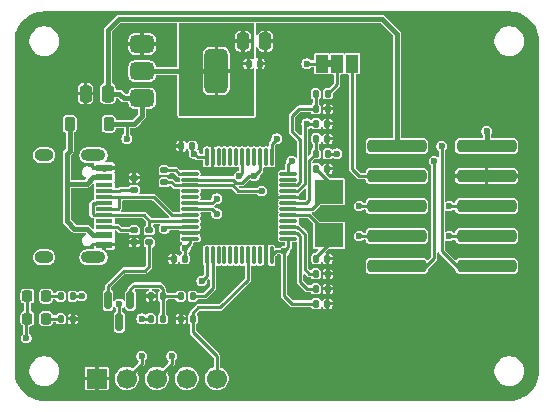
<source format=gtl>
%TF.GenerationSoftware,KiCad,Pcbnew,9.0.4+dfsg-1*%
%TF.CreationDate,2025-09-22T10:32:12+08:00*%
%TF.ProjectId,stlink,73746c69-6e6b-42e6-9b69-6361645f7063,a*%
%TF.SameCoordinates,Original*%
%TF.FileFunction,Copper,L1,Top*%
%TF.FilePolarity,Positive*%
%FSLAX45Y45*%
G04 Gerber Fmt 4.5, Leading zero omitted, Abs format (unit mm)*
G04 Created by KiCad (PCBNEW 9.0.4+dfsg-1) date 2025-09-22 10:32:12*
%MOMM*%
%LPD*%
G01*
G04 APERTURE LIST*
G04 Aperture macros list*
%AMRoundRect*
0 Rectangle with rounded corners*
0 $1 Rounding radius*
0 $2 $3 $4 $5 $6 $7 $8 $9 X,Y pos of 4 corners*
0 Add a 4 corners polygon primitive as box body*
4,1,4,$2,$3,$4,$5,$6,$7,$8,$9,$2,$3,0*
0 Add four circle primitives for the rounded corners*
1,1,$1+$1,$2,$3*
1,1,$1+$1,$4,$5*
1,1,$1+$1,$6,$7*
1,1,$1+$1,$8,$9*
0 Add four rect primitives between the rounded corners*
20,1,$1+$1,$2,$3,$4,$5,0*
20,1,$1+$1,$4,$5,$6,$7,0*
20,1,$1+$1,$6,$7,$8,$9,0*
20,1,$1+$1,$8,$9,$2,$3,0*%
G04 Aperture macros list end*
%TA.AperFunction,EtchedComponent*%
%ADD10C,0.000000*%
%TD*%
%TA.AperFunction,SMDPad,CuDef*%
%ADD11RoundRect,0.250000X0.250000X0.475000X-0.250000X0.475000X-0.250000X-0.475000X0.250000X-0.475000X0*%
%TD*%
%TA.AperFunction,SMDPad,CuDef*%
%ADD12RoundRect,0.250000X-0.250000X-0.475000X0.250000X-0.475000X0.250000X0.475000X-0.250000X0.475000X0*%
%TD*%
%TA.AperFunction,SMDPad,CuDef*%
%ADD13RoundRect,0.135000X-0.185000X0.135000X-0.185000X-0.135000X0.185000X-0.135000X0.185000X0.135000X0*%
%TD*%
%TA.AperFunction,SMDPad,CuDef*%
%ADD14RoundRect,0.140000X-0.140000X-0.170000X0.140000X-0.170000X0.140000X0.170000X-0.140000X0.170000X0*%
%TD*%
%TA.AperFunction,SMDPad,CuDef*%
%ADD15RoundRect,0.140000X0.140000X0.170000X-0.140000X0.170000X-0.140000X-0.170000X0.140000X-0.170000X0*%
%TD*%
%TA.AperFunction,SMDPad,CuDef*%
%ADD16RoundRect,0.250000X-2.250000X-0.260000X2.250000X-0.260000X2.250000X0.260000X-2.250000X0.260000X0*%
%TD*%
%TA.AperFunction,SMDPad,CuDef*%
%ADD17RoundRect,0.218750X-0.218750X-0.256250X0.218750X-0.256250X0.218750X0.256250X-0.218750X0.256250X0*%
%TD*%
%TA.AperFunction,SMDPad,CuDef*%
%ADD18RoundRect,0.218750X0.218750X0.256250X-0.218750X0.256250X-0.218750X-0.256250X0.218750X-0.256250X0*%
%TD*%
%TA.AperFunction,SMDPad,CuDef*%
%ADD19RoundRect,0.135000X-0.135000X-0.185000X0.135000X-0.185000X0.135000X0.185000X-0.135000X0.185000X0*%
%TD*%
%TA.AperFunction,SMDPad,CuDef*%
%ADD20RoundRect,0.225000X0.225000X0.375000X-0.225000X0.375000X-0.225000X-0.375000X0.225000X-0.375000X0*%
%TD*%
%TA.AperFunction,SMDPad,CuDef*%
%ADD21RoundRect,0.075000X0.662500X0.075000X-0.662500X0.075000X-0.662500X-0.075000X0.662500X-0.075000X0*%
%TD*%
%TA.AperFunction,SMDPad,CuDef*%
%ADD22RoundRect,0.075000X0.075000X0.662500X-0.075000X0.662500X-0.075000X-0.662500X0.075000X-0.662500X0*%
%TD*%
%TA.AperFunction,SMDPad,CuDef*%
%ADD23RoundRect,0.150000X-0.150000X0.587500X-0.150000X-0.587500X0.150000X-0.587500X0.150000X0.587500X0*%
%TD*%
%TA.AperFunction,SMDPad,CuDef*%
%ADD24RoundRect,0.135000X0.135000X0.185000X-0.135000X0.185000X-0.135000X-0.185000X0.135000X-0.185000X0*%
%TD*%
%TA.AperFunction,SMDPad,CuDef*%
%ADD25R,2.400000X2.000000*%
%TD*%
%TA.AperFunction,SMDPad,CuDef*%
%ADD26R,1.000000X1.500000*%
%TD*%
%TA.AperFunction,ComponentPad*%
%ADD27R,1.700000X1.700000*%
%TD*%
%TA.AperFunction,ComponentPad*%
%ADD28C,1.700000*%
%TD*%
%TA.AperFunction,SMDPad,CuDef*%
%ADD29RoundRect,0.135000X0.185000X-0.135000X0.185000X0.135000X-0.185000X0.135000X-0.185000X-0.135000X0*%
%TD*%
%TA.AperFunction,SMDPad,CuDef*%
%ADD30R,1.450000X0.600000*%
%TD*%
%TA.AperFunction,SMDPad,CuDef*%
%ADD31R,1.450000X0.300000*%
%TD*%
%TA.AperFunction,ComponentPad*%
%ADD32O,2.100000X1.000000*%
%TD*%
%TA.AperFunction,ComponentPad*%
%ADD33O,1.600000X1.000000*%
%TD*%
%TA.AperFunction,SMDPad,CuDef*%
%ADD34RoundRect,0.375000X-0.625000X-0.375000X0.625000X-0.375000X0.625000X0.375000X-0.625000X0.375000X0*%
%TD*%
%TA.AperFunction,SMDPad,CuDef*%
%ADD35RoundRect,0.500000X-0.500000X-1.400000X0.500000X-1.400000X0.500000X1.400000X-0.500000X1.400000X0*%
%TD*%
%TA.AperFunction,ViaPad*%
%ADD36C,0.600000*%
%TD*%
%TA.AperFunction,Conductor*%
%ADD37C,0.228600*%
%TD*%
%TA.AperFunction,Conductor*%
%ADD38C,0.381000*%
%TD*%
G04 APERTURE END LIST*
D10*
%TA.AperFunction,EtchedComponent*%
%TO.C,JP1*%
G36*
X12853500Y-7713500D02*
G01*
X12803500Y-7713500D01*
X12803500Y-7653500D01*
X12853500Y-7653500D01*
X12853500Y-7713500D01*
G37*
%TD.AperFunction*%
%TD*%
D11*
%TO.P,C4,1*%
%TO.N,+5V*%
X10953500Y-7937500D03*
%TO.P,C4,2*%
%TO.N,GND*%
X10763500Y-7937500D03*
%TD*%
D12*
%TO.P,C5,1*%
%TO.N,+3V3*%
X12097000Y-7493000D03*
%TO.P,C5,2*%
%TO.N,GND*%
X12287000Y-7493000D03*
%TD*%
D13*
%TO.P,R5,1*%
%TO.N,D+*%
X11303000Y-9093000D03*
%TO.P,R5,2*%
%TO.N,Net-(Q1-PadE)*%
X11303000Y-9195000D03*
%TD*%
D14*
%TO.P,C6,1*%
%TO.N,+3V3*%
X12715500Y-9715500D03*
%TO.P,C6,2*%
%TO.N,GND*%
X12811500Y-9715500D03*
%TD*%
%TO.P,C7,1*%
%TO.N,+3V3*%
X12715500Y-8191500D03*
%TO.P,C7,2*%
%TO.N,GND*%
X12811500Y-8191500D03*
%TD*%
D15*
%TO.P,C8,1*%
%TO.N,+3V3*%
X11668500Y-8382000D03*
%TO.P,C8,2*%
%TO.N,GND*%
X11572500Y-8382000D03*
%TD*%
%TO.P,C9,1*%
%TO.N,+3V3*%
X11605000Y-9334500D03*
%TO.P,C9,2*%
%TO.N,GND*%
X11509000Y-9334500D03*
%TD*%
D16*
%TO.P,J2,1,Pin_1*%
%TO.N,+5V*%
X13399500Y-8382000D03*
%TO.P,J2,2,Pin_2*%
%TO.N,+3V3*%
X14159500Y-8382000D03*
%TO.P,J2,3,Pin_3*%
%TO.N,T_PWR*%
X13399500Y-8636000D03*
%TO.P,J2,4,Pin_4*%
%TO.N,GND*%
X14159500Y-8636000D03*
%TO.P,J2,5,Pin_5*%
%TO.N,T_CLK*%
X13399500Y-8890000D03*
%TO.P,J2,6,Pin_6*%
%TO.N,T_DIO*%
X14159500Y-8890000D03*
%TO.P,J2,7,Pin_7*%
%TO.N,T_SWO*%
X13399500Y-9144000D03*
%TO.P,J2,8,Pin_8*%
%TO.N,T_RST*%
X14159500Y-9144000D03*
%TO.P,J2,9,Pin_9*%
%TO.N,T_TX*%
X13399500Y-9398000D03*
%TO.P,J2,10,Pin_10*%
%TO.N,T_RX*%
X14159500Y-9398000D03*
%TD*%
D14*
%TO.P,C2,1*%
%TO.N,Net-(U1-PD0)*%
X12715500Y-9334500D03*
%TO.P,C2,2*%
%TO.N,GND*%
X12811500Y-9334500D03*
%TD*%
%TO.P,C3,1*%
%TO.N,Net-(U1-PD1)*%
X12715500Y-8572500D03*
%TO.P,C3,2*%
%TO.N,GND*%
X12811500Y-8572500D03*
%TD*%
D17*
%TO.P,D2,1,K*%
%TO.N,LED*%
X10271750Y-9652000D03*
%TO.P,D2,2,A*%
%TO.N,Net-(D2-A)*%
X10429250Y-9652000D03*
%TD*%
D18*
%TO.P,D3,1,K*%
%TO.N,Net-(D3-K)*%
X10429250Y-9842500D03*
%TO.P,D3,2,A*%
%TO.N,LED*%
X10271750Y-9842500D03*
%TD*%
D19*
%TO.P,R14,1*%
%TO.N,Net-(D2-A)*%
X10553500Y-9652000D03*
%TO.P,R14,2*%
%TO.N,+3V3*%
X10655500Y-9652000D03*
%TD*%
D20*
%TO.P,D1,1,K*%
%TO.N,+5V*%
X10960000Y-8191500D03*
%TO.P,D1,2,A*%
%TO.N,VBUS*%
X10630000Y-8191500D03*
%TD*%
D21*
%TO.P,U1,1,VBAT*%
%TO.N,+3V3*%
X12481250Y-9165000D03*
%TO.P,U1,2,PC13*%
%TO.N,Net-(U1-PC13)*%
X12481250Y-9115000D03*
%TO.P,U1,3,PC14*%
%TO.N,Net-(U1-PC14)*%
X12481250Y-9065000D03*
%TO.P,U1,4,PC15*%
%TO.N,unconnected-(U1-PC15-Pad4)*%
X12481250Y-9015000D03*
%TO.P,U1,5,PD0*%
%TO.N,Net-(U1-PD0)*%
X12481250Y-8965000D03*
%TO.P,U1,6,PD1*%
%TO.N,Net-(U1-PD1)*%
X12481250Y-8915000D03*
%TO.P,U1,7,NRST*%
%TO.N,Net-(U1-NRST)*%
X12481250Y-8865000D03*
%TO.P,U1,8,VSSA*%
%TO.N,GND*%
X12481250Y-8815000D03*
%TO.P,U1,9,VDDA*%
%TO.N,+3V3*%
X12481250Y-8765000D03*
%TO.P,U1,10,PA0*%
%TO.N,Net-(U1-PA0)*%
X12481250Y-8715000D03*
%TO.P,U1,11,PA1*%
%TO.N,unconnected-(U1-PA1-Pad11)*%
X12481250Y-8665000D03*
%TO.P,U1,12,PA2*%
%TO.N,T_TX*%
X12481250Y-8615000D03*
D22*
%TO.P,U1,13,PA3*%
%TO.N,T_RX*%
X12340000Y-8473750D03*
%TO.P,U1,14,PA4*%
%TO.N,unconnected-(U1-PA4-Pad14)*%
X12290000Y-8473750D03*
%TO.P,U1,15,PA5*%
%TO.N,T_CLK*%
X12240000Y-8473750D03*
%TO.P,U1,16,PA6*%
%TO.N,unconnected-(U1-PA6-Pad16)*%
X12190000Y-8473750D03*
%TO.P,U1,17,PA7*%
%TO.N,unconnected-(U1-PA7-Pad17)*%
X12140000Y-8473750D03*
%TO.P,U1,18,PB0*%
%TO.N,T_RST*%
X12090000Y-8473750D03*
%TO.P,U1,19,PB1*%
%TO.N,unconnected-(U1-PB1-Pad19)*%
X12040000Y-8473750D03*
%TO.P,U1,20,PB2*%
%TO.N,unconnected-(U1-PB2-Pad20)*%
X11990000Y-8473750D03*
%TO.P,U1,21,PB10*%
%TO.N,unconnected-(U1-PB10-Pad21)*%
X11940000Y-8473750D03*
%TO.P,U1,22,PB11*%
%TO.N,unconnected-(U1-PB11-Pad22)*%
X11890000Y-8473750D03*
%TO.P,U1,23,VSS*%
%TO.N,GND*%
X11840000Y-8473750D03*
%TO.P,U1,24,VDD*%
%TO.N,+3V3*%
X11790000Y-8473750D03*
D21*
%TO.P,U1,25,PB12*%
%TO.N,Net-(U1-PB12)*%
X11648750Y-8615000D03*
%TO.P,U1,26,PB13*%
%TO.N,T_CLK*%
X11648750Y-8665000D03*
%TO.P,U1,27,PB14*%
%TO.N,T_DIO*%
X11648750Y-8715000D03*
%TO.P,U1,28,PB15*%
%TO.N,unconnected-(U1-PB15-Pad28)*%
X11648750Y-8765000D03*
%TO.P,U1,29,PA8*%
%TO.N,unconnected-(U1-PA8-Pad29)*%
X11648750Y-8815000D03*
%TO.P,U1,30,PA9*%
%TO.N,LED*%
X11648750Y-8865000D03*
%TO.P,U1,31,PA10*%
%TO.N,T_SWO*%
X11648750Y-8915000D03*
%TO.P,U1,32,PA11*%
%TO.N,D-*%
X11648750Y-8965000D03*
%TO.P,U1,33,PA12*%
%TO.N,D+*%
X11648750Y-9015000D03*
%TO.P,U1,34,PA13*%
%TO.N,DIO*%
X11648750Y-9065000D03*
%TO.P,U1,35,VSS*%
%TO.N,GND*%
X11648750Y-9115000D03*
%TO.P,U1,36,VDD*%
%TO.N,+3V3*%
X11648750Y-9165000D03*
D22*
%TO.P,U1,37,PA14*%
%TO.N,CLK*%
X11790000Y-9306250D03*
%TO.P,U1,38,PA15*%
%TO.N,RENUM*%
X11840000Y-9306250D03*
%TO.P,U1,39,PB3*%
%TO.N,unconnected-(U1-PB3-Pad39)*%
X11890000Y-9306250D03*
%TO.P,U1,40,PB4*%
%TO.N,unconnected-(U1-PB4-Pad40)*%
X11940000Y-9306250D03*
%TO.P,U1,41,PB5*%
%TO.N,unconnected-(U1-PB5-Pad41)*%
X11990000Y-9306250D03*
%TO.P,U1,42,PB6*%
%TO.N,unconnected-(U1-PB6-Pad42)*%
X12040000Y-9306250D03*
%TO.P,U1,43,PB7*%
%TO.N,unconnected-(U1-PB7-Pad43)*%
X12090000Y-9306250D03*
%TO.P,U1,44,BOOT0*%
%TO.N,B0*%
X12140000Y-9306250D03*
%TO.P,U1,45,PB8*%
%TO.N,unconnected-(U1-PB8-Pad45)*%
X12190000Y-9306250D03*
%TO.P,U1,46,PB9*%
%TO.N,unconnected-(U1-PB9-Pad46)*%
X12240000Y-9306250D03*
%TO.P,U1,47,VSS*%
%TO.N,GND*%
X12290000Y-9306250D03*
%TO.P,U1,48,VDD*%
%TO.N,+3V3*%
X12340000Y-9306250D03*
%TD*%
D14*
%TO.P,C1,1*%
%TO.N,Net-(U1-NRST)*%
X12715500Y-8318500D03*
%TO.P,C1,2*%
%TO.N,GND*%
X12811500Y-8318500D03*
%TD*%
D19*
%TO.P,R1,1*%
%TO.N,Net-(U1-NRST)*%
X12712500Y-8445500D03*
%TO.P,R1,2*%
%TO.N,+3V3*%
X12814500Y-8445500D03*
%TD*%
%TO.P,R2,1*%
%TO.N,GND*%
X11569500Y-9842500D03*
%TO.P,R2,2*%
%TO.N,B0*%
X11671500Y-9842500D03*
%TD*%
D13*
%TO.P,R11,1*%
%TO.N,Net-(U1-PB12)*%
X11430000Y-8585000D03*
%TO.P,R11,2*%
%TO.N,T_DIO*%
X11430000Y-8687000D03*
%TD*%
D23*
%TO.P,Q1,B,B*%
%TO.N,Net-(Q1-PadB)*%
X11144000Y-9685250D03*
%TO.P,Q1,C,C*%
%TO.N,+3V3*%
X11049000Y-9872750D03*
%TO.P,Q1,E,E*%
%TO.N,Net-(Q1-PadE)*%
X10954000Y-9685250D03*
%TD*%
D24*
%TO.P,R8,1*%
%TO.N,Net-(Q1-PadB)*%
X11417500Y-9842500D03*
%TO.P,R8,2*%
%TO.N,+5V*%
X11315500Y-9842500D03*
%TD*%
D19*
%TO.P,R9,1*%
%TO.N,GND*%
X11315500Y-9652000D03*
%TO.P,R9,2*%
%TO.N,Net-(Q1-PadB)*%
X11417500Y-9652000D03*
%TD*%
D24*
%TO.P,R6,1*%
%TO.N,GND*%
X12814500Y-9588500D03*
%TO.P,R6,2*%
%TO.N,Net-(U1-PC13)*%
X12712500Y-9588500D03*
%TD*%
%TO.P,R7,1*%
%TO.N,GND*%
X12814500Y-9461500D03*
%TO.P,R7,2*%
%TO.N,Net-(U1-PC14)*%
X12712500Y-9461500D03*
%TD*%
D19*
%TO.P,R12,1*%
%TO.N,Net-(U1-PA0)*%
X12712500Y-7937500D03*
%TO.P,R12,2*%
%TO.N,Net-(JP1-C)*%
X12814500Y-7937500D03*
%TD*%
D24*
%TO.P,R10,1*%
%TO.N,RENUM*%
X11671500Y-9652000D03*
%TO.P,R10,2*%
%TO.N,Net-(Q1-PadB)*%
X11569500Y-9652000D03*
%TD*%
D25*
%TO.P,Y1,1,1*%
%TO.N,Net-(U1-PD0)*%
X12827000Y-9138500D03*
%TO.P,Y1,2,2*%
%TO.N,Net-(U1-PD1)*%
X12827000Y-8768500D03*
%TD*%
D24*
%TO.P,R15,1*%
%TO.N,GND*%
X10655500Y-9842500D03*
%TO.P,R15,2*%
%TO.N,Net-(D3-K)*%
X10553500Y-9842500D03*
%TD*%
D26*
%TO.P,JP1,1,A*%
%TO.N,+3V3*%
X12763500Y-7683500D03*
%TO.P,JP1,2,C*%
%TO.N,Net-(JP1-C)*%
X12893500Y-7683500D03*
%TO.P,JP1,3,B*%
%TO.N,T_PWR*%
X13023500Y-7683500D03*
%TD*%
D24*
%TO.P,R13,1*%
%TO.N,GND*%
X12814500Y-8064500D03*
%TO.P,R13,2*%
%TO.N,Net-(U1-PA0)*%
X12712500Y-8064500D03*
%TD*%
D27*
%TO.P,J3,1,Pin_1*%
%TO.N,GND*%
X10858500Y-10350000D03*
D28*
%TO.P,J3,2,Pin_2*%
%TO.N,DIO*%
X11112500Y-10350000D03*
%TO.P,J3,3,Pin_3*%
%TO.N,CLK*%
X11366500Y-10350000D03*
%TO.P,J3,4,Pin_4*%
%TO.N,+3V3*%
X11620500Y-10350000D03*
%TO.P,J3,5,Pin_5*%
%TO.N,B0*%
X11874500Y-10350000D03*
%TD*%
D29*
%TO.P,R3,1*%
%TO.N,GND*%
X11176000Y-9195000D03*
%TO.P,R3,2*%
%TO.N,Net-(J1-CC2)*%
X11176000Y-9093000D03*
%TD*%
D30*
%TO.P,J1,A1,GND*%
%TO.N,GND*%
X10922500Y-8565000D03*
%TO.P,J1,A4,VBUS*%
%TO.N,VBUS*%
X10922500Y-8645000D03*
D31*
%TO.P,J1,A5,CC1*%
%TO.N,Net-(J1-CC1)*%
X10922500Y-8765000D03*
%TO.P,J1,A6,D+*%
%TO.N,D+*%
X10922500Y-8865000D03*
%TO.P,J1,A7,D-*%
%TO.N,D-*%
X10922500Y-8915000D03*
%TO.P,J1,A8,SBU1*%
%TO.N,unconnected-(J1-SBU1-PadA8)*%
X10922500Y-9015000D03*
D30*
%TO.P,J1,A9,VBUS*%
%TO.N,VBUS*%
X10922500Y-9135000D03*
%TO.P,J1,A12,GND*%
%TO.N,GND*%
X10922500Y-9215000D03*
%TO.P,J1,B1,GND*%
X10922500Y-9215000D03*
%TO.P,J1,B4,VBUS*%
%TO.N,VBUS*%
X10922500Y-9135000D03*
D31*
%TO.P,J1,B5,CC2*%
%TO.N,Net-(J1-CC2)*%
X10922500Y-9065000D03*
%TO.P,J1,B6,D+*%
%TO.N,D+*%
X10922500Y-8965000D03*
%TO.P,J1,B7,D-*%
%TO.N,D-*%
X10922500Y-8815000D03*
%TO.P,J1,B8,SBU2*%
%TO.N,unconnected-(J1-SBU2-PadB8)*%
X10922500Y-8715000D03*
D30*
%TO.P,J1,B9,VBUS*%
%TO.N,VBUS*%
X10922500Y-8645000D03*
%TO.P,J1,B12,GND*%
%TO.N,GND*%
X10922500Y-8565000D03*
D32*
%TO.P,J1,S1,SHIELD*%
%TO.N,unconnected-(J1-SHIELD-PadS1)*%
X10831000Y-8458000D03*
D33*
%TO.N,unconnected-(J1-SHIELD-PadS1)_2*%
X10413000Y-8458000D03*
D32*
%TO.N,unconnected-(J1-SHIELD-PadS1)_3*%
X10831000Y-9322000D03*
D33*
%TO.N,unconnected-(J1-SHIELD-PadS1)_1*%
X10413000Y-9322000D03*
%TD*%
D14*
%TO.P,C10,1*%
%TO.N,+3V3*%
X12144000Y-7683500D03*
%TO.P,C10,2*%
%TO.N,GND*%
X12240000Y-7683500D03*
%TD*%
D13*
%TO.P,R4,1*%
%TO.N,GND*%
X11176000Y-8648500D03*
%TO.P,R4,2*%
%TO.N,Net-(J1-CC1)*%
X11176000Y-8750500D03*
%TD*%
D34*
%TO.P,U3,1,GND*%
%TO.N,GND*%
X11242000Y-7517000D03*
D35*
%TO.P,U3,2,VO*%
%TO.N,+3V3*%
X11872000Y-7747000D03*
D34*
X11242000Y-7747000D03*
%TO.P,U3,3,VI*%
%TO.N,+5V*%
X11242000Y-7977000D03*
%TD*%
D36*
%TO.N,GND*%
X10731500Y-7620000D03*
X14414500Y-8001000D03*
X10731500Y-9842500D03*
X12319000Y-8636000D03*
X11430000Y-8001000D03*
X10287000Y-8890000D03*
X12890500Y-7493000D03*
X14414500Y-9779000D03*
X12890500Y-8255000D03*
X12547600Y-9601200D03*
X12382500Y-10414000D03*
X10731500Y-7493000D03*
X11493500Y-9207500D03*
X11811000Y-9144000D03*
X11684000Y-9334500D03*
X12700000Y-7493000D03*
X12192000Y-10414000D03*
X11430000Y-7620000D03*
X14160500Y-8509000D03*
X14414500Y-8128000D03*
X10604500Y-10096500D03*
X13081000Y-7493000D03*
X10731500Y-8953500D03*
X11049000Y-9588500D03*
X12573000Y-10414000D03*
X10287000Y-9017000D03*
X12319000Y-9461500D03*
X13208000Y-8128000D03*
X12763500Y-10414000D03*
X11176000Y-8890000D03*
X14414500Y-9652000D03*
X11430000Y-7874000D03*
X13208000Y-8001000D03*
X10287000Y-8763000D03*
X10731500Y-8826500D03*
X14160500Y-8763000D03*
X14414500Y-7874000D03*
X11430000Y-7493000D03*
X11430000Y-8255000D03*
%TO.N,+5V*%
X11112500Y-8318500D03*
X11239500Y-9842500D03*
%TO.N,+3V3*%
X12636500Y-8191500D03*
X12890500Y-8445500D03*
X11684000Y-7747000D03*
X12446000Y-9271000D03*
X11684000Y-8445500D03*
X11684000Y-7874000D03*
X11607800Y-9245600D03*
X11684000Y-7493000D03*
X10731500Y-9652000D03*
X12636500Y-7683500D03*
X14160500Y-8255000D03*
X11684000Y-7620000D03*
X11049000Y-9715500D03*
X11684000Y-8001000D03*
%TO.N,LED*%
X10261600Y-10007600D03*
X11874500Y-8826500D03*
%TO.N,T_DIO*%
X13843000Y-8890000D03*
X12255500Y-8763000D03*
%TO.N,T_CLK*%
X12192000Y-8636000D03*
X13081000Y-8890000D03*
%TO.N,CLK*%
X11493500Y-10160000D03*
X11747500Y-9525000D03*
%TO.N,T_RX*%
X13779500Y-8382000D03*
X12382500Y-8318500D03*
%TO.N,T_TX*%
X13716000Y-8509000D03*
X12509500Y-8509000D03*
%TO.N,T_RST*%
X13843000Y-9144000D03*
X12065000Y-8636000D03*
%TO.N,T_SWO*%
X11874500Y-8953500D03*
X13081000Y-9144000D03*
%TO.N,DIO*%
X11239500Y-10160000D03*
X11430000Y-9080500D03*
%TD*%
D37*
%TO.N,GND*%
X10655500Y-9842500D02*
X10731500Y-9842500D01*
%TO.N,+5V*%
X11315500Y-9842500D02*
X11239500Y-9842500D01*
D38*
X11112500Y-8191500D02*
X11176000Y-8191500D01*
X13271500Y-7302500D02*
X13399500Y-7430500D01*
X13399500Y-7430500D02*
X13399500Y-8382000D01*
X10953500Y-7398000D02*
X11049000Y-7302500D01*
X11088500Y-7977000D02*
X11049000Y-7937500D01*
X11242000Y-8125500D02*
X11242000Y-7977000D01*
X10953500Y-7937500D02*
X10953500Y-7398000D01*
X11049000Y-7937500D02*
X10953500Y-7937500D01*
X11242000Y-7977000D02*
X11088500Y-7977000D01*
X10960000Y-8191500D02*
X11112500Y-8191500D01*
X11049000Y-7302500D02*
X13271500Y-7302500D01*
X11176000Y-8191500D02*
X11242000Y-8125500D01*
D37*
X11112500Y-8318500D02*
X11112500Y-8191500D01*
D38*
%TO.N,+3V3*%
X11872000Y-7747000D02*
X11684000Y-7747000D01*
D37*
X11648750Y-9204650D02*
X11607800Y-9245600D01*
X12481250Y-9165000D02*
X12481250Y-9235750D01*
X12446000Y-9652000D02*
X12446000Y-9271000D01*
X12481250Y-9235750D02*
X12446000Y-9271000D01*
X12375250Y-9271000D02*
X12340000Y-9306250D01*
X12814500Y-8445500D02*
X12890500Y-8445500D01*
X11607800Y-9245600D02*
X11607800Y-9331700D01*
X12763500Y-7683500D02*
X12636500Y-7683500D01*
X12715500Y-8191500D02*
X12636500Y-8191500D01*
X12619870Y-8208130D02*
X12636500Y-8191500D01*
X12619870Y-8702685D02*
X12619870Y-8208130D01*
X11049000Y-9872750D02*
X11049000Y-9715500D01*
X12481250Y-8765000D02*
X12557554Y-8765000D01*
D38*
X11242000Y-7747000D02*
X11684000Y-7747000D01*
D37*
X11790000Y-8473750D02*
X11712250Y-8473750D01*
D38*
X14159500Y-8382000D02*
X14159500Y-8256000D01*
D37*
X11607800Y-9331700D02*
X11605000Y-9334500D01*
X12557554Y-8765000D02*
X12619870Y-8702685D01*
X12715500Y-9715500D02*
X12509500Y-9715500D01*
X11668500Y-8382000D02*
X11668500Y-8430000D01*
X12509500Y-9715500D02*
X12446000Y-9652000D01*
X12446000Y-9271000D02*
X12375250Y-9271000D01*
X10655500Y-9652000D02*
X10731500Y-9652000D01*
X11712250Y-8473750D02*
X11684000Y-8445500D01*
D38*
X14159500Y-8256000D02*
X14160500Y-8255000D01*
D37*
X11668500Y-8430000D02*
X11684000Y-8445500D01*
X11648750Y-9165000D02*
X11648750Y-9204650D01*
D38*
%TO.N,VBUS*%
X10604500Y-8445500D02*
X10630000Y-8420000D01*
X10922500Y-9135000D02*
X10828597Y-9135000D01*
X10828597Y-9135000D02*
X10774097Y-9080500D01*
X10668000Y-9080500D02*
X10604500Y-9017000D01*
X10945500Y-8645000D02*
X10859220Y-8645000D01*
X10604500Y-8699500D02*
X10604500Y-8445500D01*
X10922500Y-8645000D02*
X10828597Y-8645000D01*
X10630000Y-8420000D02*
X10630000Y-8191500D01*
X10604500Y-9017000D02*
X10604500Y-8699500D01*
X10828597Y-8645000D02*
X10774097Y-8699500D01*
X10774097Y-9080500D02*
X10668000Y-9080500D01*
X10774097Y-8699500D02*
X10604500Y-8699500D01*
D37*
%TO.N,D-*%
X11493500Y-8965000D02*
X11648750Y-8965000D01*
X11044770Y-8906770D02*
X11044770Y-8818910D01*
X11040860Y-8815000D02*
X10945500Y-8815000D01*
X11036540Y-8915000D02*
X11044770Y-8906770D01*
X10945500Y-8815000D02*
X11343500Y-8815000D01*
X11343500Y-8815000D02*
X11493500Y-8965000D01*
X10945500Y-8915000D02*
X11036540Y-8915000D01*
X11044770Y-8818910D02*
X11040860Y-8815000D01*
%TO.N,D+*%
X10831460Y-8965000D02*
X10922500Y-8965000D01*
X10850140Y-8865000D02*
X10945500Y-8865000D01*
X10850140Y-8965000D02*
X10846230Y-8961090D01*
X10823230Y-8956770D02*
X10831460Y-8965000D01*
X10823230Y-8868910D02*
X10823230Y-8956770D01*
X10945500Y-8965000D02*
X10850140Y-8965000D01*
X11305000Y-9015000D02*
X11305000Y-9091000D01*
X10922500Y-8865000D02*
X10827140Y-8865000D01*
X11305000Y-9015000D02*
X11255000Y-8965000D01*
X10827140Y-8865000D02*
X10823230Y-8868910D01*
X11255000Y-8965000D02*
X10945500Y-8965000D01*
X10846230Y-8868910D02*
X10850140Y-8865000D01*
X11648750Y-9015000D02*
X11305000Y-9015000D01*
X10945500Y-8965000D02*
X10870000Y-8965000D01*
%TO.N,LED*%
X10271750Y-9842500D02*
X10271750Y-9652000D01*
X11874500Y-8826500D02*
X11836000Y-8865000D01*
X11836000Y-8865000D02*
X11648750Y-8865000D01*
X10261600Y-10007600D02*
X10261600Y-9852650D01*
X10261600Y-9852650D02*
X10271750Y-9842500D01*
%TO.N,T_DIO*%
X12057833Y-8763000D02*
X12255500Y-8763000D01*
X13843000Y-8890000D02*
X14159500Y-8890000D01*
X11519000Y-8715000D02*
X11491000Y-8687000D01*
X11648750Y-8715000D02*
X12009833Y-8715000D01*
X12009833Y-8715000D02*
X12057833Y-8763000D01*
X11491000Y-8687000D02*
X11430000Y-8687000D01*
X11648750Y-8715000D02*
X11519000Y-8715000D01*
%TO.N,T_CLK*%
X12013715Y-8665000D02*
X11648750Y-8665000D01*
X12240000Y-8588000D02*
X12240000Y-8473750D01*
X12088515Y-8692770D02*
X12041485Y-8692770D01*
X12041485Y-8692770D02*
X12013715Y-8665000D01*
X12145285Y-8636000D02*
X12088515Y-8692770D01*
X12192000Y-8636000D02*
X12240000Y-8588000D01*
X13399500Y-8890000D02*
X13081000Y-8890000D01*
X12192000Y-8636000D02*
X12145285Y-8636000D01*
%TO.N,CLK*%
X11790000Y-9482500D02*
X11747500Y-9525000D01*
X11790000Y-9306250D02*
X11790000Y-9482500D01*
X11493500Y-10160000D02*
X11493500Y-10223000D01*
X11493500Y-10223000D02*
X11366500Y-10350000D01*
%TO.N,T_RX*%
X12340000Y-8473750D02*
X12340000Y-8361000D01*
X12340000Y-8361000D02*
X12382500Y-8318500D01*
X13779500Y-9268000D02*
X13779500Y-8382000D01*
X14159500Y-9398000D02*
X13909500Y-9398000D01*
X13909500Y-9398000D02*
X13779500Y-9268000D01*
%TO.N,T_TX*%
X13649500Y-9398000D02*
X13716000Y-9331500D01*
X12481250Y-8615000D02*
X12481250Y-8537250D01*
X12481250Y-8537250D02*
X12509500Y-8509000D01*
X13716000Y-9331500D02*
X13716000Y-8509000D01*
X13399500Y-9398000D02*
X13649500Y-9398000D01*
%TO.N,T_RST*%
X12090000Y-8611000D02*
X12065000Y-8636000D01*
X12090000Y-8473750D02*
X12090000Y-8611000D01*
X13843000Y-9144000D02*
X14159500Y-9144000D01*
%TO.N,T_SWO*%
X11836000Y-8915000D02*
X11874500Y-8953500D01*
X11648750Y-8915000D02*
X11836000Y-8915000D01*
X13081000Y-9144000D02*
X13399500Y-9144000D01*
%TO.N,T_PWR*%
X13023500Y-8578500D02*
X13081000Y-8636000D01*
X13081000Y-8636000D02*
X13399500Y-8636000D01*
X13023500Y-7683500D02*
X13023500Y-8578500D01*
%TO.N,DIO*%
X11239500Y-10160000D02*
X11239500Y-10223000D01*
X11445500Y-9065000D02*
X11430000Y-9080500D01*
X11648750Y-9065000D02*
X11445500Y-9065000D01*
X11239500Y-10223000D02*
X11112500Y-10350000D01*
%TO.N,B0*%
X11906250Y-9747250D02*
X12140000Y-9513500D01*
X11671500Y-9791500D02*
X11715750Y-9747250D01*
X11671500Y-9842500D02*
X11671500Y-9957000D01*
X11671500Y-9842500D02*
X11671500Y-9791500D01*
X11715750Y-9747250D02*
X11906250Y-9747250D01*
X12140000Y-9513500D02*
X12140000Y-9306250D01*
X11671500Y-9957000D02*
X11874500Y-10160000D01*
X11874500Y-10160000D02*
X11874500Y-10350000D01*
%TO.N,RENUM*%
X11840000Y-9584900D02*
X11772900Y-9652000D01*
X11840000Y-9306250D02*
X11840000Y-9584900D01*
X11772900Y-9652000D02*
X11671500Y-9652000D01*
%TO.N,Net-(U1-NRST)*%
X12712500Y-8445500D02*
X12712500Y-8321500D01*
X12631000Y-8865000D02*
X12657970Y-8838030D01*
X12657970Y-8838030D02*
X12657970Y-8500030D01*
X12481250Y-8865000D02*
X12631000Y-8865000D01*
X12657970Y-8500030D02*
X12712500Y-8445500D01*
%TO.N,Net-(U1-PD0)*%
X12827000Y-9207500D02*
X12715500Y-9319000D01*
X12653500Y-8965000D02*
X12827000Y-9138500D01*
X12481250Y-8965000D02*
X12653500Y-8965000D01*
%TO.N,Net-(U1-PD1)*%
X12680500Y-8915000D02*
X12827000Y-8768500D01*
X12827000Y-8684000D02*
X12715500Y-8572500D01*
X12481250Y-8915000D02*
X12680500Y-8915000D01*
%TO.N,Net-(D2-A)*%
X10553500Y-9652000D02*
X10429250Y-9652000D01*
%TO.N,Net-(D3-K)*%
X10429250Y-9842500D02*
X10553500Y-9842500D01*
%TO.N,Net-(JP1-C)*%
X12893500Y-7858500D02*
X12814500Y-7937500D01*
X12893500Y-7683500D02*
X12893500Y-7858500D01*
%TO.N,Net-(Q1-PadE)*%
X11264900Y-9436100D02*
X11087100Y-9436100D01*
X11303000Y-9398000D02*
X11264900Y-9436100D01*
X10954000Y-9685250D02*
X10954000Y-9569200D01*
X11303000Y-9195000D02*
X11303000Y-9398000D01*
X10954000Y-9569200D02*
X11087100Y-9436100D01*
%TO.N,Net-(Q1-PadB)*%
X11144000Y-9685250D02*
X11144000Y-9595100D01*
X11417500Y-9588700D02*
X11417500Y-9652000D01*
X11144000Y-9595100D02*
X11176000Y-9563100D01*
X11391900Y-9563100D02*
X11417500Y-9588700D01*
X11417500Y-9652000D02*
X11417500Y-9842500D01*
X11176000Y-9563100D02*
X11391900Y-9563100D01*
X11569500Y-9652000D02*
X11417500Y-9652000D01*
%TO.N,Net-(J1-CC1)*%
X11047000Y-8765000D02*
X10945500Y-8765000D01*
X11176000Y-8750500D02*
X11061500Y-8750500D01*
X11061500Y-8750500D02*
X11047000Y-8765000D01*
%TO.N,Net-(J1-CC2)*%
X11033500Y-9065000D02*
X10945500Y-9065000D01*
X11176000Y-9093000D02*
X11061500Y-9093000D01*
X11061500Y-9093000D02*
X11033500Y-9065000D01*
%TO.N,Net-(U1-PC13)*%
X12636500Y-9588500D02*
X12581770Y-9533770D01*
X12581770Y-9533770D02*
X12581770Y-9143097D01*
X12553673Y-9115000D02*
X12481250Y-9115000D01*
X12712500Y-9588500D02*
X12636500Y-9588500D01*
X12581770Y-9143097D02*
X12553673Y-9115000D01*
%TO.N,Net-(U1-PC14)*%
X12655500Y-9461500D02*
X12619870Y-9425870D01*
X12619870Y-9127315D02*
X12557555Y-9065000D01*
X12712500Y-9461500D02*
X12655500Y-9461500D01*
X12619870Y-9425870D02*
X12619870Y-9127315D01*
X12557555Y-9065000D02*
X12481250Y-9065000D01*
%TO.N,Net-(U1-PB12)*%
X11556000Y-8615000D02*
X11526000Y-8585000D01*
X11556000Y-8615000D02*
X11648750Y-8615000D01*
X11526000Y-8585000D02*
X11430000Y-8585000D01*
%TO.N,Net-(U1-PA0)*%
X12573000Y-8064500D02*
X12712500Y-8064500D01*
X12553531Y-8715000D02*
X12581770Y-8686762D01*
X12581770Y-8686762D02*
X12581770Y-8327270D01*
X12481250Y-8715000D02*
X12553531Y-8715000D01*
X12712500Y-8064500D02*
X12712500Y-7937500D01*
X12509500Y-8128000D02*
X12573000Y-8064500D01*
X12509500Y-8255000D02*
X12509500Y-8128000D01*
X12581770Y-8327270D02*
X12509500Y-8255000D01*
%TD*%
%TA.AperFunction,Conductor*%
%TO.N,+3V3*%
G36*
X12189314Y-7338599D02*
G01*
X12191886Y-7343054D01*
X12192000Y-7344360D01*
X12192000Y-7640993D01*
X12190241Y-7645827D01*
X12185786Y-7648399D01*
X12180720Y-7647506D01*
X12179163Y-7646311D01*
X12174811Y-7641959D01*
X12174811Y-7641959D01*
X12164810Y-7637543D01*
X12162366Y-7637260D01*
X12159240Y-7637260D01*
X12159240Y-7729740D01*
X12162365Y-7729740D01*
X12164811Y-7729456D01*
X12174810Y-7725041D01*
X12174811Y-7725040D01*
X12179163Y-7720689D01*
X12183825Y-7718515D01*
X12188793Y-7719846D01*
X12191744Y-7724060D01*
X12192000Y-7726006D01*
X12192000Y-8120480D01*
X12190241Y-8125314D01*
X12185786Y-8127886D01*
X12184480Y-8128000D01*
X11564520Y-8128000D01*
X11559686Y-8126241D01*
X11557114Y-8121786D01*
X11557000Y-8120480D01*
X11557000Y-7893589D01*
X11756760Y-7893589D01*
X11757051Y-7897286D01*
X11757051Y-7897287D01*
X11761650Y-7913116D01*
X11770041Y-7927304D01*
X11770041Y-7927304D01*
X11781695Y-7938959D01*
X11781696Y-7938959D01*
X11795884Y-7947350D01*
X11811713Y-7951949D01*
X11811714Y-7951949D01*
X11815411Y-7952240D01*
X11856760Y-7952240D01*
X11887240Y-7952240D01*
X11928588Y-7952240D01*
X11928589Y-7952240D01*
X11932286Y-7951949D01*
X11932287Y-7951949D01*
X11948116Y-7947350D01*
X11962304Y-7938959D01*
X11962304Y-7938959D01*
X11973959Y-7927304D01*
X11973959Y-7927304D01*
X11982350Y-7913116D01*
X11986949Y-7897287D01*
X11986949Y-7897286D01*
X11987240Y-7893589D01*
X11987240Y-7893588D01*
X11987240Y-7762240D01*
X11887240Y-7762240D01*
X11887240Y-7952240D01*
X11856760Y-7952240D01*
X11856760Y-7762240D01*
X11756760Y-7762240D01*
X11756760Y-7893589D01*
X11557000Y-7893589D01*
X11557000Y-7600411D01*
X11756760Y-7600411D01*
X11756760Y-7731760D01*
X11856760Y-7731760D01*
X11887240Y-7731760D01*
X11987240Y-7731760D01*
X11987240Y-7704865D01*
X12100760Y-7704865D01*
X12101044Y-7707311D01*
X12105459Y-7717310D01*
X12105459Y-7717311D01*
X12113189Y-7725040D01*
X12113189Y-7725041D01*
X12123190Y-7729456D01*
X12125634Y-7729740D01*
X12128760Y-7729740D01*
X12128760Y-7698740D01*
X12100760Y-7698740D01*
X12100760Y-7704865D01*
X11987240Y-7704865D01*
X11987240Y-7662134D01*
X12100760Y-7662134D01*
X12100760Y-7668260D01*
X12128760Y-7668260D01*
X12128760Y-7637260D01*
X12128760Y-7637260D01*
X12125635Y-7637260D01*
X12123189Y-7637544D01*
X12113189Y-7641959D01*
X12113189Y-7641959D01*
X12105459Y-7649689D01*
X12105459Y-7649689D01*
X12101043Y-7659690D01*
X12100760Y-7662134D01*
X11987240Y-7662134D01*
X11987240Y-7600412D01*
X11987240Y-7600411D01*
X11986949Y-7596713D01*
X11986949Y-7596713D01*
X11982350Y-7580884D01*
X11973959Y-7566696D01*
X11973959Y-7566695D01*
X11962304Y-7555041D01*
X11962304Y-7555041D01*
X11948116Y-7546650D01*
X11937849Y-7543667D01*
X12031760Y-7543667D01*
X12033252Y-7553090D01*
X12039039Y-7564447D01*
X12048052Y-7573460D01*
X12059410Y-7579247D01*
X12059410Y-7579247D01*
X12068833Y-7580740D01*
X12068834Y-7580740D01*
X12081760Y-7580740D01*
X12112240Y-7580740D01*
X12125166Y-7580740D01*
X12125167Y-7580740D01*
X12134590Y-7579247D01*
X12145947Y-7573460D01*
X12154960Y-7564447D01*
X12160747Y-7553090D01*
X12162240Y-7543667D01*
X12162240Y-7543666D01*
X12162240Y-7508240D01*
X12112240Y-7508240D01*
X12112240Y-7580740D01*
X12081760Y-7580740D01*
X12081760Y-7508240D01*
X12031760Y-7508240D01*
X12031760Y-7543667D01*
X11937849Y-7543667D01*
X11932287Y-7542051D01*
X11932286Y-7542051D01*
X11928589Y-7541760D01*
X11887240Y-7541760D01*
X11887240Y-7731760D01*
X11856760Y-7731760D01*
X11856760Y-7541760D01*
X11815412Y-7541760D01*
X11815411Y-7541760D01*
X11811713Y-7542051D01*
X11811713Y-7542051D01*
X11795884Y-7546650D01*
X11781696Y-7555041D01*
X11781695Y-7555041D01*
X11770041Y-7566695D01*
X11770041Y-7566696D01*
X11761650Y-7580884D01*
X11757051Y-7596713D01*
X11757051Y-7596714D01*
X11756760Y-7600411D01*
X11557000Y-7600411D01*
X11557000Y-7442333D01*
X12031760Y-7442333D01*
X12031760Y-7477760D01*
X12081760Y-7477760D01*
X12112240Y-7477760D01*
X12162240Y-7477760D01*
X12162240Y-7442334D01*
X12162240Y-7442333D01*
X12160747Y-7432910D01*
X12154960Y-7421552D01*
X12145947Y-7412539D01*
X12134590Y-7406752D01*
X12134590Y-7406752D01*
X12125167Y-7405260D01*
X12112240Y-7405260D01*
X12112240Y-7477760D01*
X12081760Y-7477760D01*
X12081760Y-7405260D01*
X12068833Y-7405260D01*
X12059410Y-7406752D01*
X12048052Y-7412539D01*
X12039039Y-7421552D01*
X12033252Y-7432910D01*
X12031760Y-7442333D01*
X11557000Y-7442333D01*
X11557000Y-7344360D01*
X11558759Y-7339526D01*
X11563214Y-7336954D01*
X11564520Y-7336840D01*
X12184480Y-7336840D01*
X12189314Y-7338599D01*
G37*
%TD.AperFunction*%
%TD*%
%TA.AperFunction,Conductor*%
%TO.N,GND*%
G36*
X10831503Y-8699446D02*
G01*
X10834454Y-8703659D01*
X10834710Y-8705606D01*
X10834710Y-8731506D01*
X10834710Y-8731506D01*
X10835597Y-8735966D01*
X10835881Y-8736650D01*
X10835720Y-8736717D01*
X10836724Y-8740819D01*
X10835813Y-8743322D01*
X10835881Y-8743350D01*
X10835597Y-8744034D01*
X10834710Y-8748494D01*
X10834710Y-8781506D01*
X10834710Y-8781506D01*
X10835597Y-8785966D01*
X10835881Y-8786650D01*
X10835720Y-8786717D01*
X10836724Y-8790819D01*
X10835813Y-8793322D01*
X10835881Y-8793350D01*
X10835597Y-8794034D01*
X10834710Y-8798494D01*
X10834710Y-8830760D01*
X10832951Y-8835594D01*
X10828496Y-8838166D01*
X10827190Y-8838280D01*
X10821825Y-8838280D01*
X10817618Y-8840023D01*
X10812004Y-8842348D01*
X10811007Y-8843345D01*
X10808094Y-8846258D01*
X10805858Y-8848494D01*
X10800578Y-8853774D01*
X10799268Y-8856936D01*
X10796510Y-8863595D01*
X10796510Y-8951455D01*
X10796510Y-8962085D01*
X10800578Y-8971906D01*
X10800578Y-8971906D01*
X10816324Y-8987652D01*
X10816324Y-8987652D01*
X10816324Y-8987652D01*
X10826145Y-8991720D01*
X10827190Y-8991720D01*
X10832024Y-8993479D01*
X10834596Y-8997934D01*
X10834710Y-8999240D01*
X10834710Y-9031506D01*
X10834710Y-9031506D01*
X10835597Y-9035966D01*
X10835881Y-9036650D01*
X10835720Y-9036717D01*
X10836724Y-9040819D01*
X10835813Y-9043322D01*
X10835881Y-9043350D01*
X10835597Y-9044034D01*
X10834710Y-9048494D01*
X10834710Y-9074394D01*
X10832951Y-9079228D01*
X10828496Y-9081800D01*
X10823430Y-9080907D01*
X10821873Y-9079712D01*
X10795182Y-9053021D01*
X10794350Y-9052541D01*
X10787352Y-9048500D01*
X10787351Y-9048500D01*
X10785011Y-9047873D01*
X10785011Y-9047873D01*
X10781814Y-9047017D01*
X10778618Y-9046160D01*
X10778618Y-9046160D01*
X10685339Y-9046160D01*
X10680505Y-9044401D01*
X10680022Y-9043957D01*
X10641043Y-9004979D01*
X10638869Y-9000317D01*
X10638840Y-8999661D01*
X10638840Y-8741360D01*
X10640599Y-8736526D01*
X10645054Y-8733954D01*
X10646360Y-8733840D01*
X10778617Y-8733840D01*
X10778618Y-8733840D01*
X10785011Y-8732127D01*
X10787352Y-8731500D01*
X10795182Y-8726979D01*
X10821873Y-8700288D01*
X10826535Y-8698114D01*
X10831503Y-8699446D01*
G37*
%TD.AperFunction*%
%TA.AperFunction,Conductor*%
G36*
X11334151Y-8843479D02*
G01*
X11334635Y-8843923D01*
X11466155Y-8975443D01*
X11468329Y-8980105D01*
X11466997Y-8985073D01*
X11462784Y-8988024D01*
X11460837Y-8988280D01*
X11319183Y-8988280D01*
X11314349Y-8986521D01*
X11313865Y-8986077D01*
X11270136Y-8942348D01*
X11269238Y-8941976D01*
X11260315Y-8938280D01*
X11260315Y-8938280D01*
X11069203Y-8938280D01*
X11064369Y-8936521D01*
X11061797Y-8932066D01*
X11062690Y-8927000D01*
X11063885Y-8925443D01*
X11067422Y-8921906D01*
X11067422Y-8921906D01*
X11071490Y-8912085D01*
X11071490Y-8901455D01*
X11071490Y-8849240D01*
X11073249Y-8844406D01*
X11077704Y-8841834D01*
X11079010Y-8841720D01*
X11329317Y-8841720D01*
X11334151Y-8843479D01*
G37*
%TD.AperFunction*%
%TA.AperFunction,Conductor*%
G36*
X14351226Y-7241564D02*
G01*
X14353926Y-7241727D01*
X14380856Y-7243356D01*
X14381756Y-7243465D01*
X14410729Y-7248775D01*
X14411609Y-7248992D01*
X14439731Y-7257755D01*
X14440580Y-7258077D01*
X14467440Y-7270165D01*
X14468243Y-7270587D01*
X14475579Y-7275021D01*
X14493451Y-7285826D01*
X14494198Y-7286341D01*
X14517384Y-7304507D01*
X14518064Y-7305109D01*
X14538891Y-7325936D01*
X14539493Y-7326616D01*
X14557658Y-7349802D01*
X14558174Y-7350549D01*
X14573413Y-7375756D01*
X14573835Y-7376560D01*
X14585923Y-7403420D01*
X14586245Y-7404269D01*
X14595008Y-7432390D01*
X14595225Y-7433272D01*
X14600534Y-7462243D01*
X14600644Y-7463145D01*
X14602436Y-7492773D01*
X14602450Y-7493228D01*
X14602450Y-10286772D01*
X14602436Y-10287226D01*
X14600644Y-10316855D01*
X14600534Y-10317757D01*
X14595225Y-10346728D01*
X14595008Y-10347610D01*
X14586245Y-10375731D01*
X14585923Y-10376580D01*
X14573835Y-10403440D01*
X14573413Y-10404244D01*
X14558174Y-10429451D01*
X14557658Y-10430198D01*
X14539493Y-10453384D01*
X14538891Y-10454064D01*
X14518064Y-10474891D01*
X14517384Y-10475493D01*
X14494198Y-10493658D01*
X14493451Y-10494174D01*
X14468244Y-10509413D01*
X14467440Y-10509835D01*
X14440580Y-10521923D01*
X14439731Y-10522245D01*
X14411610Y-10531008D01*
X14410728Y-10531225D01*
X14381757Y-10536535D01*
X14380855Y-10536644D01*
X14351226Y-10538436D01*
X14350772Y-10538450D01*
X10414228Y-10538450D01*
X10413774Y-10538436D01*
X10384145Y-10536644D01*
X10383243Y-10536535D01*
X10354272Y-10531225D01*
X10353390Y-10531008D01*
X10325269Y-10522245D01*
X10324420Y-10521923D01*
X10297560Y-10509835D01*
X10296756Y-10509413D01*
X10271549Y-10494174D01*
X10270802Y-10493658D01*
X10247616Y-10475493D01*
X10246936Y-10474891D01*
X10226109Y-10454064D01*
X10225507Y-10453384D01*
X10207342Y-10430198D01*
X10206826Y-10429451D01*
X10197444Y-10413931D01*
X10191587Y-10404243D01*
X10191165Y-10403440D01*
X10179077Y-10376580D01*
X10178755Y-10375731D01*
X10176540Y-10368622D01*
X10169992Y-10347609D01*
X10169775Y-10346729D01*
X10164465Y-10317756D01*
X10164356Y-10316856D01*
X10162564Y-10287226D01*
X10162550Y-10286772D01*
X10162550Y-10277139D01*
X10288710Y-10277139D01*
X10288710Y-10296861D01*
X10291795Y-10316339D01*
X10291795Y-10316340D01*
X10297889Y-10335095D01*
X10306842Y-10352666D01*
X10318434Y-10368621D01*
X10318435Y-10368622D01*
X10332378Y-10382565D01*
X10332379Y-10382566D01*
X10332379Y-10382566D01*
X10336187Y-10385332D01*
X10348334Y-10394158D01*
X10365905Y-10403111D01*
X10384660Y-10409205D01*
X10384661Y-10409205D01*
X10384661Y-10409205D01*
X10404140Y-10412290D01*
X10404140Y-10412290D01*
X10423860Y-10412290D01*
X10423861Y-10412290D01*
X10443339Y-10409205D01*
X10443339Y-10409205D01*
X10443340Y-10409205D01*
X10457116Y-10404729D01*
X10462095Y-10403111D01*
X10479666Y-10394158D01*
X10495621Y-10382566D01*
X10509566Y-10368621D01*
X10521158Y-10352666D01*
X10530111Y-10335095D01*
X10534773Y-10320746D01*
X10536205Y-10316340D01*
X10536205Y-10316339D01*
X10536205Y-10316339D01*
X10539290Y-10296861D01*
X10539290Y-10277140D01*
X10537130Y-10263499D01*
X10758260Y-10263499D01*
X10758260Y-10334760D01*
X10810820Y-10334760D01*
X10808500Y-10343417D01*
X10808500Y-10356583D01*
X10810820Y-10365240D01*
X10758260Y-10365240D01*
X10758260Y-10436501D01*
X10759144Y-10440946D01*
X10759144Y-10440946D01*
X10762513Y-10445987D01*
X10767554Y-10449356D01*
X10767554Y-10449356D01*
X10771999Y-10450240D01*
X10843260Y-10450240D01*
X10843260Y-10397680D01*
X10851917Y-10400000D01*
X10865083Y-10400000D01*
X10873740Y-10397680D01*
X10873740Y-10450240D01*
X10945001Y-10450240D01*
X10949446Y-10449356D01*
X10949446Y-10449356D01*
X10954487Y-10445987D01*
X10957856Y-10440946D01*
X10957856Y-10440946D01*
X10958740Y-10436501D01*
X10958740Y-10365240D01*
X10906180Y-10365240D01*
X10908500Y-10356583D01*
X10908500Y-10343417D01*
X10907617Y-10340122D01*
X11012210Y-10340122D01*
X11012210Y-10359878D01*
X11016064Y-10379254D01*
X11016064Y-10379254D01*
X11023624Y-10397505D01*
X11034600Y-10413931D01*
X11034600Y-10413931D01*
X11034600Y-10413932D01*
X11048568Y-10427900D01*
X11048569Y-10427900D01*
X11048569Y-10427900D01*
X11064995Y-10438876D01*
X11083246Y-10446436D01*
X11083246Y-10446436D01*
X11083246Y-10446436D01*
X11083247Y-10446436D01*
X11096222Y-10449017D01*
X11102622Y-10450290D01*
X11102622Y-10450290D01*
X11122378Y-10450290D01*
X11127189Y-10449333D01*
X11141754Y-10446436D01*
X11160005Y-10438876D01*
X11176431Y-10427900D01*
X11190400Y-10413931D01*
X11201376Y-10397505D01*
X11208936Y-10379254D01*
X11212790Y-10359878D01*
X11212790Y-10340122D01*
X11212790Y-10340122D01*
X11266210Y-10340122D01*
X11266210Y-10359878D01*
X11270064Y-10379254D01*
X11270064Y-10379254D01*
X11277624Y-10397505D01*
X11288600Y-10413931D01*
X11288600Y-10413931D01*
X11288600Y-10413932D01*
X11302568Y-10427900D01*
X11302568Y-10427900D01*
X11302569Y-10427900D01*
X11318995Y-10438876D01*
X11337246Y-10446436D01*
X11337246Y-10446436D01*
X11337246Y-10446436D01*
X11337246Y-10446436D01*
X11350222Y-10449017D01*
X11356622Y-10450290D01*
X11356622Y-10450290D01*
X11376378Y-10450290D01*
X11381189Y-10449333D01*
X11395753Y-10446436D01*
X11414005Y-10438876D01*
X11430431Y-10427900D01*
X11444400Y-10413931D01*
X11455376Y-10397505D01*
X11462936Y-10379254D01*
X11466790Y-10359878D01*
X11466790Y-10340122D01*
X11466790Y-10340122D01*
X11520210Y-10340122D01*
X11520210Y-10359878D01*
X11524064Y-10379254D01*
X11524064Y-10379254D01*
X11531624Y-10397505D01*
X11542600Y-10413931D01*
X11542600Y-10413931D01*
X11542600Y-10413932D01*
X11556568Y-10427900D01*
X11556568Y-10427900D01*
X11556569Y-10427900D01*
X11572995Y-10438876D01*
X11591246Y-10446436D01*
X11591246Y-10446436D01*
X11591246Y-10446436D01*
X11591246Y-10446436D01*
X11604222Y-10449017D01*
X11610622Y-10450290D01*
X11610622Y-10450290D01*
X11630378Y-10450290D01*
X11635189Y-10449333D01*
X11649753Y-10446436D01*
X11668005Y-10438876D01*
X11684431Y-10427900D01*
X11698400Y-10413931D01*
X11709376Y-10397505D01*
X11716936Y-10379254D01*
X11720790Y-10359878D01*
X11720790Y-10340122D01*
X11716936Y-10320747D01*
X11709376Y-10302495D01*
X11698400Y-10286069D01*
X11698400Y-10286069D01*
X11698400Y-10286068D01*
X11684432Y-10272100D01*
X11684431Y-10272100D01*
X11684431Y-10272100D01*
X11668005Y-10261124D01*
X11668005Y-10261124D01*
X11649754Y-10253564D01*
X11649754Y-10253564D01*
X11630378Y-10249710D01*
X11630378Y-10249710D01*
X11610622Y-10249710D01*
X11610622Y-10249710D01*
X11591246Y-10253564D01*
X11591246Y-10253564D01*
X11572995Y-10261124D01*
X11556568Y-10272100D01*
X11542600Y-10286068D01*
X11531624Y-10302495D01*
X11524064Y-10320746D01*
X11524064Y-10320746D01*
X11520210Y-10340122D01*
X11466790Y-10340122D01*
X11462936Y-10320747D01*
X11456249Y-10304603D01*
X11456025Y-10299464D01*
X11457879Y-10296409D01*
X11516152Y-10238136D01*
X11520220Y-10228315D01*
X11520220Y-10217685D01*
X11520220Y-10200445D01*
X11521979Y-10195611D01*
X11522423Y-10195127D01*
X11529741Y-10187809D01*
X11535703Y-10177481D01*
X11535704Y-10177481D01*
X11538790Y-10165963D01*
X11538790Y-10154038D01*
X11535704Y-10142519D01*
X11532718Y-10137348D01*
X11529741Y-10132191D01*
X11521309Y-10123759D01*
X11510981Y-10117796D01*
X11499462Y-10114710D01*
X11487537Y-10114710D01*
X11478898Y-10117025D01*
X11476019Y-10117796D01*
X11476018Y-10117796D01*
X11465691Y-10123759D01*
X11457259Y-10132191D01*
X11451296Y-10142519D01*
X11451296Y-10142519D01*
X11451296Y-10142519D01*
X11448210Y-10154038D01*
X11448210Y-10165963D01*
X11451296Y-10177481D01*
X11451296Y-10177481D01*
X11457259Y-10187809D01*
X11464577Y-10195127D01*
X11465271Y-10196615D01*
X11466326Y-10197873D01*
X11466611Y-10199489D01*
X11466751Y-10199789D01*
X11466780Y-10200445D01*
X11466780Y-10208817D01*
X11465021Y-10213651D01*
X11464577Y-10214135D01*
X11420092Y-10258620D01*
X11415430Y-10260794D01*
X11411896Y-10260251D01*
X11395754Y-10253564D01*
X11395754Y-10253564D01*
X11376378Y-10249710D01*
X11376378Y-10249710D01*
X11356622Y-10249710D01*
X11356622Y-10249710D01*
X11337246Y-10253564D01*
X11337246Y-10253564D01*
X11318995Y-10261124D01*
X11302568Y-10272100D01*
X11288600Y-10286068D01*
X11277624Y-10302495D01*
X11270064Y-10320746D01*
X11270064Y-10320746D01*
X11266210Y-10340122D01*
X11212790Y-10340122D01*
X11208936Y-10320747D01*
X11202249Y-10304603D01*
X11202025Y-10299464D01*
X11203879Y-10296409D01*
X11262152Y-10238136D01*
X11266220Y-10228315D01*
X11266220Y-10217685D01*
X11266220Y-10200445D01*
X11267979Y-10195611D01*
X11268423Y-10195127D01*
X11275741Y-10187809D01*
X11281703Y-10177481D01*
X11281704Y-10177481D01*
X11284790Y-10165963D01*
X11284790Y-10154038D01*
X11281704Y-10142519D01*
X11278718Y-10137348D01*
X11275741Y-10132191D01*
X11267309Y-10123759D01*
X11256981Y-10117796D01*
X11245462Y-10114710D01*
X11233537Y-10114710D01*
X11224898Y-10117025D01*
X11222019Y-10117796D01*
X11222018Y-10117796D01*
X11211691Y-10123759D01*
X11203259Y-10132191D01*
X11197296Y-10142519D01*
X11197296Y-10142519D01*
X11197296Y-10142519D01*
X11194210Y-10154038D01*
X11194210Y-10165963D01*
X11197296Y-10177481D01*
X11197296Y-10177481D01*
X11203259Y-10187809D01*
X11210577Y-10195127D01*
X11211271Y-10196615D01*
X11212326Y-10197873D01*
X11212611Y-10199489D01*
X11212751Y-10199789D01*
X11212780Y-10200445D01*
X11212780Y-10208817D01*
X11211021Y-10213651D01*
X11210577Y-10214135D01*
X11166092Y-10258620D01*
X11161430Y-10260794D01*
X11157896Y-10260251D01*
X11141754Y-10253564D01*
X11141754Y-10253564D01*
X11122378Y-10249710D01*
X11122378Y-10249710D01*
X11102622Y-10249710D01*
X11102622Y-10249710D01*
X11083246Y-10253564D01*
X11083246Y-10253564D01*
X11064995Y-10261124D01*
X11048568Y-10272100D01*
X11034600Y-10286068D01*
X11023624Y-10302495D01*
X11016064Y-10320746D01*
X11016064Y-10320746D01*
X11012210Y-10340122D01*
X10907617Y-10340122D01*
X10906180Y-10334760D01*
X10958740Y-10334760D01*
X10958740Y-10263499D01*
X10957856Y-10259054D01*
X10957856Y-10259054D01*
X10954487Y-10254013D01*
X10949446Y-10250644D01*
X10949446Y-10250644D01*
X10945001Y-10249760D01*
X10873740Y-10249760D01*
X10873740Y-10302320D01*
X10865083Y-10300000D01*
X10851917Y-10300000D01*
X10843260Y-10302320D01*
X10843260Y-10249760D01*
X10771999Y-10249760D01*
X10767554Y-10250644D01*
X10767554Y-10250644D01*
X10762513Y-10254013D01*
X10759144Y-10259054D01*
X10759144Y-10259054D01*
X10758260Y-10263499D01*
X10537130Y-10263499D01*
X10536205Y-10257661D01*
X10536205Y-10257661D01*
X10536205Y-10257660D01*
X10530111Y-10238905D01*
X10521158Y-10221334D01*
X10512064Y-10208817D01*
X10509566Y-10205379D01*
X10509566Y-10205379D01*
X10509565Y-10205378D01*
X10495622Y-10191435D01*
X10495621Y-10191434D01*
X10479666Y-10179842D01*
X10462095Y-10170889D01*
X10443340Y-10164795D01*
X10443339Y-10164795D01*
X10423861Y-10161710D01*
X10423861Y-10161710D01*
X10404140Y-10161710D01*
X10404139Y-10161710D01*
X10384661Y-10164795D01*
X10384660Y-10164795D01*
X10365905Y-10170889D01*
X10348334Y-10179842D01*
X10332379Y-10191434D01*
X10332378Y-10191435D01*
X10318435Y-10205378D01*
X10318434Y-10205379D01*
X10306842Y-10221334D01*
X10297889Y-10238905D01*
X10291795Y-10257660D01*
X10291795Y-10257661D01*
X10288710Y-10277139D01*
X10162550Y-10277139D01*
X10162550Y-9622847D01*
X10212710Y-9622847D01*
X10212710Y-9681153D01*
X10213762Y-9688376D01*
X10219210Y-9699520D01*
X10227980Y-9708290D01*
X10227981Y-9708290D01*
X10227981Y-9708290D01*
X10239124Y-9713738D01*
X10239682Y-9713910D01*
X10239592Y-9714199D01*
X10243120Y-9716094D01*
X10245027Y-9720872D01*
X10245030Y-9721102D01*
X10245030Y-9773398D01*
X10243271Y-9778232D01*
X10239607Y-9780347D01*
X10239682Y-9780590D01*
X10239124Y-9780762D01*
X10227980Y-9786210D01*
X10219210Y-9794980D01*
X10213762Y-9806124D01*
X10212710Y-9813347D01*
X10212710Y-9871653D01*
X10213762Y-9878876D01*
X10219210Y-9890020D01*
X10227980Y-9898790D01*
X10227981Y-9898790D01*
X10227981Y-9898790D01*
X10230663Y-9900101D01*
X10234233Y-9903804D01*
X10234880Y-9906857D01*
X10234880Y-9967155D01*
X10233121Y-9971989D01*
X10232677Y-9972473D01*
X10225359Y-9979791D01*
X10219396Y-9990119D01*
X10219396Y-9990119D01*
X10219396Y-9990119D01*
X10216310Y-10001638D01*
X10216310Y-10013563D01*
X10219396Y-10025081D01*
X10219396Y-10025081D01*
X10225359Y-10035409D01*
X10233791Y-10043841D01*
X10239754Y-10047283D01*
X10244119Y-10049804D01*
X10255638Y-10052890D01*
X10255638Y-10052890D01*
X10267562Y-10052890D01*
X10267563Y-10052890D01*
X10279081Y-10049804D01*
X10289409Y-10043841D01*
X10297841Y-10035409D01*
X10303804Y-10025081D01*
X10306890Y-10013563D01*
X10306890Y-10001638D01*
X10303804Y-9990119D01*
X10303804Y-9990119D01*
X10297841Y-9979791D01*
X10290523Y-9972473D01*
X10288349Y-9967811D01*
X10288320Y-9967155D01*
X10288320Y-9912810D01*
X10290079Y-9907976D01*
X10294534Y-9905404D01*
X10295840Y-9905290D01*
X10297152Y-9905290D01*
X10297152Y-9905290D01*
X10297152Y-9905290D01*
X10297153Y-9905290D01*
X10302630Y-9904492D01*
X10304376Y-9904238D01*
X10315519Y-9898790D01*
X10324290Y-9890019D01*
X10329738Y-9878876D01*
X10330491Y-9873703D01*
X10330790Y-9871653D01*
X10330790Y-9871652D01*
X10330790Y-9813348D01*
X10330790Y-9813347D01*
X10370210Y-9813347D01*
X10370210Y-9871653D01*
X10371262Y-9878876D01*
X10376710Y-9890020D01*
X10385480Y-9898790D01*
X10385481Y-9898790D01*
X10385481Y-9898790D01*
X10388162Y-9900101D01*
X10396624Y-9904238D01*
X10403847Y-9905290D01*
X10403848Y-9905290D01*
X10403848Y-9905290D01*
X10403848Y-9905290D01*
X10454652Y-9905290D01*
X10454652Y-9905290D01*
X10454652Y-9905290D01*
X10454653Y-9905290D01*
X10460130Y-9904492D01*
X10461876Y-9904238D01*
X10473019Y-9898790D01*
X10481790Y-9890019D01*
X10487238Y-9878876D01*
X10487707Y-9875656D01*
X10488386Y-9874393D01*
X10488636Y-9872980D01*
X10489568Y-9872198D01*
X10490145Y-9871126D01*
X10491477Y-9870596D01*
X10492576Y-9869674D01*
X10494760Y-9869288D01*
X10494924Y-9869223D01*
X10495148Y-9869220D01*
X10507258Y-9869220D01*
X10512092Y-9870979D01*
X10514137Y-9873703D01*
X10515837Y-9877552D01*
X10515837Y-9877552D01*
X10523447Y-9885163D01*
X10523448Y-9885163D01*
X10523448Y-9885163D01*
X10533294Y-9889511D01*
X10535702Y-9889790D01*
X10535702Y-9889790D01*
X10571298Y-9889790D01*
X10571298Y-9889790D01*
X10573706Y-9889511D01*
X10583552Y-9885163D01*
X10591163Y-9877552D01*
X10595511Y-9867706D01*
X10595790Y-9865298D01*
X10595790Y-9865291D01*
X10613260Y-9865291D01*
X10613539Y-9867694D01*
X10613539Y-9867694D01*
X10617879Y-9877523D01*
X10617879Y-9877524D01*
X10625476Y-9885121D01*
X10625477Y-9885121D01*
X10635306Y-9889461D01*
X10637709Y-9889740D01*
X10640260Y-9889740D01*
X10670740Y-9889740D01*
X10673291Y-9889740D01*
X10675694Y-9889461D01*
X10675694Y-9889461D01*
X10685523Y-9885121D01*
X10685524Y-9885121D01*
X10693121Y-9877524D01*
X10693121Y-9877523D01*
X10697461Y-9867694D01*
X10697461Y-9867694D01*
X10697740Y-9865291D01*
X10697740Y-9857740D01*
X10670740Y-9857740D01*
X10670740Y-9889740D01*
X10640260Y-9889740D01*
X10640260Y-9857740D01*
X10613260Y-9857740D01*
X10613260Y-9865291D01*
X10595790Y-9865291D01*
X10595790Y-9819709D01*
X10613260Y-9819709D01*
X10613260Y-9827260D01*
X10640260Y-9827260D01*
X10670740Y-9827260D01*
X10697740Y-9827260D01*
X10697740Y-9819709D01*
X10697461Y-9817306D01*
X10697461Y-9817306D01*
X10693121Y-9807477D01*
X10693121Y-9807476D01*
X10685524Y-9799879D01*
X10685523Y-9799879D01*
X10675694Y-9795539D01*
X10673291Y-9795260D01*
X10670740Y-9795260D01*
X10670740Y-9827260D01*
X10640260Y-9827260D01*
X10640260Y-9795260D01*
X10637709Y-9795260D01*
X10635306Y-9795539D01*
X10635306Y-9795539D01*
X10625477Y-9799879D01*
X10625476Y-9799879D01*
X10617879Y-9807476D01*
X10617879Y-9807477D01*
X10613539Y-9817306D01*
X10613539Y-9817306D01*
X10613260Y-9819709D01*
X10595790Y-9819709D01*
X10595790Y-9819702D01*
X10595511Y-9817294D01*
X10591163Y-9807448D01*
X10591163Y-9807448D01*
X10591163Y-9807447D01*
X10583553Y-9799837D01*
X10583552Y-9799837D01*
X10583552Y-9799837D01*
X10573706Y-9795489D01*
X10573706Y-9795489D01*
X10571857Y-9795275D01*
X10571298Y-9795210D01*
X10535702Y-9795210D01*
X10535201Y-9795268D01*
X10533294Y-9795489D01*
X10525152Y-9799084D01*
X10523448Y-9799837D01*
X10523448Y-9799837D01*
X10523447Y-9799837D01*
X10515837Y-9807448D01*
X10515837Y-9807448D01*
X10514137Y-9811297D01*
X10513844Y-9811603D01*
X10513770Y-9812020D01*
X10512092Y-9813428D01*
X10510575Y-9815009D01*
X10510068Y-9815127D01*
X10509830Y-9815327D01*
X10507258Y-9815780D01*
X10495148Y-9815780D01*
X10490314Y-9814021D01*
X10487742Y-9809566D01*
X10487707Y-9809344D01*
X10487238Y-9806124D01*
X10484185Y-9799879D01*
X10481790Y-9794981D01*
X10481790Y-9794981D01*
X10481790Y-9794980D01*
X10473020Y-9786210D01*
X10461876Y-9780762D01*
X10454653Y-9779710D01*
X10454652Y-9779710D01*
X10403848Y-9779710D01*
X10403847Y-9779710D01*
X10396624Y-9780762D01*
X10385480Y-9786210D01*
X10376710Y-9794980D01*
X10371262Y-9806124D01*
X10370210Y-9813347D01*
X10330790Y-9813347D01*
X10329738Y-9806124D01*
X10326685Y-9799879D01*
X10324290Y-9794981D01*
X10324290Y-9794981D01*
X10324290Y-9794980D01*
X10315520Y-9786210D01*
X10304376Y-9780762D01*
X10303818Y-9780590D01*
X10303907Y-9780304D01*
X10300371Y-9778396D01*
X10298473Y-9773615D01*
X10298470Y-9773398D01*
X10298470Y-9721102D01*
X10300229Y-9716268D01*
X10303893Y-9714152D01*
X10303819Y-9713910D01*
X10304376Y-9713738D01*
X10304376Y-9713738D01*
X10315519Y-9708290D01*
X10324290Y-9699519D01*
X10329738Y-9688376D01*
X10330207Y-9685156D01*
X10330790Y-9681153D01*
X10330790Y-9681152D01*
X10330790Y-9622848D01*
X10330790Y-9622847D01*
X10370210Y-9622847D01*
X10370210Y-9681153D01*
X10371262Y-9688376D01*
X10376710Y-9699520D01*
X10385480Y-9708290D01*
X10385481Y-9708290D01*
X10385481Y-9708290D01*
X10396624Y-9713738D01*
X10403847Y-9714790D01*
X10403848Y-9714790D01*
X10403848Y-9714790D01*
X10403848Y-9714790D01*
X10454652Y-9714790D01*
X10454652Y-9714790D01*
X10454652Y-9714790D01*
X10454653Y-9714790D01*
X10460694Y-9713910D01*
X10461876Y-9713738D01*
X10473019Y-9708290D01*
X10481790Y-9699519D01*
X10487238Y-9688376D01*
X10487707Y-9685156D01*
X10488386Y-9683893D01*
X10488636Y-9682480D01*
X10489568Y-9681698D01*
X10490145Y-9680626D01*
X10491477Y-9680096D01*
X10492576Y-9679174D01*
X10494760Y-9678788D01*
X10494924Y-9678723D01*
X10495148Y-9678720D01*
X10507258Y-9678720D01*
X10512092Y-9680479D01*
X10514137Y-9683203D01*
X10515837Y-9687052D01*
X10515837Y-9687052D01*
X10523447Y-9694663D01*
X10523448Y-9694663D01*
X10523448Y-9694663D01*
X10533294Y-9699011D01*
X10535702Y-9699290D01*
X10535702Y-9699290D01*
X10571298Y-9699290D01*
X10571298Y-9699290D01*
X10573706Y-9699011D01*
X10583552Y-9694663D01*
X10591163Y-9687052D01*
X10595511Y-9677206D01*
X10595790Y-9674798D01*
X10595790Y-9629202D01*
X10613210Y-9629202D01*
X10613210Y-9674798D01*
X10613489Y-9677206D01*
X10613489Y-9677206D01*
X10617837Y-9687052D01*
X10617837Y-9687052D01*
X10617837Y-9687053D01*
X10625447Y-9694663D01*
X10625448Y-9694663D01*
X10625448Y-9694663D01*
X10635294Y-9699011D01*
X10637702Y-9699290D01*
X10637702Y-9699290D01*
X10673298Y-9699290D01*
X10673298Y-9699290D01*
X10675706Y-9699011D01*
X10685552Y-9694663D01*
X10692515Y-9687700D01*
X10697177Y-9685526D01*
X10702146Y-9686857D01*
X10703150Y-9687700D01*
X10703691Y-9688241D01*
X10707599Y-9690497D01*
X10714019Y-9694204D01*
X10725538Y-9697290D01*
X10725538Y-9697290D01*
X10737462Y-9697290D01*
X10737463Y-9697290D01*
X10748981Y-9694204D01*
X10759309Y-9688241D01*
X10767741Y-9679809D01*
X10773704Y-9669481D01*
X10776790Y-9657963D01*
X10776790Y-9646038D01*
X10773704Y-9634519D01*
X10770638Y-9629209D01*
X10768508Y-9625520D01*
X10767741Y-9624191D01*
X10765527Y-9621978D01*
X10908710Y-9621978D01*
X10908710Y-9748522D01*
X10909004Y-9751055D01*
X10913578Y-9761415D01*
X10913578Y-9761415D01*
X10921585Y-9769422D01*
X10921585Y-9769422D01*
X10921586Y-9769422D01*
X10931945Y-9773996D01*
X10934477Y-9774290D01*
X10934478Y-9774290D01*
X10973522Y-9774290D01*
X10973523Y-9774290D01*
X10976055Y-9773996D01*
X10986415Y-9769422D01*
X10994422Y-9761415D01*
X10998996Y-9751055D01*
X10999290Y-9748523D01*
X10999290Y-9747909D01*
X11000071Y-9745764D01*
X11000673Y-9743563D01*
X11000939Y-9743379D01*
X11001049Y-9743075D01*
X11003026Y-9741934D01*
X11004903Y-9740635D01*
X11005224Y-9740665D01*
X11005504Y-9740503D01*
X11007752Y-9740899D01*
X11010025Y-9741111D01*
X11010325Y-9741353D01*
X11010570Y-9741396D01*
X11012156Y-9742620D01*
X11012649Y-9743119D01*
X11012759Y-9743309D01*
X11020087Y-9750637D01*
X11020106Y-9750656D01*
X11021174Y-9752979D01*
X11022251Y-9755289D01*
X11022253Y-9755325D01*
X11022255Y-9755329D01*
X11022253Y-9755335D01*
X11022280Y-9755945D01*
X11022280Y-9781164D01*
X11020521Y-9785997D01*
X11017798Y-9788043D01*
X11016586Y-9788578D01*
X11016585Y-9788578D01*
X11008578Y-9796585D01*
X11008578Y-9796585D01*
X11004004Y-9806945D01*
X11003710Y-9809478D01*
X11003710Y-9936022D01*
X11004004Y-9938555D01*
X11008578Y-9948915D01*
X11008578Y-9948915D01*
X11016585Y-9956922D01*
X11016585Y-9956922D01*
X11016586Y-9956922D01*
X11026945Y-9961496D01*
X11029477Y-9961790D01*
X11029478Y-9961790D01*
X11068522Y-9961790D01*
X11068523Y-9961790D01*
X11071055Y-9961496D01*
X11081415Y-9956922D01*
X11089422Y-9948915D01*
X11093996Y-9938555D01*
X11094290Y-9936023D01*
X11094290Y-9836538D01*
X11194210Y-9836538D01*
X11194210Y-9848463D01*
X11196696Y-9857740D01*
X11197296Y-9859981D01*
X11197296Y-9859981D01*
X11203259Y-9870309D01*
X11211691Y-9878741D01*
X11217654Y-9882183D01*
X11222019Y-9884704D01*
X11233537Y-9887790D01*
X11233538Y-9887790D01*
X11245462Y-9887790D01*
X11245462Y-9887790D01*
X11256981Y-9884704D01*
X11267309Y-9878741D01*
X11267849Y-9878200D01*
X11272511Y-9876026D01*
X11277480Y-9877357D01*
X11278485Y-9878200D01*
X11285447Y-9885163D01*
X11285448Y-9885163D01*
X11285448Y-9885163D01*
X11295294Y-9889511D01*
X11297702Y-9889790D01*
X11297702Y-9889790D01*
X11333298Y-9889790D01*
X11333298Y-9889790D01*
X11335706Y-9889511D01*
X11345552Y-9885163D01*
X11353163Y-9877552D01*
X11357511Y-9867706D01*
X11357790Y-9865298D01*
X11357790Y-9819702D01*
X11357511Y-9817294D01*
X11353163Y-9807448D01*
X11353163Y-9807448D01*
X11353163Y-9807447D01*
X11345552Y-9799837D01*
X11345552Y-9799837D01*
X11345552Y-9799837D01*
X11335706Y-9795489D01*
X11335705Y-9795489D01*
X11333857Y-9795275D01*
X11333298Y-9795210D01*
X11297702Y-9795210D01*
X11297201Y-9795268D01*
X11295294Y-9795489D01*
X11287152Y-9799084D01*
X11285448Y-9799837D01*
X11285448Y-9799837D01*
X11278485Y-9806800D01*
X11273823Y-9808974D01*
X11268854Y-9807643D01*
X11267850Y-9806800D01*
X11267309Y-9806259D01*
X11256981Y-9800296D01*
X11256590Y-9800192D01*
X11245462Y-9797210D01*
X11233537Y-9797210D01*
X11225809Y-9799281D01*
X11222019Y-9800296D01*
X11222018Y-9800296D01*
X11211691Y-9806259D01*
X11203259Y-9814691D01*
X11197296Y-9825019D01*
X11197296Y-9825019D01*
X11196268Y-9828858D01*
X11194210Y-9836538D01*
X11094290Y-9836538D01*
X11094290Y-9809477D01*
X11093996Y-9806945D01*
X11089422Y-9796586D01*
X11089422Y-9796585D01*
X11089422Y-9796585D01*
X11081415Y-9788578D01*
X11081414Y-9788578D01*
X11080202Y-9788043D01*
X11076491Y-9784481D01*
X11075720Y-9781164D01*
X11075720Y-9755945D01*
X11076275Y-9754420D01*
X11076408Y-9752803D01*
X11077363Y-9751432D01*
X11077479Y-9751111D01*
X11077894Y-9750656D01*
X11077913Y-9750637D01*
X11085241Y-9743309D01*
X11085351Y-9743119D01*
X11085844Y-9742620D01*
X11087768Y-9741710D01*
X11089563Y-9740567D01*
X11090050Y-9740631D01*
X11090494Y-9740421D01*
X11092553Y-9740961D01*
X11094663Y-9741239D01*
X11094995Y-9741601D01*
X11095470Y-9741726D01*
X11096700Y-9743462D01*
X11098138Y-9745031D01*
X11098265Y-9745672D01*
X11098443Y-9745924D01*
X11098406Y-9746379D01*
X11098710Y-9747909D01*
X11098710Y-9748522D01*
X11099004Y-9751055D01*
X11103578Y-9761415D01*
X11103578Y-9761415D01*
X11111585Y-9769422D01*
X11111585Y-9769422D01*
X11111586Y-9769422D01*
X11121945Y-9773996D01*
X11124477Y-9774290D01*
X11124478Y-9774290D01*
X11163522Y-9774290D01*
X11163523Y-9774290D01*
X11166055Y-9773996D01*
X11176415Y-9769422D01*
X11184422Y-9761415D01*
X11188996Y-9751055D01*
X11189290Y-9748523D01*
X11189290Y-9674791D01*
X11273260Y-9674791D01*
X11273539Y-9677194D01*
X11273539Y-9677194D01*
X11277879Y-9687023D01*
X11277879Y-9687024D01*
X11285476Y-9694621D01*
X11285477Y-9694621D01*
X11295306Y-9698961D01*
X11297709Y-9699240D01*
X11300260Y-9699240D01*
X11330740Y-9699240D01*
X11333291Y-9699240D01*
X11335694Y-9698961D01*
X11335694Y-9698961D01*
X11345523Y-9694621D01*
X11345524Y-9694621D01*
X11353121Y-9687024D01*
X11353121Y-9687023D01*
X11357461Y-9677194D01*
X11357461Y-9677194D01*
X11357740Y-9674791D01*
X11357740Y-9667240D01*
X11330740Y-9667240D01*
X11330740Y-9699240D01*
X11300260Y-9699240D01*
X11300260Y-9667240D01*
X11273260Y-9667240D01*
X11273260Y-9674791D01*
X11189290Y-9674791D01*
X11189290Y-9621977D01*
X11188996Y-9619445D01*
X11184422Y-9609086D01*
X11184422Y-9609085D01*
X11184422Y-9609085D01*
X11181430Y-9606093D01*
X11180604Y-9604323D01*
X11179483Y-9602722D01*
X11179542Y-9602046D01*
X11179256Y-9601431D01*
X11179761Y-9599544D01*
X11179932Y-9597597D01*
X11180501Y-9596785D01*
X11180587Y-9596462D01*
X11181430Y-9595458D01*
X11184865Y-9592023D01*
X11189527Y-9589849D01*
X11190183Y-9589820D01*
X11296413Y-9589820D01*
X11301246Y-9591579D01*
X11303818Y-9596034D01*
X11302925Y-9601100D01*
X11298985Y-9604407D01*
X11297279Y-9604810D01*
X11295306Y-9605039D01*
X11295306Y-9605039D01*
X11285477Y-9609379D01*
X11285476Y-9609379D01*
X11277879Y-9616976D01*
X11277879Y-9616977D01*
X11273539Y-9626806D01*
X11273539Y-9626806D01*
X11273260Y-9629209D01*
X11273260Y-9636760D01*
X11357740Y-9636760D01*
X11357740Y-9629209D01*
X11357461Y-9626806D01*
X11357461Y-9626806D01*
X11353121Y-9616977D01*
X11353121Y-9616976D01*
X11345524Y-9609379D01*
X11345523Y-9609379D01*
X11335694Y-9605039D01*
X11333721Y-9604810D01*
X11329122Y-9602505D01*
X11327080Y-9597784D01*
X11328551Y-9592855D01*
X11332847Y-9590024D01*
X11334587Y-9589820D01*
X11377717Y-9589820D01*
X11379260Y-9590382D01*
X11380895Y-9590525D01*
X11382240Y-9591466D01*
X11382551Y-9591579D01*
X11383035Y-9592023D01*
X11388577Y-9597565D01*
X11390751Y-9602227D01*
X11390780Y-9602883D01*
X11390780Y-9603090D01*
X11389795Y-9605798D01*
X11389420Y-9607196D01*
X11389240Y-9607322D01*
X11389021Y-9607924D01*
X11387510Y-9609294D01*
X11387448Y-9609337D01*
X11379837Y-9616947D01*
X11379837Y-9616948D01*
X11375489Y-9626794D01*
X11375210Y-9629202D01*
X11375210Y-9674798D01*
X11375489Y-9677206D01*
X11375489Y-9677206D01*
X11379837Y-9687052D01*
X11379837Y-9687052D01*
X11379837Y-9687053D01*
X11387447Y-9694663D01*
X11387448Y-9694663D01*
X11387448Y-9694663D01*
X11387448Y-9694663D01*
X11387510Y-9694705D01*
X11387559Y-9694774D01*
X11387941Y-9695156D01*
X11387877Y-9695219D01*
X11390503Y-9698889D01*
X11390780Y-9700910D01*
X11390780Y-9793590D01*
X11389021Y-9798424D01*
X11387510Y-9799794D01*
X11387448Y-9799837D01*
X11379837Y-9807447D01*
X11379837Y-9807448D01*
X11375489Y-9817294D01*
X11375210Y-9819702D01*
X11375210Y-9865298D01*
X11375489Y-9867706D01*
X11375489Y-9867706D01*
X11379837Y-9877552D01*
X11379837Y-9877552D01*
X11379837Y-9877553D01*
X11387447Y-9885163D01*
X11387448Y-9885163D01*
X11387448Y-9885163D01*
X11397294Y-9889511D01*
X11399702Y-9889790D01*
X11399702Y-9889790D01*
X11435298Y-9889790D01*
X11435298Y-9889790D01*
X11437706Y-9889511D01*
X11447552Y-9885163D01*
X11455163Y-9877552D01*
X11459511Y-9867706D01*
X11459790Y-9865298D01*
X11459790Y-9865291D01*
X11527260Y-9865291D01*
X11527539Y-9867694D01*
X11527539Y-9867694D01*
X11531879Y-9877523D01*
X11531879Y-9877524D01*
X11539476Y-9885121D01*
X11539477Y-9885121D01*
X11549306Y-9889461D01*
X11551709Y-9889740D01*
X11554260Y-9889740D01*
X11584740Y-9889740D01*
X11587291Y-9889740D01*
X11589694Y-9889461D01*
X11589694Y-9889461D01*
X11599523Y-9885121D01*
X11599524Y-9885121D01*
X11607121Y-9877524D01*
X11607121Y-9877523D01*
X11611461Y-9867694D01*
X11611461Y-9867694D01*
X11611740Y-9865291D01*
X11611740Y-9857740D01*
X11584740Y-9857740D01*
X11584740Y-9889740D01*
X11554260Y-9889740D01*
X11554260Y-9857740D01*
X11527260Y-9857740D01*
X11527260Y-9865291D01*
X11459790Y-9865291D01*
X11459790Y-9819709D01*
X11527260Y-9819709D01*
X11527260Y-9827260D01*
X11554260Y-9827260D01*
X11584740Y-9827260D01*
X11611740Y-9827260D01*
X11611740Y-9819709D01*
X11611461Y-9817306D01*
X11611461Y-9817306D01*
X11607121Y-9807477D01*
X11607121Y-9807476D01*
X11599524Y-9799879D01*
X11599523Y-9799879D01*
X11589694Y-9795539D01*
X11587291Y-9795260D01*
X11584740Y-9795260D01*
X11584740Y-9827260D01*
X11554260Y-9827260D01*
X11554260Y-9795260D01*
X11551709Y-9795260D01*
X11549306Y-9795539D01*
X11549306Y-9795539D01*
X11539477Y-9799879D01*
X11539476Y-9799879D01*
X11531879Y-9807476D01*
X11531879Y-9807477D01*
X11527539Y-9817306D01*
X11527539Y-9817306D01*
X11527260Y-9819709D01*
X11459790Y-9819709D01*
X11459790Y-9819702D01*
X11459511Y-9817294D01*
X11455163Y-9807448D01*
X11455163Y-9807448D01*
X11455163Y-9807447D01*
X11447552Y-9799837D01*
X11447490Y-9799794D01*
X11447440Y-9799725D01*
X11447059Y-9799344D01*
X11447122Y-9799281D01*
X11444496Y-9795611D01*
X11444220Y-9793590D01*
X11444220Y-9700910D01*
X11445979Y-9696076D01*
X11447490Y-9694705D01*
X11447551Y-9694663D01*
X11447552Y-9694663D01*
X11455163Y-9687052D01*
X11456863Y-9683203D01*
X11460425Y-9679491D01*
X11463742Y-9678720D01*
X11523258Y-9678720D01*
X11528092Y-9680479D01*
X11530137Y-9683203D01*
X11531837Y-9687052D01*
X11531837Y-9687052D01*
X11539447Y-9694663D01*
X11539448Y-9694663D01*
X11539448Y-9694663D01*
X11549294Y-9699011D01*
X11551702Y-9699290D01*
X11551702Y-9699290D01*
X11587298Y-9699290D01*
X11587298Y-9699290D01*
X11589706Y-9699011D01*
X11599552Y-9694663D01*
X11607163Y-9687052D01*
X11611511Y-9677206D01*
X11611790Y-9674798D01*
X11611790Y-9629202D01*
X11629210Y-9629202D01*
X11629210Y-9674798D01*
X11629489Y-9677206D01*
X11629489Y-9677206D01*
X11633837Y-9687052D01*
X11633837Y-9687052D01*
X11633837Y-9687053D01*
X11641447Y-9694663D01*
X11641448Y-9694663D01*
X11641448Y-9694663D01*
X11651294Y-9699011D01*
X11653702Y-9699290D01*
X11653702Y-9699290D01*
X11689298Y-9699290D01*
X11689298Y-9699290D01*
X11691706Y-9699011D01*
X11701552Y-9694663D01*
X11709163Y-9687052D01*
X11710863Y-9683203D01*
X11714425Y-9679491D01*
X11717742Y-9678720D01*
X11778215Y-9678720D01*
X11778215Y-9678720D01*
X11788036Y-9674652D01*
X11862652Y-9600036D01*
X11866720Y-9590215D01*
X11866720Y-9579585D01*
X11866720Y-9401761D01*
X11868479Y-9396927D01*
X11872934Y-9394355D01*
X11875707Y-9394385D01*
X11880255Y-9395290D01*
X11899745Y-9395290D01*
X11899745Y-9395290D01*
X11899745Y-9395290D01*
X11906392Y-9393968D01*
X11910822Y-9391008D01*
X11915819Y-9389785D01*
X11919178Y-9391008D01*
X11923608Y-9393968D01*
X11930255Y-9395290D01*
X11949745Y-9395290D01*
X11949745Y-9395290D01*
X11949745Y-9395290D01*
X11956392Y-9393968D01*
X11960822Y-9391008D01*
X11965819Y-9389785D01*
X11969178Y-9391008D01*
X11973608Y-9393968D01*
X11980255Y-9395290D01*
X11999745Y-9395290D01*
X11999745Y-9395290D01*
X11999745Y-9395290D01*
X12006392Y-9393968D01*
X12010822Y-9391008D01*
X12015819Y-9389785D01*
X12019178Y-9391008D01*
X12023608Y-9393968D01*
X12030255Y-9395290D01*
X12049745Y-9395290D01*
X12049745Y-9395290D01*
X12049745Y-9395290D01*
X12056392Y-9393968D01*
X12060822Y-9391008D01*
X12065819Y-9389785D01*
X12069178Y-9391008D01*
X12073608Y-9393968D01*
X12080255Y-9395290D01*
X12099745Y-9395290D01*
X12104293Y-9394385D01*
X12109377Y-9395168D01*
X12112769Y-9399035D01*
X12113280Y-9401761D01*
X12113280Y-9499317D01*
X12111521Y-9504151D01*
X12111077Y-9504635D01*
X11897385Y-9718327D01*
X11892723Y-9720501D01*
X11892067Y-9720530D01*
X11721065Y-9720530D01*
X11710435Y-9720530D01*
X11704242Y-9723095D01*
X11700614Y-9724598D01*
X11663798Y-9761415D01*
X11656364Y-9768848D01*
X11652606Y-9772606D01*
X11648848Y-9776364D01*
X11647026Y-9780763D01*
X11644830Y-9786064D01*
X11644780Y-9786185D01*
X11644780Y-9793590D01*
X11643021Y-9798424D01*
X11641510Y-9799794D01*
X11641448Y-9799837D01*
X11633837Y-9807447D01*
X11633837Y-9807448D01*
X11629489Y-9817294D01*
X11629210Y-9819702D01*
X11629210Y-9865298D01*
X11629489Y-9867706D01*
X11629489Y-9867706D01*
X11633837Y-9877552D01*
X11633837Y-9877552D01*
X11633837Y-9877553D01*
X11641447Y-9885163D01*
X11641448Y-9885163D01*
X11641448Y-9885163D01*
X11641448Y-9885163D01*
X11641510Y-9885205D01*
X11641559Y-9885274D01*
X11641941Y-9885656D01*
X11641877Y-9885719D01*
X11644503Y-9889389D01*
X11644780Y-9891410D01*
X11644780Y-9951685D01*
X11644780Y-9962315D01*
X11646785Y-9967155D01*
X11648848Y-9972136D01*
X11845577Y-10168865D01*
X11847751Y-10173527D01*
X11847780Y-10174183D01*
X11847780Y-10247490D01*
X11846021Y-10252324D01*
X11843138Y-10254437D01*
X11835358Y-10257660D01*
X11826995Y-10261124D01*
X11810568Y-10272100D01*
X11796600Y-10286068D01*
X11785624Y-10302495D01*
X11778064Y-10320746D01*
X11778064Y-10320746D01*
X11774210Y-10340122D01*
X11774210Y-10359878D01*
X11778064Y-10379254D01*
X11778064Y-10379254D01*
X11785624Y-10397505D01*
X11796600Y-10413931D01*
X11796600Y-10413931D01*
X11796600Y-10413932D01*
X11810568Y-10427900D01*
X11810568Y-10427900D01*
X11810569Y-10427900D01*
X11826995Y-10438876D01*
X11845246Y-10446436D01*
X11845246Y-10446436D01*
X11845246Y-10446436D01*
X11845246Y-10446436D01*
X11858222Y-10449017D01*
X11864622Y-10450290D01*
X11864622Y-10450290D01*
X11884378Y-10450290D01*
X11889189Y-10449333D01*
X11903753Y-10446436D01*
X11922005Y-10438876D01*
X11938431Y-10427900D01*
X11952400Y-10413931D01*
X11963376Y-10397505D01*
X11970936Y-10379254D01*
X11974790Y-10359878D01*
X11974790Y-10340122D01*
X11970936Y-10320747D01*
X11963376Y-10302495D01*
X11952400Y-10286069D01*
X11952400Y-10286069D01*
X11952400Y-10286068D01*
X11943471Y-10277139D01*
X14225710Y-10277139D01*
X14225710Y-10296861D01*
X14228795Y-10316339D01*
X14228795Y-10316340D01*
X14234889Y-10335095D01*
X14243842Y-10352666D01*
X14255434Y-10368621D01*
X14255435Y-10368622D01*
X14269378Y-10382565D01*
X14269379Y-10382566D01*
X14269379Y-10382566D01*
X14273187Y-10385332D01*
X14285333Y-10394158D01*
X14302905Y-10403111D01*
X14321660Y-10409205D01*
X14321661Y-10409205D01*
X14321661Y-10409205D01*
X14341139Y-10412290D01*
X14341140Y-10412290D01*
X14360860Y-10412290D01*
X14360860Y-10412290D01*
X14380339Y-10409205D01*
X14380339Y-10409205D01*
X14380340Y-10409205D01*
X14394116Y-10404729D01*
X14399095Y-10403111D01*
X14416666Y-10394158D01*
X14432621Y-10382566D01*
X14446566Y-10368621D01*
X14458158Y-10352666D01*
X14467111Y-10335095D01*
X14471773Y-10320746D01*
X14473205Y-10316340D01*
X14473205Y-10316339D01*
X14473205Y-10316339D01*
X14476290Y-10296861D01*
X14476290Y-10277140D01*
X14473205Y-10257661D01*
X14473205Y-10257661D01*
X14473205Y-10257660D01*
X14467111Y-10238905D01*
X14458157Y-10221334D01*
X14449064Y-10208817D01*
X14446566Y-10205379D01*
X14446566Y-10205379D01*
X14446565Y-10205378D01*
X14432622Y-10191435D01*
X14432621Y-10191434D01*
X14416666Y-10179842D01*
X14399095Y-10170889D01*
X14380340Y-10164795D01*
X14380338Y-10164795D01*
X14360861Y-10161710D01*
X14360860Y-10161710D01*
X14341139Y-10161710D01*
X14341139Y-10161710D01*
X14321661Y-10164795D01*
X14321660Y-10164795D01*
X14302905Y-10170889D01*
X14285333Y-10179842D01*
X14269379Y-10191434D01*
X14269378Y-10191435D01*
X14255435Y-10205378D01*
X14255434Y-10205379D01*
X14243842Y-10221334D01*
X14234889Y-10238905D01*
X14228795Y-10257660D01*
X14228795Y-10257661D01*
X14225710Y-10277139D01*
X11943471Y-10277139D01*
X11938432Y-10272100D01*
X11938431Y-10272100D01*
X11938431Y-10272100D01*
X11922005Y-10261124D01*
X11921209Y-10260794D01*
X11913645Y-10257661D01*
X11905862Y-10254437D01*
X11902070Y-10250962D01*
X11901220Y-10247490D01*
X11901220Y-10154685D01*
X11900952Y-10154038D01*
X11897152Y-10144864D01*
X11889636Y-10137348D01*
X11700423Y-9948135D01*
X11698249Y-9943473D01*
X11698220Y-9942817D01*
X11698220Y-9891410D01*
X11699979Y-9886576D01*
X11701490Y-9885205D01*
X11701551Y-9885163D01*
X11701552Y-9885163D01*
X11709163Y-9877552D01*
X11713511Y-9867706D01*
X11713790Y-9865298D01*
X11713790Y-9819702D01*
X11713511Y-9817294D01*
X11709163Y-9807448D01*
X11709163Y-9807448D01*
X11709163Y-9807447D01*
X11706569Y-9804854D01*
X11704395Y-9800192D01*
X11705726Y-9795223D01*
X11706568Y-9794219D01*
X11724615Y-9776173D01*
X11729277Y-9773999D01*
X11729933Y-9773970D01*
X11911565Y-9773970D01*
X11911565Y-9773970D01*
X11921386Y-9769902D01*
X12162652Y-9528636D01*
X12166720Y-9518815D01*
X12166720Y-9508185D01*
X12166720Y-9401761D01*
X12168479Y-9396927D01*
X12172934Y-9394355D01*
X12175707Y-9394385D01*
X12180255Y-9395290D01*
X12199745Y-9395290D01*
X12199745Y-9395290D01*
X12199745Y-9395290D01*
X12206392Y-9393968D01*
X12210822Y-9391008D01*
X12215819Y-9389785D01*
X12219178Y-9391008D01*
X12223608Y-9393968D01*
X12230255Y-9395290D01*
X12249745Y-9395290D01*
X12249745Y-9395290D01*
X12249745Y-9395290D01*
X12256392Y-9393968D01*
X12260867Y-9390978D01*
X12265864Y-9389755D01*
X12269223Y-9390978D01*
X12273627Y-9393921D01*
X12275000Y-9394194D01*
X12275000Y-9218306D01*
X12305000Y-9218306D01*
X12305000Y-9394194D01*
X12306373Y-9393921D01*
X12310777Y-9390978D01*
X12315773Y-9389755D01*
X12319132Y-9390977D01*
X12323608Y-9393968D01*
X12330255Y-9395290D01*
X12349745Y-9395290D01*
X12349745Y-9395290D01*
X12349745Y-9395290D01*
X12356392Y-9393968D01*
X12363931Y-9388931D01*
X12368968Y-9381392D01*
X12370290Y-9374745D01*
X12370290Y-9316863D01*
X12372049Y-9312029D01*
X12372492Y-9311545D01*
X12384115Y-9299923D01*
X12388777Y-9297749D01*
X12389433Y-9297720D01*
X12405555Y-9297720D01*
X12407098Y-9298282D01*
X12408733Y-9298425D01*
X12410078Y-9299366D01*
X12410389Y-9299479D01*
X12410873Y-9299923D01*
X12417077Y-9306127D01*
X12419251Y-9310789D01*
X12419280Y-9311445D01*
X12419280Y-9646685D01*
X12419280Y-9657315D01*
X12423348Y-9667136D01*
X12423348Y-9667136D01*
X12494364Y-9738152D01*
X12494364Y-9738152D01*
X12494364Y-9738152D01*
X12504185Y-9742220D01*
X12514815Y-9742220D01*
X12668873Y-9742220D01*
X12673707Y-9743979D01*
X12675753Y-9746702D01*
X12676917Y-9749339D01*
X12676917Y-9749340D01*
X12684660Y-9757082D01*
X12684660Y-9757083D01*
X12684660Y-9757083D01*
X12694678Y-9761506D01*
X12697127Y-9761790D01*
X12697127Y-9761790D01*
X12733873Y-9761790D01*
X12733873Y-9761790D01*
X12736322Y-9761506D01*
X12746340Y-9757083D01*
X12754083Y-9749340D01*
X12756648Y-9743530D01*
X12760210Y-9739819D01*
X12765324Y-9739265D01*
X12769597Y-9742128D01*
X12770406Y-9743530D01*
X12772959Y-9749311D01*
X12772959Y-9749311D01*
X12780689Y-9757041D01*
X12780689Y-9757041D01*
X12790690Y-9761456D01*
X12793134Y-9761740D01*
X12826740Y-9761740D01*
X12829865Y-9761740D01*
X12832311Y-9761456D01*
X12842310Y-9757041D01*
X12842311Y-9757041D01*
X12850040Y-9749311D01*
X12850041Y-9749311D01*
X12854456Y-9739310D01*
X12854740Y-9736866D01*
X12854740Y-9730740D01*
X12826740Y-9730740D01*
X12826740Y-9761740D01*
X12793134Y-9761740D01*
X12796260Y-9761740D01*
X12796260Y-9700260D01*
X12826740Y-9700260D01*
X12854740Y-9700260D01*
X12854740Y-9694135D01*
X12854456Y-9691689D01*
X12850041Y-9681690D01*
X12850040Y-9681689D01*
X12842311Y-9673959D01*
X12842311Y-9673959D01*
X12832310Y-9669544D01*
X12829866Y-9669260D01*
X12826740Y-9669260D01*
X12826740Y-9700260D01*
X12796260Y-9700260D01*
X12796260Y-9669260D01*
X12796260Y-9669260D01*
X12793135Y-9669260D01*
X12790689Y-9669544D01*
X12780689Y-9673959D01*
X12780689Y-9673959D01*
X12772959Y-9681689D01*
X12772959Y-9681690D01*
X12770406Y-9687470D01*
X12766845Y-9691182D01*
X12761730Y-9691735D01*
X12757457Y-9688872D01*
X12756648Y-9687470D01*
X12756464Y-9687053D01*
X12754083Y-9681660D01*
X12754082Y-9681660D01*
X12754082Y-9681660D01*
X12746340Y-9673918D01*
X12746340Y-9673917D01*
X12746340Y-9673917D01*
X12736322Y-9669494D01*
X12736322Y-9669494D01*
X12734441Y-9669276D01*
X12733873Y-9669210D01*
X12697127Y-9669210D01*
X12696618Y-9669269D01*
X12694678Y-9669494D01*
X12694678Y-9669494D01*
X12684660Y-9673917D01*
X12684660Y-9673918D01*
X12676917Y-9681660D01*
X12676917Y-9681661D01*
X12675753Y-9684298D01*
X12672191Y-9688009D01*
X12668873Y-9688780D01*
X12523683Y-9688780D01*
X12518849Y-9687021D01*
X12518365Y-9686577D01*
X12474923Y-9643135D01*
X12472749Y-9638473D01*
X12472720Y-9637817D01*
X12472720Y-9311445D01*
X12474479Y-9306611D01*
X12474923Y-9306127D01*
X12482241Y-9298809D01*
X12482870Y-9297720D01*
X12488204Y-9288481D01*
X12491290Y-9276963D01*
X12491290Y-9266613D01*
X12493049Y-9261779D01*
X12493493Y-9261295D01*
X12496203Y-9258584D01*
X12503902Y-9250886D01*
X12507970Y-9241065D01*
X12507970Y-9230435D01*
X12507970Y-9202810D01*
X12509729Y-9197976D01*
X12514184Y-9195404D01*
X12515490Y-9195290D01*
X12547530Y-9195290D01*
X12552364Y-9197049D01*
X12554936Y-9201504D01*
X12555050Y-9202810D01*
X12555050Y-9528455D01*
X12555050Y-9539085D01*
X12558141Y-9546548D01*
X12559118Y-9548906D01*
X12621364Y-9611152D01*
X12621364Y-9611152D01*
X12621364Y-9611152D01*
X12631185Y-9615220D01*
X12641815Y-9615220D01*
X12666258Y-9615220D01*
X12671092Y-9616979D01*
X12673137Y-9619703D01*
X12674837Y-9623552D01*
X12674837Y-9623552D01*
X12682447Y-9631163D01*
X12682448Y-9631163D01*
X12682448Y-9631163D01*
X12692294Y-9635511D01*
X12694702Y-9635790D01*
X12694702Y-9635790D01*
X12730298Y-9635790D01*
X12730298Y-9635790D01*
X12732706Y-9635511D01*
X12742552Y-9631163D01*
X12750163Y-9623552D01*
X12754511Y-9613706D01*
X12754790Y-9611298D01*
X12754790Y-9611291D01*
X12772260Y-9611291D01*
X12772539Y-9613694D01*
X12772539Y-9613694D01*
X12776879Y-9623523D01*
X12776879Y-9623524D01*
X12784476Y-9631121D01*
X12784477Y-9631121D01*
X12794306Y-9635461D01*
X12796709Y-9635740D01*
X12799260Y-9635740D01*
X12829740Y-9635740D01*
X12832291Y-9635740D01*
X12834694Y-9635461D01*
X12834694Y-9635461D01*
X12844523Y-9631121D01*
X12844524Y-9631121D01*
X12852121Y-9623524D01*
X12852121Y-9623523D01*
X12856461Y-9613694D01*
X12856461Y-9613694D01*
X12856740Y-9611291D01*
X12856740Y-9603740D01*
X12829740Y-9603740D01*
X12829740Y-9635740D01*
X12799260Y-9635740D01*
X12799260Y-9603740D01*
X12772260Y-9603740D01*
X12772260Y-9611291D01*
X12754790Y-9611291D01*
X12754790Y-9565709D01*
X12772260Y-9565709D01*
X12772260Y-9573260D01*
X12799260Y-9573260D01*
X12829740Y-9573260D01*
X12856740Y-9573260D01*
X12856740Y-9565709D01*
X12856461Y-9563306D01*
X12856461Y-9563306D01*
X12852121Y-9553477D01*
X12852121Y-9553476D01*
X12844524Y-9545879D01*
X12844523Y-9545879D01*
X12834694Y-9541539D01*
X12832291Y-9541260D01*
X12829740Y-9541260D01*
X12829740Y-9573260D01*
X12799260Y-9573260D01*
X12799260Y-9541260D01*
X12796709Y-9541260D01*
X12794306Y-9541539D01*
X12794306Y-9541539D01*
X12784477Y-9545879D01*
X12784476Y-9545879D01*
X12776879Y-9553476D01*
X12776879Y-9553477D01*
X12772539Y-9563306D01*
X12772539Y-9563306D01*
X12772260Y-9565709D01*
X12754790Y-9565709D01*
X12754790Y-9565702D01*
X12754511Y-9563294D01*
X12750163Y-9553448D01*
X12750163Y-9553448D01*
X12750163Y-9553447D01*
X12742552Y-9545837D01*
X12742552Y-9545837D01*
X12742552Y-9545837D01*
X12732706Y-9541489D01*
X12732705Y-9541489D01*
X12730857Y-9541275D01*
X12730298Y-9541210D01*
X12694702Y-9541210D01*
X12694201Y-9541268D01*
X12692294Y-9541489D01*
X12682448Y-9545837D01*
X12682447Y-9545837D01*
X12674837Y-9553448D01*
X12674837Y-9553448D01*
X12673137Y-9557297D01*
X12669575Y-9561009D01*
X12666258Y-9561780D01*
X12650683Y-9561780D01*
X12645849Y-9560021D01*
X12645365Y-9559577D01*
X12610693Y-9524905D01*
X12608519Y-9520243D01*
X12608490Y-9519587D01*
X12608490Y-9470433D01*
X12610249Y-9465599D01*
X12614704Y-9463027D01*
X12619770Y-9463920D01*
X12621327Y-9465115D01*
X12640364Y-9484152D01*
X12650185Y-9488220D01*
X12660815Y-9488220D01*
X12666258Y-9488220D01*
X12671092Y-9489979D01*
X12673137Y-9492703D01*
X12674837Y-9496552D01*
X12674837Y-9496552D01*
X12682447Y-9504163D01*
X12682448Y-9504163D01*
X12682448Y-9504163D01*
X12692294Y-9508511D01*
X12694702Y-9508790D01*
X12694702Y-9508790D01*
X12730298Y-9508790D01*
X12730298Y-9508790D01*
X12732706Y-9508511D01*
X12742552Y-9504163D01*
X12750163Y-9496552D01*
X12754511Y-9486706D01*
X12754790Y-9484298D01*
X12754790Y-9484291D01*
X12772260Y-9484291D01*
X12772539Y-9486694D01*
X12772539Y-9486694D01*
X12776879Y-9496523D01*
X12776879Y-9496524D01*
X12784476Y-9504121D01*
X12784477Y-9504121D01*
X12794306Y-9508461D01*
X12796709Y-9508740D01*
X12799260Y-9508740D01*
X12829740Y-9508740D01*
X12832291Y-9508740D01*
X12834694Y-9508461D01*
X12834694Y-9508461D01*
X12844523Y-9504121D01*
X12844524Y-9504121D01*
X12852121Y-9496524D01*
X12852121Y-9496523D01*
X12856461Y-9486694D01*
X12856461Y-9486694D01*
X12856740Y-9484291D01*
X12856740Y-9476740D01*
X12829740Y-9476740D01*
X12829740Y-9508740D01*
X12799260Y-9508740D01*
X12799260Y-9476740D01*
X12772260Y-9476740D01*
X12772260Y-9484291D01*
X12754790Y-9484291D01*
X12754790Y-9438709D01*
X12772260Y-9438709D01*
X12772260Y-9446260D01*
X12799260Y-9446260D01*
X12829740Y-9446260D01*
X12856740Y-9446260D01*
X12856740Y-9438709D01*
X12856461Y-9436306D01*
X12856461Y-9436306D01*
X12852121Y-9426477D01*
X12852121Y-9426476D01*
X12844524Y-9418879D01*
X12844523Y-9418879D01*
X12834694Y-9414539D01*
X12832291Y-9414260D01*
X12829740Y-9414260D01*
X12829740Y-9446260D01*
X12799260Y-9446260D01*
X12799260Y-9414260D01*
X12796709Y-9414260D01*
X12794306Y-9414539D01*
X12794306Y-9414539D01*
X12784477Y-9418879D01*
X12784476Y-9418879D01*
X12776879Y-9426476D01*
X12776879Y-9426477D01*
X12772539Y-9436306D01*
X12772539Y-9436306D01*
X12772260Y-9438709D01*
X12754790Y-9438709D01*
X12754790Y-9438702D01*
X12754511Y-9436294D01*
X12750163Y-9426448D01*
X12750163Y-9426448D01*
X12750163Y-9426447D01*
X12742552Y-9418837D01*
X12742552Y-9418837D01*
X12742552Y-9418837D01*
X12732706Y-9414489D01*
X12732705Y-9414489D01*
X12730857Y-9414275D01*
X12730298Y-9414210D01*
X12694702Y-9414210D01*
X12694201Y-9414268D01*
X12692294Y-9414489D01*
X12682448Y-9418837D01*
X12682447Y-9418837D01*
X12674837Y-9426448D01*
X12674837Y-9426448D01*
X12674186Y-9427922D01*
X12670624Y-9431633D01*
X12665510Y-9432186D01*
X12661989Y-9430202D01*
X12648793Y-9417005D01*
X12646619Y-9412343D01*
X12646590Y-9411687D01*
X12646590Y-9122001D01*
X12646374Y-9121479D01*
X12642522Y-9112180D01*
X12635006Y-9104663D01*
X12604737Y-9074394D01*
X12572691Y-9042348D01*
X12572690Y-9042348D01*
X12572690Y-9042348D01*
X12572690Y-9042348D01*
X12572690Y-9042348D01*
X12572506Y-9042272D01*
X12572319Y-9042100D01*
X12572075Y-9041937D01*
X12572100Y-9041899D01*
X12568714Y-9038796D01*
X12568043Y-9033696D01*
X12568727Y-9032094D01*
X12568684Y-9032077D01*
X12568967Y-9031393D01*
X12568968Y-9031392D01*
X12570290Y-9024745D01*
X12570290Y-9005255D01*
X12570290Y-9005255D01*
X12569385Y-9000707D01*
X12570168Y-8995623D01*
X12574035Y-8992231D01*
X12576761Y-8991720D01*
X12639317Y-8991720D01*
X12644151Y-8993479D01*
X12644635Y-8993923D01*
X12689507Y-9038795D01*
X12691681Y-9043457D01*
X12691710Y-9044113D01*
X12691710Y-9240006D01*
X12691710Y-9240006D01*
X12692597Y-9244466D01*
X12695976Y-9249523D01*
X12695976Y-9249523D01*
X12695977Y-9249523D01*
X12701034Y-9252903D01*
X12705494Y-9253790D01*
X12724767Y-9253790D01*
X12729601Y-9255549D01*
X12732173Y-9260004D01*
X12731280Y-9265070D01*
X12730085Y-9266627D01*
X12710705Y-9286007D01*
X12706043Y-9288181D01*
X12705387Y-9288210D01*
X12697127Y-9288210D01*
X12696618Y-9288269D01*
X12694678Y-9288494D01*
X12694678Y-9288494D01*
X12684660Y-9292917D01*
X12684660Y-9292918D01*
X12676917Y-9300660D01*
X12676917Y-9300660D01*
X12672494Y-9310678D01*
X12672494Y-9310678D01*
X12672210Y-9313127D01*
X12672210Y-9355873D01*
X12672494Y-9358322D01*
X12672494Y-9358322D01*
X12676917Y-9368340D01*
X12676917Y-9368340D01*
X12676917Y-9368340D01*
X12684660Y-9376082D01*
X12684660Y-9376083D01*
X12684660Y-9376083D01*
X12694678Y-9380506D01*
X12697127Y-9380790D01*
X12697127Y-9380790D01*
X12733873Y-9380790D01*
X12733873Y-9380790D01*
X12736322Y-9380506D01*
X12746340Y-9376083D01*
X12754083Y-9368340D01*
X12756648Y-9362530D01*
X12760210Y-9358819D01*
X12765324Y-9358265D01*
X12769597Y-9361128D01*
X12770406Y-9362530D01*
X12772959Y-9368311D01*
X12772959Y-9368311D01*
X12780689Y-9376041D01*
X12780689Y-9376041D01*
X12790690Y-9380456D01*
X12793134Y-9380740D01*
X12826740Y-9380740D01*
X12829865Y-9380740D01*
X12832311Y-9380456D01*
X12842310Y-9376041D01*
X12842311Y-9376041D01*
X12849523Y-9368829D01*
X13134210Y-9368829D01*
X13134210Y-9427171D01*
X13135704Y-9436606D01*
X13136772Y-9438702D01*
X13141498Y-9447977D01*
X13150523Y-9457002D01*
X13161894Y-9462796D01*
X13161894Y-9462796D01*
X13171329Y-9464290D01*
X13171330Y-9464290D01*
X13627670Y-9464290D01*
X13627671Y-9464290D01*
X13637105Y-9462796D01*
X13648477Y-9457002D01*
X13657502Y-9447977D01*
X13663296Y-9436606D01*
X13664790Y-9427171D01*
X13664790Y-9423613D01*
X13666549Y-9418779D01*
X13666993Y-9418295D01*
X13738652Y-9346636D01*
X13738652Y-9346636D01*
X13742720Y-9336815D01*
X13742720Y-9326185D01*
X13742720Y-9286782D01*
X13744479Y-9281948D01*
X13748934Y-9279376D01*
X13754000Y-9280269D01*
X13756493Y-9282604D01*
X13756848Y-9283136D01*
X13892007Y-9418295D01*
X13894181Y-9422957D01*
X13894210Y-9423613D01*
X13894210Y-9427171D01*
X13895704Y-9436606D01*
X13896772Y-9438702D01*
X13901498Y-9447977D01*
X13910523Y-9457002D01*
X13921894Y-9462796D01*
X13921894Y-9462796D01*
X13931329Y-9464290D01*
X13931330Y-9464290D01*
X14387670Y-9464290D01*
X14387671Y-9464290D01*
X14397105Y-9462796D01*
X14408477Y-9457002D01*
X14417502Y-9447977D01*
X14423296Y-9436606D01*
X14424790Y-9427171D01*
X14424790Y-9368829D01*
X14423296Y-9359395D01*
X14417502Y-9348023D01*
X14408477Y-9338998D01*
X14397105Y-9333204D01*
X14397106Y-9333204D01*
X14387671Y-9331710D01*
X14387671Y-9331710D01*
X13931329Y-9331710D01*
X13931329Y-9331710D01*
X13921894Y-9333204D01*
X13910523Y-9338998D01*
X13904722Y-9344799D01*
X13900060Y-9346973D01*
X13895091Y-9345642D01*
X13894087Y-9344799D01*
X13808423Y-9259135D01*
X13806249Y-9254473D01*
X13806220Y-9253817D01*
X13806220Y-9188086D01*
X13807979Y-9183253D01*
X13812434Y-9180681D01*
X13817500Y-9181574D01*
X13825519Y-9186204D01*
X13837037Y-9189290D01*
X13837038Y-9189290D01*
X13848962Y-9189290D01*
X13848962Y-9189290D01*
X13860481Y-9186204D01*
X13870809Y-9180241D01*
X13874115Y-9176934D01*
X13878127Y-9172923D01*
X13879615Y-9172229D01*
X13880873Y-9171174D01*
X13882489Y-9170888D01*
X13882789Y-9170749D01*
X13883445Y-9170720D01*
X13887399Y-9170720D01*
X13892233Y-9172479D01*
X13894805Y-9176934D01*
X13894826Y-9177058D01*
X13895338Y-9180290D01*
X13895704Y-9182606D01*
X13897538Y-9186204D01*
X13901498Y-9193977D01*
X13910523Y-9203002D01*
X13921894Y-9208796D01*
X13921894Y-9208796D01*
X13931329Y-9210290D01*
X13931330Y-9210290D01*
X14387670Y-9210290D01*
X14387671Y-9210290D01*
X14397105Y-9208796D01*
X14408477Y-9203002D01*
X14417502Y-9193977D01*
X14423296Y-9182606D01*
X14424790Y-9173171D01*
X14424790Y-9114829D01*
X14423296Y-9105395D01*
X14417502Y-9094023D01*
X14408477Y-9084998D01*
X14397105Y-9079204D01*
X14397106Y-9079204D01*
X14387671Y-9077710D01*
X14387671Y-9077710D01*
X13931329Y-9077710D01*
X13931329Y-9077710D01*
X13921894Y-9079204D01*
X13910523Y-9084998D01*
X13901498Y-9094023D01*
X13895704Y-9105394D01*
X13895704Y-9105395D01*
X13894848Y-9110798D01*
X13894827Y-9110936D01*
X13894153Y-9112152D01*
X13893912Y-9113520D01*
X13892945Y-9114331D01*
X13892333Y-9115435D01*
X13891035Y-9115933D01*
X13889971Y-9116827D01*
X13887637Y-9117238D01*
X13887530Y-9117279D01*
X13887399Y-9117280D01*
X13883445Y-9117280D01*
X13878611Y-9115521D01*
X13878127Y-9115077D01*
X13870809Y-9107759D01*
X13860481Y-9101796D01*
X13848962Y-9098710D01*
X13837037Y-9098710D01*
X13830186Y-9100546D01*
X13825519Y-9101796D01*
X13825518Y-9101796D01*
X13817500Y-9106426D01*
X13812434Y-9107319D01*
X13807979Y-9104747D01*
X13806220Y-9099914D01*
X13806220Y-8934086D01*
X13807979Y-8929253D01*
X13812434Y-8926681D01*
X13817500Y-8927574D01*
X13825519Y-8932204D01*
X13837037Y-8935290D01*
X13837038Y-8935290D01*
X13848962Y-8935290D01*
X13848962Y-8935290D01*
X13860481Y-8932204D01*
X13870809Y-8926241D01*
X13874115Y-8922934D01*
X13878127Y-8918923D01*
X13879615Y-8918229D01*
X13880873Y-8917174D01*
X13882489Y-8916888D01*
X13882789Y-8916749D01*
X13883445Y-8916720D01*
X13887399Y-8916720D01*
X13892233Y-8918479D01*
X13894805Y-8922934D01*
X13894826Y-8923058D01*
X13895330Y-8926241D01*
X13895704Y-8928606D01*
X13900373Y-8937769D01*
X13901498Y-8939977D01*
X13910523Y-8949002D01*
X13921894Y-8954796D01*
X13921894Y-8954796D01*
X13931329Y-8956290D01*
X13931330Y-8956290D01*
X14387670Y-8956290D01*
X14387671Y-8956290D01*
X14397105Y-8954796D01*
X14408477Y-8949002D01*
X14417502Y-8939977D01*
X14423296Y-8928606D01*
X14424790Y-8919171D01*
X14424790Y-8860829D01*
X14423296Y-8851395D01*
X14417502Y-8840023D01*
X14408477Y-8830998D01*
X14397105Y-8825204D01*
X14397106Y-8825204D01*
X14387671Y-8823710D01*
X14387671Y-8823710D01*
X13931329Y-8823710D01*
X13931329Y-8823710D01*
X13921894Y-8825204D01*
X13910523Y-8830998D01*
X13901498Y-8840023D01*
X13895704Y-8851394D01*
X13895704Y-8851395D01*
X13895093Y-8855255D01*
X13894827Y-8856936D01*
X13894153Y-8858152D01*
X13893912Y-8859520D01*
X13892945Y-8860331D01*
X13892333Y-8861435D01*
X13891035Y-8861933D01*
X13889971Y-8862827D01*
X13887637Y-8863238D01*
X13887530Y-8863279D01*
X13887399Y-8863280D01*
X13883445Y-8863280D01*
X13878611Y-8861521D01*
X13878127Y-8861077D01*
X13870809Y-8853759D01*
X13860481Y-8847796D01*
X13848962Y-8844710D01*
X13837037Y-8844710D01*
X13828398Y-8847025D01*
X13825519Y-8847796D01*
X13825518Y-8847796D01*
X13817500Y-8852426D01*
X13812434Y-8853319D01*
X13807979Y-8850747D01*
X13806220Y-8845914D01*
X13806220Y-8665167D01*
X13894260Y-8665167D01*
X13895752Y-8674590D01*
X13901539Y-8685947D01*
X13910552Y-8694961D01*
X13921910Y-8700748D01*
X13921910Y-8700748D01*
X13931333Y-8702240D01*
X13931334Y-8702240D01*
X14144260Y-8702240D01*
X14174740Y-8702240D01*
X14387666Y-8702240D01*
X14387667Y-8702240D01*
X14397090Y-8700748D01*
X14408447Y-8694961D01*
X14417460Y-8685947D01*
X14423247Y-8674590D01*
X14424740Y-8665167D01*
X14424740Y-8665166D01*
X14424740Y-8651240D01*
X14174740Y-8651240D01*
X14174740Y-8702240D01*
X14144260Y-8702240D01*
X14144260Y-8651240D01*
X13894260Y-8651240D01*
X13894260Y-8665167D01*
X13806220Y-8665167D01*
X13806220Y-8606833D01*
X13894260Y-8606833D01*
X13894260Y-8620760D01*
X14144260Y-8620760D01*
X14174740Y-8620760D01*
X14424740Y-8620760D01*
X14424740Y-8606834D01*
X14424740Y-8606833D01*
X14423247Y-8597410D01*
X14417460Y-8586053D01*
X14408447Y-8577039D01*
X14397090Y-8571252D01*
X14397090Y-8571252D01*
X14387667Y-8569760D01*
X14174740Y-8569760D01*
X14174740Y-8620760D01*
X14144260Y-8620760D01*
X14144260Y-8569760D01*
X13931333Y-8569760D01*
X13921910Y-8571252D01*
X13910552Y-8577039D01*
X13901539Y-8586053D01*
X13895752Y-8597410D01*
X13894260Y-8606833D01*
X13806220Y-8606833D01*
X13806220Y-8422445D01*
X13807979Y-8417611D01*
X13808423Y-8417127D01*
X13815741Y-8409809D01*
X13817628Y-8406540D01*
X13821704Y-8399481D01*
X13824790Y-8387962D01*
X13824790Y-8376037D01*
X13821704Y-8364519D01*
X13821095Y-8363465D01*
X13816955Y-8356294D01*
X13815741Y-8354191D01*
X13814379Y-8352829D01*
X13894210Y-8352829D01*
X13894210Y-8411171D01*
X13895704Y-8420606D01*
X13899594Y-8428240D01*
X13901498Y-8431977D01*
X13910523Y-8441002D01*
X13921894Y-8446796D01*
X13921894Y-8446796D01*
X13931329Y-8448290D01*
X13931330Y-8448290D01*
X14387670Y-8448290D01*
X14387671Y-8448290D01*
X14397105Y-8446796D01*
X14408477Y-8441002D01*
X14417502Y-8431977D01*
X14423296Y-8420606D01*
X14424790Y-8411171D01*
X14424790Y-8352829D01*
X14423296Y-8343394D01*
X14417502Y-8332023D01*
X14408477Y-8322998D01*
X14397105Y-8317204D01*
X14397106Y-8317204D01*
X14387671Y-8315710D01*
X14387671Y-8315710D01*
X14201360Y-8315710D01*
X14196526Y-8313951D01*
X14193954Y-8309496D01*
X14193840Y-8308190D01*
X14193840Y-8288824D01*
X14195599Y-8283991D01*
X14196042Y-8283508D01*
X14196741Y-8282809D01*
X14197058Y-8282259D01*
X14199107Y-8278711D01*
X14202704Y-8272481D01*
X14205790Y-8260962D01*
X14205790Y-8249037D01*
X14202704Y-8237519D01*
X14201644Y-8235684D01*
X14196741Y-8227191D01*
X14188309Y-8218759D01*
X14177981Y-8212796D01*
X14166462Y-8209710D01*
X14154537Y-8209710D01*
X14145898Y-8212025D01*
X14143019Y-8212796D01*
X14143018Y-8212796D01*
X14132691Y-8218759D01*
X14124259Y-8227191D01*
X14118296Y-8237518D01*
X14118296Y-8237519D01*
X14118237Y-8237740D01*
X14115210Y-8249037D01*
X14115210Y-8260962D01*
X14116806Y-8266917D01*
X14118296Y-8272481D01*
X14118296Y-8272481D01*
X14124152Y-8282624D01*
X14125160Y-8286384D01*
X14125160Y-8308190D01*
X14123401Y-8313024D01*
X14118946Y-8315596D01*
X14117640Y-8315710D01*
X13931329Y-8315710D01*
X13921894Y-8317204D01*
X13910523Y-8322998D01*
X13901498Y-8332023D01*
X13895704Y-8343394D01*
X13894210Y-8352829D01*
X13814379Y-8352829D01*
X13807309Y-8345759D01*
X13796981Y-8339796D01*
X13785462Y-8336710D01*
X13773537Y-8336710D01*
X13764898Y-8339025D01*
X13762019Y-8339796D01*
X13762018Y-8339796D01*
X13751691Y-8345759D01*
X13743259Y-8354191D01*
X13737296Y-8364518D01*
X13737296Y-8364519D01*
X13736330Y-8368126D01*
X13734210Y-8376037D01*
X13734210Y-8387962D01*
X13736154Y-8395219D01*
X13737296Y-8399481D01*
X13737296Y-8399481D01*
X13743259Y-8409809D01*
X13750577Y-8417127D01*
X13752751Y-8421789D01*
X13752780Y-8422445D01*
X13752780Y-8464914D01*
X13751021Y-8469747D01*
X13746566Y-8472319D01*
X13741500Y-8471426D01*
X13733481Y-8466796D01*
X13721962Y-8463710D01*
X13710037Y-8463710D01*
X13701398Y-8466025D01*
X13698519Y-8466796D01*
X13698518Y-8466796D01*
X13688191Y-8472759D01*
X13679759Y-8481191D01*
X13673796Y-8491519D01*
X13673796Y-8491519D01*
X13673448Y-8492819D01*
X13670710Y-8503038D01*
X13670710Y-8514963D01*
X13672941Y-8523290D01*
X13673796Y-8526481D01*
X13673796Y-8526481D01*
X13679759Y-8536809D01*
X13687077Y-8544127D01*
X13689251Y-8548789D01*
X13689280Y-8549445D01*
X13689280Y-9317317D01*
X13687521Y-9322151D01*
X13687077Y-9322635D01*
X13664913Y-9344799D01*
X13660251Y-9346973D01*
X13655282Y-9345642D01*
X13654278Y-9344799D01*
X13648477Y-9338998D01*
X13637105Y-9333204D01*
X13637106Y-9333204D01*
X13627671Y-9331710D01*
X13627671Y-9331710D01*
X13171329Y-9331710D01*
X13171329Y-9331710D01*
X13161894Y-9333204D01*
X13150523Y-9338998D01*
X13141498Y-9348023D01*
X13135704Y-9359394D01*
X13134210Y-9368829D01*
X12849523Y-9368829D01*
X12850040Y-9368311D01*
X12850041Y-9368311D01*
X12851284Y-9365496D01*
X12854456Y-9358310D01*
X12854740Y-9355866D01*
X12854740Y-9349740D01*
X12826740Y-9349740D01*
X12826740Y-9380740D01*
X12793134Y-9380740D01*
X12796260Y-9380740D01*
X12796260Y-9319260D01*
X12826740Y-9319260D01*
X12854740Y-9319260D01*
X12854740Y-9313135D01*
X12854456Y-9310689D01*
X12850041Y-9300690D01*
X12850040Y-9300689D01*
X12842311Y-9292959D01*
X12842311Y-9292959D01*
X12832310Y-9288544D01*
X12829866Y-9288260D01*
X12826740Y-9288260D01*
X12826740Y-9319260D01*
X12796260Y-9319260D01*
X12796260Y-9288260D01*
X12795461Y-9287461D01*
X12793287Y-9282799D01*
X12794619Y-9277831D01*
X12795461Y-9276826D01*
X12816295Y-9255993D01*
X12820957Y-9253819D01*
X12821613Y-9253790D01*
X12948506Y-9253790D01*
X12952966Y-9252903D01*
X12958023Y-9249523D01*
X12961403Y-9244466D01*
X12962290Y-9240006D01*
X12962290Y-9138038D01*
X13035710Y-9138038D01*
X13035710Y-9149963D01*
X13038548Y-9160553D01*
X13038796Y-9161481D01*
X13038796Y-9161481D01*
X13044759Y-9171809D01*
X13053191Y-9180241D01*
X13058407Y-9183253D01*
X13063519Y-9186204D01*
X13075037Y-9189290D01*
X13075038Y-9189290D01*
X13086962Y-9189290D01*
X13086962Y-9189290D01*
X13098481Y-9186204D01*
X13108809Y-9180241D01*
X13112115Y-9176934D01*
X13116127Y-9172923D01*
X13117615Y-9172229D01*
X13118873Y-9171174D01*
X13120489Y-9170888D01*
X13120789Y-9170749D01*
X13121445Y-9170720D01*
X13127399Y-9170720D01*
X13132233Y-9172479D01*
X13134805Y-9176934D01*
X13134826Y-9177058D01*
X13135338Y-9180290D01*
X13135704Y-9182606D01*
X13137538Y-9186204D01*
X13141498Y-9193977D01*
X13150523Y-9203002D01*
X13161894Y-9208796D01*
X13161894Y-9208796D01*
X13171329Y-9210290D01*
X13171330Y-9210290D01*
X13627670Y-9210290D01*
X13627671Y-9210290D01*
X13637105Y-9208796D01*
X13648477Y-9203002D01*
X13657502Y-9193977D01*
X13663296Y-9182606D01*
X13664790Y-9173171D01*
X13664790Y-9114829D01*
X13663296Y-9105395D01*
X13657502Y-9094023D01*
X13648477Y-9084998D01*
X13637105Y-9079204D01*
X13637106Y-9079204D01*
X13627671Y-9077710D01*
X13627671Y-9077710D01*
X13171329Y-9077710D01*
X13171329Y-9077710D01*
X13161894Y-9079204D01*
X13150523Y-9084998D01*
X13141498Y-9094023D01*
X13135704Y-9105394D01*
X13135704Y-9105395D01*
X13134848Y-9110798D01*
X13134827Y-9110936D01*
X13134153Y-9112152D01*
X13133912Y-9113520D01*
X13132945Y-9114331D01*
X13132333Y-9115435D01*
X13131035Y-9115933D01*
X13129971Y-9116827D01*
X13127637Y-9117238D01*
X13127530Y-9117279D01*
X13127399Y-9117280D01*
X13121445Y-9117280D01*
X13116611Y-9115521D01*
X13116127Y-9115077D01*
X13108809Y-9107759D01*
X13098481Y-9101796D01*
X13086962Y-9098710D01*
X13075037Y-9098710D01*
X13068186Y-9100546D01*
X13063519Y-9101796D01*
X13063518Y-9101796D01*
X13053191Y-9107759D01*
X13044759Y-9116191D01*
X13038796Y-9126519D01*
X13038796Y-9126519D01*
X13038796Y-9126519D01*
X13035710Y-9138038D01*
X12962290Y-9138038D01*
X12962290Y-9036994D01*
X12961403Y-9032534D01*
X12961090Y-9032066D01*
X12958023Y-9027477D01*
X12958023Y-9027477D01*
X12952966Y-9024097D01*
X12952966Y-9024097D01*
X12948506Y-9023210D01*
X12752613Y-9023210D01*
X12747779Y-9021451D01*
X12747295Y-9021007D01*
X12680845Y-8954557D01*
X12678671Y-8949895D01*
X12680003Y-8944927D01*
X12684216Y-8941976D01*
X12685134Y-8941855D01*
X12685815Y-8941720D01*
X12685815Y-8941720D01*
X12695636Y-8937652D01*
X12747295Y-8885992D01*
X12751487Y-8884038D01*
X13035710Y-8884038D01*
X13035710Y-8895963D01*
X13038200Y-8905255D01*
X13038796Y-8907481D01*
X13038796Y-8907481D01*
X13044759Y-8917809D01*
X13053191Y-8926241D01*
X13058407Y-8929253D01*
X13063519Y-8932204D01*
X13075037Y-8935290D01*
X13075038Y-8935290D01*
X13086962Y-8935290D01*
X13086962Y-8935290D01*
X13098481Y-8932204D01*
X13108809Y-8926241D01*
X13112115Y-8922934D01*
X13116127Y-8918923D01*
X13117615Y-8918229D01*
X13118873Y-8917174D01*
X13120489Y-8916888D01*
X13120789Y-8916749D01*
X13121445Y-8916720D01*
X13127399Y-8916720D01*
X13132233Y-8918479D01*
X13134805Y-8922934D01*
X13134826Y-8923058D01*
X13135330Y-8926241D01*
X13135704Y-8928606D01*
X13140373Y-8937769D01*
X13141498Y-8939977D01*
X13150523Y-8949002D01*
X13161894Y-8954796D01*
X13161894Y-8954796D01*
X13171329Y-8956290D01*
X13171330Y-8956290D01*
X13627670Y-8956290D01*
X13627671Y-8956290D01*
X13637105Y-8954796D01*
X13648477Y-8949002D01*
X13657502Y-8939977D01*
X13663296Y-8928606D01*
X13664790Y-8919171D01*
X13664790Y-8860829D01*
X13663296Y-8851395D01*
X13657502Y-8840023D01*
X13648477Y-8830998D01*
X13637105Y-8825204D01*
X13637106Y-8825204D01*
X13627671Y-8823710D01*
X13627671Y-8823710D01*
X13171329Y-8823710D01*
X13171329Y-8823710D01*
X13161894Y-8825204D01*
X13150523Y-8830998D01*
X13141498Y-8840023D01*
X13135704Y-8851394D01*
X13135704Y-8851395D01*
X13135093Y-8855255D01*
X13134827Y-8856936D01*
X13134153Y-8858152D01*
X13133912Y-8859520D01*
X13132945Y-8860331D01*
X13132333Y-8861435D01*
X13131035Y-8861933D01*
X13129971Y-8862827D01*
X13127637Y-8863238D01*
X13127530Y-8863279D01*
X13127399Y-8863280D01*
X13121445Y-8863280D01*
X13116611Y-8861521D01*
X13116127Y-8861077D01*
X13108809Y-8853759D01*
X13098481Y-8847796D01*
X13086962Y-8844710D01*
X13075037Y-8844710D01*
X13066398Y-8847025D01*
X13063519Y-8847796D01*
X13063518Y-8847796D01*
X13053191Y-8853759D01*
X13044759Y-8862191D01*
X13038796Y-8872519D01*
X13038796Y-8872519D01*
X13038200Y-8874745D01*
X13035710Y-8884038D01*
X12751487Y-8884038D01*
X12751957Y-8883819D01*
X12752613Y-8883790D01*
X12948506Y-8883790D01*
X12952966Y-8882903D01*
X12958023Y-8879523D01*
X12961403Y-8874466D01*
X12962290Y-8870006D01*
X12962290Y-8666994D01*
X12961403Y-8662534D01*
X12958809Y-8658652D01*
X12958023Y-8657477D01*
X12958023Y-8657477D01*
X12952966Y-8654097D01*
X12952966Y-8654097D01*
X12948506Y-8653210D01*
X12837113Y-8653210D01*
X12832279Y-8651451D01*
X12831795Y-8651007D01*
X12799528Y-8618740D01*
X12826740Y-8618740D01*
X12829865Y-8618740D01*
X12832311Y-8618456D01*
X12842310Y-8614041D01*
X12842311Y-8614041D01*
X12850040Y-8606311D01*
X12850041Y-8606311D01*
X12854456Y-8596310D01*
X12854740Y-8593866D01*
X12854740Y-8587740D01*
X12826740Y-8587740D01*
X12826740Y-8618740D01*
X12799528Y-8618740D01*
X12798463Y-8617675D01*
X12796289Y-8613013D01*
X12796260Y-8612357D01*
X12796260Y-8557260D01*
X12826740Y-8557260D01*
X12854740Y-8557260D01*
X12854740Y-8551135D01*
X12854456Y-8548689D01*
X12850041Y-8538690D01*
X12850040Y-8538689D01*
X12842311Y-8530959D01*
X12842311Y-8530959D01*
X12832310Y-8526544D01*
X12829866Y-8526260D01*
X12826740Y-8526260D01*
X12826740Y-8557260D01*
X12796260Y-8557260D01*
X12796260Y-8526260D01*
X12796260Y-8526260D01*
X12793135Y-8526260D01*
X12790689Y-8526544D01*
X12780689Y-8530959D01*
X12780689Y-8530959D01*
X12772959Y-8538689D01*
X12772959Y-8538690D01*
X12770406Y-8544470D01*
X12766845Y-8548182D01*
X12761730Y-8548735D01*
X12757457Y-8545872D01*
X12756648Y-8544470D01*
X12754083Y-8538660D01*
X12754082Y-8538660D01*
X12754082Y-8538660D01*
X12746340Y-8530918D01*
X12746340Y-8530917D01*
X12746340Y-8530917D01*
X12736322Y-8526494D01*
X12736322Y-8526494D01*
X12734441Y-8526276D01*
X12733873Y-8526210D01*
X12697127Y-8526210D01*
X12695599Y-8526387D01*
X12694678Y-8526494D01*
X12694184Y-8526628D01*
X12693827Y-8526599D01*
X12693516Y-8526778D01*
X12691300Y-8526387D01*
X12689058Y-8526200D01*
X12688803Y-8525947D01*
X12688450Y-8525885D01*
X12687003Y-8524161D01*
X12685407Y-8522577D01*
X12685310Y-8522142D01*
X12685143Y-8521944D01*
X12684690Y-8519372D01*
X12684690Y-8514213D01*
X12686449Y-8509379D01*
X12686893Y-8508895D01*
X12700795Y-8494993D01*
X12705457Y-8492819D01*
X12706113Y-8492790D01*
X12730298Y-8492790D01*
X12730298Y-8492790D01*
X12732706Y-8492511D01*
X12742552Y-8488163D01*
X12750163Y-8480552D01*
X12754511Y-8470706D01*
X12754790Y-8468298D01*
X12754790Y-8422702D01*
X12772210Y-8422702D01*
X12772210Y-8468298D01*
X12772489Y-8470706D01*
X12772489Y-8470706D01*
X12776837Y-8480552D01*
X12776837Y-8480552D01*
X12776837Y-8480553D01*
X12784447Y-8488163D01*
X12784448Y-8488163D01*
X12784448Y-8488163D01*
X12794294Y-8492511D01*
X12796702Y-8492790D01*
X12796702Y-8492790D01*
X12832298Y-8492790D01*
X12832298Y-8492790D01*
X12834706Y-8492511D01*
X12844552Y-8488163D01*
X12851515Y-8481200D01*
X12856177Y-8479026D01*
X12861146Y-8480357D01*
X12862150Y-8481200D01*
X12862691Y-8481741D01*
X12868654Y-8485183D01*
X12873019Y-8487704D01*
X12884537Y-8490790D01*
X12884538Y-8490790D01*
X12896462Y-8490790D01*
X12896462Y-8490790D01*
X12907981Y-8487704D01*
X12918309Y-8481741D01*
X12926741Y-8473309D01*
X12932704Y-8462981D01*
X12935790Y-8451463D01*
X12935790Y-8439538D01*
X12932704Y-8428019D01*
X12932158Y-8427074D01*
X12926741Y-8417691D01*
X12918309Y-8409259D01*
X12907981Y-8403296D01*
X12906267Y-8402837D01*
X12896462Y-8400210D01*
X12884537Y-8400210D01*
X12876809Y-8402281D01*
X12873019Y-8403296D01*
X12873018Y-8403296D01*
X12862691Y-8409259D01*
X12862150Y-8409800D01*
X12857488Y-8411974D01*
X12852519Y-8410642D01*
X12851515Y-8409800D01*
X12844552Y-8402837D01*
X12844552Y-8402837D01*
X12844552Y-8402837D01*
X12834980Y-8398611D01*
X12834705Y-8398489D01*
X12832857Y-8398275D01*
X12832298Y-8398210D01*
X12796702Y-8398210D01*
X12796201Y-8398268D01*
X12794294Y-8398489D01*
X12786152Y-8402084D01*
X12784448Y-8402837D01*
X12784448Y-8402837D01*
X12784447Y-8402837D01*
X12776837Y-8410447D01*
X12776837Y-8410448D01*
X12772489Y-8420294D01*
X12772210Y-8422702D01*
X12754790Y-8422702D01*
X12754790Y-8422702D01*
X12754511Y-8420294D01*
X12750163Y-8410448D01*
X12750163Y-8410448D01*
X12750163Y-8410447D01*
X12742552Y-8402837D01*
X12742490Y-8402794D01*
X12742440Y-8402725D01*
X12742059Y-8402344D01*
X12742122Y-8402281D01*
X12739496Y-8398611D01*
X12739220Y-8396590D01*
X12739220Y-8368126D01*
X12740979Y-8363292D01*
X12743702Y-8361247D01*
X12746340Y-8360083D01*
X12754083Y-8352340D01*
X12756648Y-8346530D01*
X12760210Y-8342818D01*
X12765324Y-8342265D01*
X12769597Y-8345128D01*
X12770406Y-8346530D01*
X12772959Y-8352310D01*
X12772959Y-8352311D01*
X12780689Y-8360040D01*
X12780689Y-8360041D01*
X12790690Y-8364456D01*
X12793134Y-8364740D01*
X12826740Y-8364740D01*
X12829865Y-8364740D01*
X12832311Y-8364456D01*
X12842310Y-8360041D01*
X12842311Y-8360040D01*
X12850040Y-8352311D01*
X12850041Y-8352311D01*
X12854456Y-8342310D01*
X12854740Y-8339866D01*
X12854740Y-8333740D01*
X12826740Y-8333740D01*
X12826740Y-8364740D01*
X12793134Y-8364740D01*
X12796260Y-8364740D01*
X12796260Y-8303260D01*
X12826740Y-8303260D01*
X12854740Y-8303260D01*
X12854740Y-8297135D01*
X12854456Y-8294689D01*
X12850041Y-8284689D01*
X12850040Y-8284689D01*
X12842311Y-8276959D01*
X12842311Y-8276959D01*
X12832310Y-8272543D01*
X12829866Y-8272260D01*
X12826740Y-8272260D01*
X12826740Y-8303260D01*
X12796260Y-8303260D01*
X12796260Y-8272260D01*
X12796260Y-8272260D01*
X12793135Y-8272260D01*
X12790689Y-8272544D01*
X12780689Y-8276959D01*
X12780689Y-8276959D01*
X12772959Y-8284689D01*
X12772959Y-8284689D01*
X12770406Y-8290470D01*
X12766845Y-8294182D01*
X12761730Y-8294735D01*
X12757457Y-8291872D01*
X12756648Y-8290470D01*
X12756490Y-8290113D01*
X12754083Y-8284660D01*
X12754082Y-8284660D01*
X12754082Y-8284660D01*
X12746340Y-8276917D01*
X12746340Y-8276917D01*
X12746340Y-8276917D01*
X12736322Y-8272494D01*
X12736322Y-8272494D01*
X12734441Y-8272276D01*
X12733873Y-8272210D01*
X12697127Y-8272210D01*
X12696618Y-8272269D01*
X12694678Y-8272494D01*
X12694678Y-8272494D01*
X12684660Y-8276917D01*
X12684660Y-8276917D01*
X12676917Y-8284660D01*
X12676917Y-8284660D01*
X12672494Y-8294678D01*
X12672494Y-8294678D01*
X12672210Y-8297127D01*
X12672210Y-8339873D01*
X12672494Y-8342322D01*
X12672494Y-8342322D01*
X12676917Y-8352340D01*
X12676917Y-8352340D01*
X12676917Y-8352340D01*
X12683577Y-8359000D01*
X12685751Y-8363662D01*
X12685780Y-8364317D01*
X12685780Y-8396590D01*
X12684021Y-8401424D01*
X12682510Y-8402794D01*
X12682448Y-8402837D01*
X12674837Y-8410447D01*
X12674837Y-8410448D01*
X12670489Y-8420294D01*
X12670210Y-8422702D01*
X12670210Y-8446887D01*
X12669648Y-8448430D01*
X12669505Y-8450066D01*
X12668564Y-8451410D01*
X12668451Y-8451721D01*
X12668007Y-8452205D01*
X12659427Y-8460785D01*
X12654765Y-8462959D01*
X12649797Y-8461627D01*
X12646846Y-8457414D01*
X12646590Y-8455467D01*
X12646590Y-8241454D01*
X12648349Y-8236620D01*
X12652164Y-8234190D01*
X12653981Y-8233704D01*
X12655057Y-8233083D01*
X12664309Y-8227741D01*
X12666496Y-8225554D01*
X12671158Y-8223379D01*
X12676127Y-8224711D01*
X12677131Y-8225553D01*
X12684660Y-8233082D01*
X12684660Y-8233082D01*
X12684660Y-8233083D01*
X12694678Y-8237506D01*
X12697127Y-8237790D01*
X12697127Y-8237790D01*
X12733873Y-8237790D01*
X12733873Y-8237790D01*
X12736322Y-8237506D01*
X12746340Y-8233083D01*
X12754083Y-8225340D01*
X12756648Y-8219530D01*
X12760210Y-8215818D01*
X12765324Y-8215265D01*
X12769597Y-8218128D01*
X12770406Y-8219530D01*
X12772959Y-8225310D01*
X12772959Y-8225311D01*
X12780689Y-8233040D01*
X12780689Y-8233041D01*
X12790690Y-8237456D01*
X12793134Y-8237740D01*
X12826740Y-8237740D01*
X12829865Y-8237740D01*
X12832311Y-8237456D01*
X12842310Y-8233041D01*
X12842311Y-8233040D01*
X12850040Y-8225311D01*
X12850041Y-8225311D01*
X12854456Y-8215310D01*
X12854740Y-8212866D01*
X12854740Y-8206740D01*
X12826740Y-8206740D01*
X12826740Y-8237740D01*
X12793134Y-8237740D01*
X12796260Y-8237740D01*
X12796260Y-8176260D01*
X12826740Y-8176260D01*
X12854740Y-8176260D01*
X12854740Y-8170135D01*
X12854456Y-8167689D01*
X12850041Y-8157689D01*
X12850040Y-8157689D01*
X12842311Y-8149959D01*
X12842311Y-8149959D01*
X12832310Y-8145543D01*
X12829866Y-8145260D01*
X12826740Y-8145260D01*
X12826740Y-8176260D01*
X12796260Y-8176260D01*
X12796260Y-8145260D01*
X12796260Y-8145260D01*
X12793135Y-8145260D01*
X12790689Y-8145544D01*
X12780689Y-8149959D01*
X12780689Y-8149959D01*
X12772959Y-8157689D01*
X12772959Y-8157689D01*
X12770406Y-8163470D01*
X12766845Y-8167182D01*
X12761730Y-8167735D01*
X12757457Y-8164872D01*
X12756648Y-8163470D01*
X12754083Y-8157660D01*
X12754082Y-8157660D01*
X12754082Y-8157660D01*
X12746340Y-8149917D01*
X12746340Y-8149917D01*
X12746340Y-8149917D01*
X12736322Y-8145494D01*
X12736322Y-8145494D01*
X12734441Y-8145276D01*
X12733873Y-8145210D01*
X12697127Y-8145210D01*
X12696618Y-8145269D01*
X12694678Y-8145494D01*
X12694678Y-8145494D01*
X12684660Y-8149917D01*
X12684660Y-8149917D01*
X12677131Y-8157446D01*
X12672469Y-8159620D01*
X12667500Y-8158289D01*
X12666496Y-8157446D01*
X12664309Y-8155259D01*
X12653981Y-8149296D01*
X12642462Y-8146210D01*
X12630537Y-8146210D01*
X12621898Y-8148525D01*
X12619019Y-8149296D01*
X12619018Y-8149296D01*
X12608691Y-8155259D01*
X12600259Y-8163691D01*
X12594296Y-8174018D01*
X12594296Y-8174019D01*
X12593268Y-8177858D01*
X12591210Y-8185537D01*
X12591210Y-8197462D01*
X12592469Y-8202162D01*
X12592894Y-8203747D01*
X12593150Y-8205693D01*
X12593150Y-8282707D01*
X12591391Y-8287541D01*
X12586936Y-8290113D01*
X12581870Y-8289220D01*
X12580313Y-8288025D01*
X12538423Y-8246135D01*
X12536249Y-8241473D01*
X12536220Y-8240817D01*
X12536220Y-8142183D01*
X12537979Y-8137349D01*
X12538423Y-8136865D01*
X12581865Y-8093423D01*
X12586527Y-8091249D01*
X12587183Y-8091220D01*
X12666258Y-8091220D01*
X12671092Y-8092979D01*
X12673137Y-8095703D01*
X12674837Y-8099552D01*
X12674837Y-8099552D01*
X12682447Y-8107163D01*
X12682448Y-8107163D01*
X12682448Y-8107163D01*
X12692294Y-8111511D01*
X12694702Y-8111790D01*
X12694702Y-8111790D01*
X12730298Y-8111790D01*
X12730298Y-8111790D01*
X12732706Y-8111511D01*
X12742552Y-8107163D01*
X12750163Y-8099552D01*
X12754511Y-8089706D01*
X12754790Y-8087298D01*
X12754790Y-8087291D01*
X12772260Y-8087291D01*
X12772539Y-8089694D01*
X12772539Y-8089694D01*
X12776879Y-8099523D01*
X12776879Y-8099524D01*
X12784476Y-8107121D01*
X12784477Y-8107121D01*
X12794306Y-8111461D01*
X12796709Y-8111740D01*
X12799260Y-8111740D01*
X12829740Y-8111740D01*
X12832291Y-8111740D01*
X12834694Y-8111461D01*
X12834694Y-8111461D01*
X12844523Y-8107121D01*
X12844524Y-8107121D01*
X12852121Y-8099524D01*
X12852121Y-8099523D01*
X12856461Y-8089694D01*
X12856461Y-8089694D01*
X12856740Y-8087291D01*
X12856740Y-8079740D01*
X12829740Y-8079740D01*
X12829740Y-8111740D01*
X12799260Y-8111740D01*
X12799260Y-8079740D01*
X12772260Y-8079740D01*
X12772260Y-8087291D01*
X12754790Y-8087291D01*
X12754790Y-8041709D01*
X12772260Y-8041709D01*
X12772260Y-8049260D01*
X12799260Y-8049260D01*
X12829740Y-8049260D01*
X12856740Y-8049260D01*
X12856740Y-8041709D01*
X12856461Y-8039306D01*
X12856461Y-8039306D01*
X12852121Y-8029477D01*
X12852121Y-8029476D01*
X12844524Y-8021879D01*
X12844523Y-8021879D01*
X12834694Y-8017539D01*
X12832291Y-8017260D01*
X12829740Y-8017260D01*
X12829740Y-8049260D01*
X12799260Y-8049260D01*
X12799260Y-8017260D01*
X12796709Y-8017260D01*
X12794306Y-8017539D01*
X12794306Y-8017539D01*
X12784477Y-8021879D01*
X12784476Y-8021879D01*
X12776879Y-8029476D01*
X12776879Y-8029477D01*
X12772539Y-8039306D01*
X12772539Y-8039306D01*
X12772260Y-8041709D01*
X12754790Y-8041709D01*
X12754790Y-8041702D01*
X12754511Y-8039294D01*
X12750163Y-8029448D01*
X12750163Y-8029448D01*
X12750163Y-8029447D01*
X12742552Y-8021837D01*
X12742490Y-8021794D01*
X12742440Y-8021725D01*
X12742059Y-8021344D01*
X12742122Y-8021281D01*
X12739496Y-8017611D01*
X12739220Y-8015590D01*
X12739220Y-7986409D01*
X12740979Y-7981576D01*
X12742490Y-7980205D01*
X12742551Y-7980163D01*
X12742552Y-7980163D01*
X12750163Y-7972552D01*
X12754511Y-7962706D01*
X12754790Y-7960298D01*
X12754790Y-7914702D01*
X12754511Y-7912294D01*
X12750163Y-7902448D01*
X12750163Y-7902448D01*
X12750163Y-7902447D01*
X12742552Y-7894837D01*
X12742552Y-7894837D01*
X12742552Y-7894837D01*
X12732706Y-7890489D01*
X12732705Y-7890489D01*
X12730857Y-7890275D01*
X12730298Y-7890210D01*
X12694702Y-7890210D01*
X12694201Y-7890268D01*
X12692294Y-7890489D01*
X12682448Y-7894837D01*
X12682447Y-7894837D01*
X12674837Y-7902447D01*
X12674837Y-7902448D01*
X12670489Y-7912294D01*
X12670210Y-7914702D01*
X12670210Y-7960298D01*
X12670489Y-7962705D01*
X12670489Y-7962706D01*
X12674837Y-7972552D01*
X12674837Y-7972552D01*
X12674837Y-7972552D01*
X12682447Y-7980163D01*
X12682448Y-7980163D01*
X12682448Y-7980163D01*
X12682448Y-7980163D01*
X12682510Y-7980205D01*
X12682559Y-7980274D01*
X12682941Y-7980656D01*
X12682877Y-7980719D01*
X12685503Y-7984389D01*
X12685780Y-7986409D01*
X12685780Y-8015590D01*
X12684021Y-8020424D01*
X12682510Y-8021794D01*
X12682448Y-8021837D01*
X12674837Y-8029447D01*
X12674837Y-8029448D01*
X12673137Y-8033297D01*
X12669575Y-8037009D01*
X12666258Y-8037780D01*
X12578315Y-8037780D01*
X12567685Y-8037780D01*
X12561492Y-8040345D01*
X12557864Y-8041848D01*
X12510018Y-8089694D01*
X12494364Y-8105348D01*
X12491551Y-8108161D01*
X12486848Y-8112864D01*
X12486848Y-8112864D01*
X12482780Y-8122685D01*
X12482780Y-8249685D01*
X12482780Y-8260315D01*
X12485462Y-8266790D01*
X12486848Y-8270136D01*
X12552847Y-8336135D01*
X12555021Y-8340797D01*
X12555050Y-8341453D01*
X12555050Y-8472345D01*
X12553291Y-8477179D01*
X12548836Y-8479751D01*
X12543770Y-8478858D01*
X12542213Y-8477663D01*
X12537309Y-8472759D01*
X12526981Y-8466796D01*
X12515462Y-8463710D01*
X12503537Y-8463710D01*
X12494898Y-8466025D01*
X12492019Y-8466796D01*
X12492018Y-8466796D01*
X12481691Y-8472759D01*
X12473259Y-8481191D01*
X12467296Y-8491519D01*
X12467296Y-8491519D01*
X12466948Y-8492819D01*
X12464210Y-8503038D01*
X12464210Y-8503038D01*
X12464210Y-8513387D01*
X12462451Y-8518221D01*
X12462007Y-8518705D01*
X12458598Y-8522114D01*
X12458598Y-8522114D01*
X12458598Y-8522114D01*
X12454530Y-8531935D01*
X12454530Y-8531935D01*
X12454530Y-8577190D01*
X12452771Y-8582024D01*
X12448316Y-8584596D01*
X12447010Y-8584710D01*
X12412755Y-8584710D01*
X12412755Y-8584710D01*
X12406108Y-8586032D01*
X12398569Y-8591069D01*
X12393532Y-8598608D01*
X12393532Y-8598608D01*
X12392210Y-8605255D01*
X12392210Y-8624745D01*
X12392210Y-8624745D01*
X12393532Y-8631392D01*
X12396492Y-8635822D01*
X12397715Y-8640819D01*
X12396492Y-8644178D01*
X12393532Y-8648608D01*
X12393532Y-8648608D01*
X12392210Y-8655255D01*
X12392210Y-8674745D01*
X12392210Y-8674745D01*
X12393532Y-8681392D01*
X12396492Y-8685822D01*
X12397715Y-8690819D01*
X12396492Y-8694178D01*
X12393532Y-8698608D01*
X12393532Y-8698608D01*
X12392210Y-8705255D01*
X12392210Y-8724745D01*
X12392210Y-8724745D01*
X12393532Y-8731392D01*
X12396492Y-8735822D01*
X12397715Y-8740819D01*
X12396492Y-8744178D01*
X12393532Y-8748608D01*
X12393532Y-8748608D01*
X12392210Y-8755255D01*
X12392210Y-8774745D01*
X12392210Y-8774745D01*
X12393532Y-8781392D01*
X12396522Y-8785867D01*
X12397745Y-8790864D01*
X12396522Y-8794223D01*
X12393579Y-8798627D01*
X12393306Y-8800000D01*
X12569193Y-8800000D01*
X12568920Y-8798627D01*
X12568637Y-8797943D01*
X12568837Y-8797860D01*
X12567862Y-8793877D01*
X12570137Y-8789263D01*
X12572460Y-8787747D01*
X12572690Y-8787652D01*
X12618413Y-8741930D01*
X12623075Y-8739756D01*
X12628043Y-8741087D01*
X12630994Y-8745301D01*
X12631250Y-8747247D01*
X12631250Y-8823847D01*
X12630688Y-8825390D01*
X12630545Y-8827026D01*
X12629604Y-8828370D01*
X12629491Y-8828681D01*
X12629047Y-8829165D01*
X12622135Y-8836077D01*
X12617473Y-8838251D01*
X12616817Y-8838280D01*
X12576710Y-8838280D01*
X12571876Y-8836521D01*
X12569304Y-8832066D01*
X12569325Y-8830160D01*
X12569194Y-8830000D01*
X12393306Y-8830000D01*
X12393579Y-8831373D01*
X12396522Y-8835777D01*
X12397745Y-8840774D01*
X12396522Y-8844133D01*
X12393532Y-8848608D01*
X12393532Y-8848608D01*
X12392210Y-8855255D01*
X12392210Y-8874745D01*
X12392210Y-8874745D01*
X12393532Y-8881392D01*
X12396492Y-8885822D01*
X12397715Y-8890819D01*
X12396492Y-8894178D01*
X12393532Y-8898608D01*
X12393532Y-8898608D01*
X12392210Y-8905255D01*
X12392210Y-8924745D01*
X12392210Y-8924745D01*
X12393532Y-8931392D01*
X12396492Y-8935822D01*
X12397715Y-8940819D01*
X12396492Y-8944178D01*
X12393532Y-8948608D01*
X12393532Y-8948608D01*
X12392210Y-8955255D01*
X12392210Y-8974745D01*
X12392210Y-8974745D01*
X12393532Y-8981392D01*
X12396492Y-8985822D01*
X12397715Y-8990819D01*
X12396492Y-8994178D01*
X12393532Y-8998608D01*
X12393532Y-8998608D01*
X12392210Y-9005255D01*
X12392210Y-9024745D01*
X12393532Y-9031392D01*
X12396492Y-9035822D01*
X12397715Y-9040819D01*
X12396492Y-9044178D01*
X12393532Y-9048608D01*
X12393532Y-9048608D01*
X12392210Y-9055255D01*
X12392210Y-9074745D01*
X12392210Y-9074745D01*
X12393532Y-9081392D01*
X12396492Y-9085822D01*
X12397715Y-9090819D01*
X12396492Y-9094178D01*
X12393532Y-9098608D01*
X12393532Y-9098608D01*
X12392210Y-9105255D01*
X12392210Y-9124745D01*
X12392210Y-9124745D01*
X12393532Y-9131392D01*
X12396492Y-9135822D01*
X12397715Y-9140819D01*
X12396492Y-9144178D01*
X12393532Y-9148608D01*
X12393532Y-9148608D01*
X12392210Y-9155255D01*
X12392210Y-9174745D01*
X12392210Y-9174745D01*
X12392646Y-9176934D01*
X12393532Y-9181392D01*
X12398569Y-9188931D01*
X12406108Y-9193968D01*
X12412755Y-9195290D01*
X12447010Y-9195290D01*
X12451844Y-9197049D01*
X12454416Y-9201504D01*
X12454530Y-9202810D01*
X12454530Y-9218190D01*
X12452771Y-9223024D01*
X12448316Y-9225596D01*
X12447010Y-9225710D01*
X12440037Y-9225710D01*
X12431398Y-9228025D01*
X12428519Y-9228796D01*
X12428518Y-9228796D01*
X12418191Y-9234759D01*
X12410873Y-9242077D01*
X12406211Y-9244251D01*
X12405555Y-9244280D01*
X12377748Y-9244280D01*
X12372914Y-9242521D01*
X12370371Y-9238116D01*
X12370362Y-9238118D01*
X12370356Y-9238090D01*
X12370342Y-9238066D01*
X12370322Y-9237917D01*
X12369277Y-9232663D01*
X12368968Y-9231108D01*
X12363931Y-9223569D01*
X12363876Y-9223533D01*
X12356392Y-9218532D01*
X12356392Y-9218532D01*
X12349745Y-9217210D01*
X12330255Y-9217210D01*
X12330255Y-9217210D01*
X12323608Y-9218532D01*
X12319133Y-9221522D01*
X12314136Y-9222745D01*
X12310777Y-9221522D01*
X12306372Y-9218579D01*
X12305000Y-9218306D01*
X12275000Y-9218306D01*
X12275000Y-9218306D01*
X12273627Y-9218579D01*
X12273627Y-9218579D01*
X12269223Y-9221522D01*
X12264226Y-9222745D01*
X12260867Y-9221522D01*
X12256392Y-9218532D01*
X12256392Y-9218532D01*
X12249745Y-9217210D01*
X12230255Y-9217210D01*
X12230255Y-9217210D01*
X12223608Y-9218532D01*
X12223607Y-9218532D01*
X12219178Y-9221492D01*
X12214181Y-9222715D01*
X12210822Y-9221492D01*
X12206392Y-9218532D01*
X12206392Y-9218532D01*
X12199745Y-9217210D01*
X12180255Y-9217210D01*
X12180255Y-9217210D01*
X12173608Y-9218532D01*
X12173607Y-9218532D01*
X12169178Y-9221492D01*
X12164181Y-9222715D01*
X12160822Y-9221492D01*
X12156392Y-9218532D01*
X12156392Y-9218532D01*
X12149745Y-9217210D01*
X12130255Y-9217210D01*
X12130255Y-9217210D01*
X12123608Y-9218532D01*
X12123607Y-9218532D01*
X12119178Y-9221492D01*
X12114181Y-9222715D01*
X12110822Y-9221492D01*
X12106392Y-9218532D01*
X12106392Y-9218532D01*
X12099745Y-9217210D01*
X12080255Y-9217210D01*
X12080255Y-9217210D01*
X12073608Y-9218532D01*
X12073607Y-9218532D01*
X12069178Y-9221492D01*
X12064181Y-9222715D01*
X12060822Y-9221492D01*
X12056392Y-9218532D01*
X12056392Y-9218532D01*
X12049745Y-9217210D01*
X12030255Y-9217210D01*
X12030255Y-9217210D01*
X12023608Y-9218532D01*
X12023607Y-9218532D01*
X12019178Y-9221492D01*
X12014181Y-9222715D01*
X12010822Y-9221492D01*
X12006392Y-9218532D01*
X12006392Y-9218532D01*
X11999745Y-9217210D01*
X11980255Y-9217210D01*
X11980255Y-9217210D01*
X11973608Y-9218532D01*
X11973607Y-9218532D01*
X11969178Y-9221492D01*
X11964181Y-9222715D01*
X11960822Y-9221492D01*
X11956392Y-9218532D01*
X11956392Y-9218532D01*
X11949745Y-9217210D01*
X11930255Y-9217210D01*
X11930255Y-9217210D01*
X11923608Y-9218532D01*
X11923607Y-9218532D01*
X11919178Y-9221492D01*
X11914181Y-9222715D01*
X11910822Y-9221492D01*
X11906392Y-9218532D01*
X11906392Y-9218532D01*
X11899745Y-9217210D01*
X11880255Y-9217210D01*
X11880255Y-9217210D01*
X11873608Y-9218532D01*
X11873607Y-9218532D01*
X11869178Y-9221492D01*
X11864181Y-9222715D01*
X11860822Y-9221492D01*
X11856392Y-9218532D01*
X11856392Y-9218532D01*
X11849745Y-9217210D01*
X11830255Y-9217210D01*
X11830255Y-9217210D01*
X11823608Y-9218532D01*
X11823607Y-9218532D01*
X11819178Y-9221492D01*
X11814181Y-9222715D01*
X11810822Y-9221492D01*
X11806392Y-9218532D01*
X11806392Y-9218532D01*
X11799745Y-9217210D01*
X11780255Y-9217210D01*
X11780255Y-9217210D01*
X11773608Y-9218532D01*
X11766069Y-9223569D01*
X11761032Y-9231108D01*
X11761032Y-9231108D01*
X11759710Y-9237755D01*
X11759710Y-9374745D01*
X11759710Y-9374745D01*
X11760912Y-9380790D01*
X11761032Y-9381392D01*
X11762013Y-9382859D01*
X11763280Y-9387037D01*
X11763280Y-9468317D01*
X11762718Y-9469860D01*
X11762575Y-9471495D01*
X11761634Y-9472840D01*
X11761521Y-9473151D01*
X11761077Y-9473635D01*
X11757205Y-9477507D01*
X11752543Y-9479681D01*
X11751887Y-9479710D01*
X11741537Y-9479710D01*
X11732898Y-9482025D01*
X11730019Y-9482796D01*
X11730018Y-9482796D01*
X11719691Y-9488759D01*
X11711259Y-9497191D01*
X11705296Y-9507519D01*
X11705296Y-9507519D01*
X11704899Y-9509003D01*
X11702210Y-9519038D01*
X11702210Y-9530963D01*
X11703662Y-9536380D01*
X11705296Y-9542481D01*
X11705296Y-9542481D01*
X11711259Y-9552809D01*
X11719691Y-9561241D01*
X11724271Y-9563885D01*
X11730019Y-9567204D01*
X11741537Y-9570290D01*
X11741538Y-9570290D01*
X11753462Y-9570290D01*
X11753462Y-9570290D01*
X11764981Y-9567204D01*
X11775309Y-9561241D01*
X11783741Y-9552809D01*
X11789704Y-9542481D01*
X11792790Y-9530963D01*
X11792790Y-9520613D01*
X11793351Y-9519070D01*
X11793495Y-9517435D01*
X11794436Y-9516090D01*
X11794549Y-9515779D01*
X11794993Y-9515295D01*
X11800443Y-9509845D01*
X11805105Y-9507671D01*
X11810073Y-9509003D01*
X11813024Y-9513216D01*
X11813280Y-9515163D01*
X11813280Y-9570717D01*
X11811521Y-9575551D01*
X11811077Y-9576035D01*
X11764035Y-9623077D01*
X11759373Y-9625251D01*
X11758717Y-9625280D01*
X11717742Y-9625280D01*
X11712908Y-9623521D01*
X11710863Y-9620797D01*
X11709163Y-9616948D01*
X11709163Y-9616948D01*
X11701552Y-9609337D01*
X11701552Y-9609337D01*
X11701552Y-9609337D01*
X11691706Y-9604989D01*
X11691705Y-9604989D01*
X11689857Y-9604775D01*
X11689298Y-9604710D01*
X11653702Y-9604710D01*
X11653201Y-9604768D01*
X11651294Y-9604989D01*
X11643152Y-9608584D01*
X11641448Y-9609337D01*
X11641448Y-9609337D01*
X11641447Y-9609337D01*
X11633837Y-9616947D01*
X11633837Y-9616948D01*
X11629489Y-9626794D01*
X11629210Y-9629202D01*
X11611790Y-9629202D01*
X11611790Y-9629202D01*
X11611511Y-9626794D01*
X11607163Y-9616948D01*
X11607163Y-9616948D01*
X11607163Y-9616947D01*
X11599552Y-9609337D01*
X11599552Y-9609337D01*
X11599552Y-9609337D01*
X11589706Y-9604989D01*
X11589705Y-9604989D01*
X11587857Y-9604775D01*
X11587298Y-9604710D01*
X11551702Y-9604710D01*
X11551201Y-9604768D01*
X11549294Y-9604989D01*
X11541152Y-9608584D01*
X11539448Y-9609337D01*
X11539448Y-9609337D01*
X11539447Y-9609337D01*
X11531837Y-9616948D01*
X11531837Y-9616948D01*
X11530137Y-9620797D01*
X11526575Y-9624509D01*
X11523258Y-9625280D01*
X11463742Y-9625280D01*
X11458908Y-9623521D01*
X11456863Y-9620797D01*
X11455163Y-9616948D01*
X11455163Y-9616948D01*
X11447552Y-9609337D01*
X11447490Y-9609294D01*
X11447440Y-9609225D01*
X11447059Y-9608844D01*
X11447122Y-9608781D01*
X11444496Y-9605111D01*
X11444220Y-9603090D01*
X11444220Y-9583385D01*
X11444220Y-9583385D01*
X11440152Y-9573564D01*
X11432636Y-9566048D01*
X11407036Y-9540448D01*
X11397215Y-9536380D01*
X11181315Y-9536380D01*
X11170685Y-9536380D01*
X11165775Y-9538414D01*
X11160864Y-9540448D01*
X11152407Y-9548906D01*
X11128864Y-9572448D01*
X11125761Y-9575551D01*
X11121348Y-9579964D01*
X11119931Y-9583385D01*
X11117518Y-9589210D01*
X11117280Y-9589785D01*
X11117280Y-9593664D01*
X11115521Y-9598497D01*
X11112798Y-9600543D01*
X11111586Y-9601078D01*
X11111585Y-9601078D01*
X11103578Y-9609085D01*
X11103578Y-9609085D01*
X11099004Y-9619445D01*
X11098710Y-9621978D01*
X11098710Y-9683091D01*
X11096951Y-9687925D01*
X11092496Y-9690497D01*
X11087430Y-9689604D01*
X11085616Y-9688013D01*
X11085590Y-9688040D01*
X11076809Y-9679259D01*
X11066481Y-9673296D01*
X11054963Y-9670210D01*
X11043038Y-9670210D01*
X11034398Y-9672525D01*
X11031519Y-9673296D01*
X11031519Y-9673296D01*
X11021191Y-9679259D01*
X11012410Y-9688040D01*
X11012326Y-9687956D01*
X11008437Y-9690433D01*
X11003337Y-9689761D01*
X10999862Y-9685968D01*
X10999290Y-9683091D01*
X10999290Y-9621978D01*
X10998996Y-9619445D01*
X10998996Y-9619445D01*
X10994422Y-9609086D01*
X10994422Y-9609085D01*
X10994422Y-9609085D01*
X10986415Y-9601078D01*
X10986414Y-9601078D01*
X10985202Y-9600543D01*
X10984897Y-9600250D01*
X10984480Y-9600176D01*
X10983072Y-9598498D01*
X10981491Y-9596981D01*
X10981373Y-9596474D01*
X10981174Y-9596236D01*
X10980720Y-9593664D01*
X10980720Y-9583383D01*
X10982479Y-9578549D01*
X10982923Y-9578065D01*
X11095965Y-9465023D01*
X11100627Y-9462849D01*
X11101283Y-9462820D01*
X11270215Y-9462820D01*
X11270215Y-9462820D01*
X11280036Y-9458752D01*
X11325652Y-9413136D01*
X11329720Y-9403315D01*
X11329720Y-9392685D01*
X11329720Y-9355865D01*
X11465760Y-9355865D01*
X11466044Y-9358311D01*
X11470459Y-9368310D01*
X11470459Y-9368311D01*
X11478189Y-9376041D01*
X11478189Y-9376041D01*
X11488190Y-9380456D01*
X11490634Y-9380740D01*
X11493760Y-9380740D01*
X11493760Y-9349740D01*
X11465760Y-9349740D01*
X11465760Y-9355865D01*
X11329720Y-9355865D01*
X11329720Y-9313134D01*
X11465760Y-9313134D01*
X11465760Y-9319260D01*
X11493760Y-9319260D01*
X11493760Y-9288260D01*
X11524240Y-9288260D01*
X11524240Y-9380740D01*
X11527365Y-9380740D01*
X11529811Y-9380456D01*
X11539810Y-9376041D01*
X11539811Y-9376041D01*
X11547540Y-9368311D01*
X11547541Y-9368311D01*
X11550093Y-9362530D01*
X11553655Y-9358818D01*
X11558769Y-9358265D01*
X11563043Y-9361128D01*
X11563852Y-9362529D01*
X11566417Y-9368340D01*
X11566417Y-9368340D01*
X11566417Y-9368340D01*
X11574160Y-9376082D01*
X11574160Y-9376083D01*
X11574160Y-9376083D01*
X11584178Y-9380506D01*
X11586627Y-9380790D01*
X11586627Y-9380790D01*
X11623373Y-9380790D01*
X11623373Y-9380790D01*
X11625822Y-9380506D01*
X11635840Y-9376083D01*
X11643583Y-9368340D01*
X11648006Y-9358322D01*
X11648290Y-9355873D01*
X11648290Y-9313127D01*
X11648006Y-9310678D01*
X11643583Y-9300660D01*
X11643582Y-9300660D01*
X11643582Y-9300660D01*
X11636723Y-9293800D01*
X11636029Y-9292312D01*
X11634973Y-9291055D01*
X11634688Y-9289438D01*
X11634549Y-9289138D01*
X11634520Y-9288483D01*
X11634520Y-9286045D01*
X11636279Y-9281211D01*
X11636723Y-9280727D01*
X11644041Y-9273409D01*
X11645266Y-9271286D01*
X11650004Y-9263081D01*
X11653090Y-9251563D01*
X11653090Y-9241213D01*
X11654849Y-9236379D01*
X11655293Y-9235895D01*
X11660948Y-9230240D01*
X11671402Y-9219786D01*
X11675470Y-9209965D01*
X11675470Y-9202810D01*
X11677229Y-9197976D01*
X11681684Y-9195404D01*
X11682990Y-9195290D01*
X11717245Y-9195290D01*
X11717245Y-9195290D01*
X11723892Y-9193968D01*
X11731431Y-9188931D01*
X11736468Y-9181392D01*
X11737790Y-9174745D01*
X11737790Y-9155255D01*
X11736468Y-9148608D01*
X11733477Y-9144133D01*
X11732255Y-9139136D01*
X11733478Y-9135777D01*
X11736420Y-9131373D01*
X11736694Y-9130000D01*
X11560806Y-9130000D01*
X11561079Y-9131373D01*
X11564022Y-9135777D01*
X11565245Y-9140774D01*
X11564022Y-9144133D01*
X11561032Y-9148608D01*
X11561032Y-9148608D01*
X11559710Y-9155255D01*
X11559710Y-9174745D01*
X11559710Y-9174745D01*
X11560146Y-9176934D01*
X11561032Y-9181392D01*
X11566069Y-9188931D01*
X11573608Y-9193968D01*
X11578587Y-9194958D01*
X11582984Y-9197627D01*
X11584638Y-9202498D01*
X11582773Y-9207292D01*
X11580880Y-9208846D01*
X11579991Y-9209359D01*
X11571559Y-9217791D01*
X11565596Y-9228119D01*
X11565596Y-9228119D01*
X11565596Y-9228119D01*
X11562510Y-9239638D01*
X11562510Y-9251563D01*
X11564598Y-9259356D01*
X11565596Y-9263081D01*
X11565596Y-9263081D01*
X11571559Y-9273409D01*
X11578126Y-9279976D01*
X11580300Y-9284638D01*
X11578969Y-9289607D01*
X11575846Y-9292173D01*
X11574161Y-9292917D01*
X11574160Y-9292918D01*
X11566417Y-9300660D01*
X11566417Y-9300660D01*
X11563852Y-9306470D01*
X11560290Y-9310181D01*
X11555176Y-9310735D01*
X11550902Y-9307872D01*
X11550093Y-9306470D01*
X11547541Y-9300690D01*
X11547540Y-9300689D01*
X11539811Y-9292959D01*
X11539811Y-9292959D01*
X11529810Y-9288544D01*
X11527366Y-9288260D01*
X11524240Y-9288260D01*
X11493760Y-9288260D01*
X11493760Y-9288260D01*
X11490635Y-9288260D01*
X11488189Y-9288544D01*
X11478189Y-9292959D01*
X11478189Y-9292959D01*
X11470459Y-9300689D01*
X11470459Y-9300689D01*
X11466043Y-9310690D01*
X11465760Y-9313134D01*
X11329720Y-9313134D01*
X11329720Y-9241242D01*
X11331479Y-9236408D01*
X11334202Y-9234363D01*
X11338052Y-9232663D01*
X11345663Y-9225052D01*
X11350011Y-9215206D01*
X11350290Y-9212798D01*
X11350290Y-9177202D01*
X11350011Y-9174794D01*
X11345663Y-9164948D01*
X11345663Y-9164948D01*
X11345663Y-9164947D01*
X11338052Y-9157337D01*
X11338052Y-9157337D01*
X11338052Y-9157337D01*
X11328206Y-9152989D01*
X11328205Y-9152989D01*
X11326357Y-9152775D01*
X11325798Y-9152710D01*
X11280202Y-9152710D01*
X11279701Y-9152768D01*
X11277794Y-9152989D01*
X11267948Y-9157337D01*
X11267947Y-9157337D01*
X11260337Y-9164947D01*
X11260337Y-9164948D01*
X11255989Y-9174794D01*
X11255710Y-9177202D01*
X11255710Y-9212798D01*
X11255989Y-9215206D01*
X11255989Y-9215206D01*
X11260337Y-9225052D01*
X11260337Y-9225052D01*
X11260337Y-9225053D01*
X11267947Y-9232663D01*
X11267948Y-9232663D01*
X11267948Y-9232663D01*
X11271797Y-9234363D01*
X11275509Y-9237925D01*
X11276280Y-9241242D01*
X11276280Y-9383817D01*
X11274521Y-9388651D01*
X11274077Y-9389135D01*
X11256035Y-9407177D01*
X11251373Y-9409351D01*
X11250717Y-9409380D01*
X11092415Y-9409380D01*
X11081785Y-9409380D01*
X11076215Y-9411687D01*
X11071964Y-9413448D01*
X10970250Y-9515163D01*
X10938864Y-9546548D01*
X10936507Y-9548906D01*
X10931348Y-9554064D01*
X10931348Y-9554064D01*
X10927525Y-9563294D01*
X10927280Y-9563885D01*
X10927280Y-9593664D01*
X10925521Y-9598497D01*
X10922798Y-9600543D01*
X10921586Y-9601078D01*
X10921585Y-9601078D01*
X10913578Y-9609085D01*
X10913578Y-9609085D01*
X10909004Y-9619445D01*
X10908710Y-9621978D01*
X10765527Y-9621978D01*
X10759309Y-9615759D01*
X10748981Y-9609796D01*
X10737463Y-9606710D01*
X10725538Y-9606710D01*
X10717809Y-9608781D01*
X10714019Y-9609796D01*
X10714019Y-9609796D01*
X10703691Y-9615759D01*
X10703150Y-9616300D01*
X10698488Y-9618474D01*
X10693519Y-9617142D01*
X10692515Y-9616300D01*
X10685553Y-9609337D01*
X10685552Y-9609337D01*
X10685552Y-9609337D01*
X10675706Y-9604989D01*
X10675706Y-9604989D01*
X10673857Y-9604775D01*
X10673298Y-9604710D01*
X10637702Y-9604710D01*
X10637201Y-9604768D01*
X10635294Y-9604989D01*
X10627152Y-9608584D01*
X10625448Y-9609337D01*
X10625448Y-9609337D01*
X10625447Y-9609337D01*
X10617837Y-9616947D01*
X10617837Y-9616948D01*
X10613489Y-9626794D01*
X10613210Y-9629202D01*
X10595790Y-9629202D01*
X10595790Y-9629202D01*
X10595511Y-9626794D01*
X10591163Y-9616948D01*
X10591163Y-9616948D01*
X10591163Y-9616947D01*
X10583553Y-9609337D01*
X10583552Y-9609337D01*
X10583552Y-9609337D01*
X10573706Y-9604989D01*
X10573706Y-9604989D01*
X10571857Y-9604775D01*
X10571298Y-9604710D01*
X10535702Y-9604710D01*
X10535201Y-9604768D01*
X10533294Y-9604989D01*
X10525152Y-9608584D01*
X10523448Y-9609337D01*
X10523448Y-9609337D01*
X10523447Y-9609337D01*
X10515837Y-9616948D01*
X10515837Y-9616948D01*
X10514137Y-9620797D01*
X10513844Y-9621103D01*
X10513770Y-9621520D01*
X10512092Y-9622928D01*
X10510575Y-9624509D01*
X10510068Y-9624627D01*
X10509830Y-9624827D01*
X10507258Y-9625280D01*
X10495148Y-9625280D01*
X10490314Y-9623521D01*
X10487742Y-9619066D01*
X10487707Y-9618844D01*
X10487238Y-9615624D01*
X10485123Y-9611298D01*
X10481790Y-9604481D01*
X10481790Y-9604481D01*
X10481790Y-9604480D01*
X10473020Y-9595710D01*
X10461876Y-9590262D01*
X10454653Y-9589210D01*
X10454652Y-9589210D01*
X10403848Y-9589210D01*
X10403847Y-9589210D01*
X10396624Y-9590262D01*
X10385480Y-9595710D01*
X10376710Y-9604480D01*
X10371262Y-9615624D01*
X10370210Y-9622847D01*
X10330790Y-9622847D01*
X10329738Y-9615624D01*
X10327623Y-9611298D01*
X10324290Y-9604481D01*
X10324290Y-9604481D01*
X10324290Y-9604480D01*
X10315520Y-9595710D01*
X10304376Y-9590262D01*
X10297153Y-9589210D01*
X10297152Y-9589210D01*
X10246348Y-9589210D01*
X10246347Y-9589210D01*
X10239124Y-9590262D01*
X10227980Y-9595710D01*
X10219210Y-9604480D01*
X10213762Y-9615624D01*
X10212710Y-9622847D01*
X10162550Y-9622847D01*
X10162550Y-9315569D01*
X10317710Y-9315569D01*
X10317710Y-9315570D01*
X10317710Y-9328431D01*
X10320219Y-9341044D01*
X10325141Y-9352926D01*
X10332286Y-9363620D01*
X10332286Y-9363620D01*
X10332286Y-9363620D01*
X10341380Y-9372714D01*
X10341380Y-9372714D01*
X10341380Y-9372714D01*
X10352074Y-9379859D01*
X10363956Y-9384781D01*
X10371524Y-9386286D01*
X10376569Y-9387290D01*
X10376570Y-9387290D01*
X10449431Y-9387290D01*
X10453635Y-9386454D01*
X10462044Y-9384781D01*
X10473926Y-9379859D01*
X10484620Y-9372714D01*
X10493714Y-9363620D01*
X10500859Y-9352926D01*
X10505781Y-9341044D01*
X10508290Y-9328431D01*
X10508290Y-9315570D01*
X10508290Y-9315569D01*
X10710710Y-9315569D01*
X10710710Y-9315570D01*
X10710710Y-9328431D01*
X10713219Y-9341044D01*
X10718141Y-9352926D01*
X10725286Y-9363620D01*
X10725286Y-9363620D01*
X10725286Y-9363620D01*
X10734380Y-9372714D01*
X10734380Y-9372714D01*
X10734380Y-9372714D01*
X10745074Y-9379859D01*
X10756956Y-9384781D01*
X10764524Y-9386286D01*
X10769569Y-9387290D01*
X10769570Y-9387290D01*
X10892431Y-9387290D01*
X10896635Y-9386454D01*
X10905044Y-9384781D01*
X10916926Y-9379859D01*
X10927620Y-9372714D01*
X10936714Y-9363620D01*
X10943859Y-9352926D01*
X10948781Y-9341044D01*
X10951290Y-9328431D01*
X10951290Y-9315570D01*
X10950928Y-9313748D01*
X10950218Y-9310181D01*
X10948781Y-9302956D01*
X10943859Y-9291074D01*
X10936714Y-9280380D01*
X10936714Y-9280380D01*
X10936714Y-9280380D01*
X10929469Y-9273135D01*
X10929466Y-9273132D01*
X10927620Y-9271286D01*
X10916926Y-9264141D01*
X10916926Y-9264141D01*
X10916926Y-9264141D01*
X10911902Y-9262060D01*
X10909900Y-9260225D01*
X10937740Y-9260225D01*
X10937756Y-9260240D01*
X10996501Y-9260240D01*
X11000946Y-9259356D01*
X11000946Y-9259356D01*
X11005987Y-9255987D01*
X11009356Y-9250946D01*
X11009356Y-9250946D01*
X11010240Y-9246501D01*
X11010240Y-9230240D01*
X10937740Y-9230240D01*
X10937740Y-9260225D01*
X10909900Y-9260225D01*
X10908110Y-9258584D01*
X10907260Y-9255112D01*
X10907260Y-9230240D01*
X10834760Y-9230240D01*
X10834760Y-9246501D01*
X10835003Y-9247723D01*
X10834221Y-9252807D01*
X10830353Y-9256199D01*
X10827628Y-9256710D01*
X10769569Y-9256710D01*
X10756956Y-9259219D01*
X10756956Y-9259219D01*
X10745074Y-9264141D01*
X10734380Y-9271286D01*
X10734380Y-9271286D01*
X10725286Y-9280380D01*
X10725286Y-9280380D01*
X10718141Y-9291074D01*
X10713219Y-9302956D01*
X10713219Y-9302956D01*
X10710710Y-9315569D01*
X10508290Y-9315569D01*
X10507928Y-9313748D01*
X10507218Y-9310181D01*
X10505781Y-9302956D01*
X10500859Y-9291074D01*
X10493714Y-9280380D01*
X10493714Y-9280380D01*
X10493714Y-9280380D01*
X10484620Y-9271286D01*
X10484620Y-9271286D01*
X10484620Y-9271286D01*
X10473926Y-9264141D01*
X10471369Y-9263081D01*
X10467056Y-9261295D01*
X10462044Y-9259219D01*
X10462044Y-9259219D01*
X10462044Y-9259219D01*
X10449431Y-9256710D01*
X10449431Y-9256710D01*
X10376570Y-9256710D01*
X10376569Y-9256710D01*
X10363956Y-9259219D01*
X10363956Y-9259219D01*
X10352074Y-9264141D01*
X10341380Y-9271286D01*
X10341380Y-9271286D01*
X10332286Y-9280380D01*
X10332286Y-9280380D01*
X10325141Y-9291074D01*
X10320219Y-9302956D01*
X10320219Y-9302956D01*
X10317710Y-9315569D01*
X10162550Y-9315569D01*
X10162550Y-8451569D01*
X10317710Y-8451569D01*
X10317710Y-8464431D01*
X10319367Y-8472759D01*
X10320219Y-8477044D01*
X10321672Y-8480552D01*
X10324634Y-8487704D01*
X10325141Y-8488926D01*
X10332286Y-8499620D01*
X10332286Y-8499620D01*
X10332286Y-8499620D01*
X10341380Y-8508714D01*
X10341380Y-8508714D01*
X10341380Y-8508714D01*
X10352074Y-8515859D01*
X10363956Y-8520781D01*
X10370800Y-8522142D01*
X10376569Y-8523290D01*
X10376570Y-8523290D01*
X10449431Y-8523290D01*
X10453635Y-8522454D01*
X10462044Y-8520781D01*
X10473926Y-8515859D01*
X10484620Y-8508714D01*
X10493714Y-8499620D01*
X10500859Y-8488926D01*
X10505781Y-8477044D01*
X10508290Y-8464431D01*
X10508290Y-8451570D01*
X10508269Y-8451463D01*
X10506205Y-8441086D01*
X10505781Y-8438956D01*
X10500859Y-8427074D01*
X10493714Y-8416380D01*
X10493714Y-8416380D01*
X10493714Y-8416380D01*
X10484620Y-8407286D01*
X10484620Y-8407286D01*
X10484620Y-8407286D01*
X10473926Y-8400141D01*
X10472334Y-8399481D01*
X10469939Y-8398489D01*
X10462044Y-8395219D01*
X10462044Y-8395219D01*
X10462044Y-8395219D01*
X10449431Y-8392710D01*
X10449431Y-8392710D01*
X10376570Y-8392710D01*
X10376569Y-8392710D01*
X10363956Y-8395219D01*
X10363956Y-8395219D01*
X10352074Y-8400141D01*
X10341380Y-8407286D01*
X10341380Y-8407286D01*
X10332286Y-8416380D01*
X10332286Y-8416380D01*
X10325141Y-8427074D01*
X10320219Y-8438956D01*
X10320219Y-8438956D01*
X10317710Y-8451569D01*
X10162550Y-8451569D01*
X10162550Y-8150413D01*
X10569710Y-8150413D01*
X10569710Y-8232586D01*
X10569710Y-8232586D01*
X10570780Y-8239932D01*
X10570780Y-8239932D01*
X10576320Y-8251263D01*
X10585237Y-8260180D01*
X10585237Y-8260180D01*
X10585238Y-8260181D01*
X10591443Y-8263214D01*
X10595013Y-8266917D01*
X10595660Y-8269970D01*
X10595660Y-8402661D01*
X10593901Y-8407495D01*
X10593457Y-8407978D01*
X10577021Y-8424414D01*
X10577021Y-8424414D01*
X10572500Y-8432245D01*
X10572500Y-8432245D01*
X10570160Y-8440979D01*
X10570160Y-8694979D01*
X10570160Y-8694979D01*
X10570160Y-9021521D01*
X10571024Y-9024745D01*
X10571756Y-9027477D01*
X10572500Y-9030255D01*
X10572500Y-9030255D01*
X10577021Y-9038086D01*
X10646914Y-9107979D01*
X10646915Y-9107979D01*
X10646915Y-9107979D01*
X10654745Y-9112500D01*
X10663479Y-9114840D01*
X10756758Y-9114840D01*
X10758301Y-9115402D01*
X10759936Y-9115545D01*
X10761280Y-9116486D01*
X10761592Y-9116599D01*
X10762075Y-9117043D01*
X10766074Y-9121042D01*
X10768248Y-9125704D01*
X10766917Y-9130672D01*
X10762703Y-9133623D01*
X10761602Y-9133918D01*
X10759554Y-9134467D01*
X10759553Y-9134467D01*
X10748656Y-9140758D01*
X10739758Y-9149656D01*
X10733467Y-9160553D01*
X10733467Y-9160554D01*
X10730210Y-9172708D01*
X10730210Y-9185292D01*
X10732920Y-9195404D01*
X10733467Y-9197446D01*
X10733467Y-9197447D01*
X10739758Y-9208344D01*
X10748656Y-9217242D01*
X10759553Y-9223533D01*
X10759553Y-9223533D01*
X10759554Y-9223533D01*
X10771708Y-9226790D01*
X10771709Y-9226790D01*
X10784291Y-9226790D01*
X10784292Y-9226790D01*
X10796446Y-9223533D01*
X10807344Y-9217242D01*
X10811795Y-9212791D01*
X11128760Y-9212791D01*
X11129039Y-9215194D01*
X11129039Y-9215194D01*
X11133379Y-9225023D01*
X11133379Y-9225024D01*
X11140976Y-9232621D01*
X11140977Y-9232621D01*
X11150806Y-9236961D01*
X11153209Y-9237240D01*
X11160760Y-9237240D01*
X11191240Y-9237240D01*
X11198791Y-9237240D01*
X11201194Y-9236961D01*
X11201194Y-9236961D01*
X11211023Y-9232621D01*
X11211024Y-9232621D01*
X11218621Y-9225024D01*
X11218621Y-9225023D01*
X11222961Y-9215194D01*
X11222961Y-9215194D01*
X11223240Y-9212791D01*
X11223240Y-9210240D01*
X11191240Y-9210240D01*
X11191240Y-9237240D01*
X11160760Y-9237240D01*
X11160760Y-9210240D01*
X11128760Y-9210240D01*
X11128760Y-9212791D01*
X10811795Y-9212791D01*
X10816242Y-9208344D01*
X10821262Y-9199649D01*
X10825202Y-9196342D01*
X10830346Y-9196342D01*
X10833091Y-9198092D01*
X10834760Y-9199760D01*
X11010240Y-9199760D01*
X11010240Y-9183499D01*
X11009409Y-9179322D01*
X11008884Y-9178176D01*
X11008806Y-9177209D01*
X11128760Y-9177209D01*
X11128760Y-9179760D01*
X11160760Y-9179760D01*
X11191240Y-9179760D01*
X11223240Y-9179760D01*
X11223240Y-9177209D01*
X11222961Y-9174806D01*
X11222961Y-9174806D01*
X11218621Y-9164977D01*
X11218621Y-9164976D01*
X11211024Y-9157379D01*
X11211023Y-9157379D01*
X11201194Y-9153039D01*
X11198791Y-9152760D01*
X11191240Y-9152760D01*
X11191240Y-9179760D01*
X11160760Y-9179760D01*
X11160760Y-9152760D01*
X11153209Y-9152760D01*
X11150806Y-9153039D01*
X11150806Y-9153039D01*
X11140977Y-9157379D01*
X11140976Y-9157379D01*
X11133379Y-9164976D01*
X11133379Y-9164977D01*
X11129039Y-9174806D01*
X11129039Y-9174806D01*
X11128760Y-9177209D01*
X11008806Y-9177209D01*
X11008723Y-9176175D01*
X11008246Y-9174226D01*
X11008508Y-9173506D01*
X11008471Y-9173048D01*
X11008889Y-9172460D01*
X11009175Y-9171673D01*
X11009119Y-9171650D01*
X11009403Y-9170966D01*
X11009403Y-9170966D01*
X11010290Y-9166506D01*
X11010290Y-9103494D01*
X11009736Y-9100707D01*
X11009749Y-9100621D01*
X11009705Y-9100546D01*
X11010139Y-9098086D01*
X11010518Y-9095623D01*
X11010583Y-9095566D01*
X11010599Y-9095480D01*
X11012510Y-9093876D01*
X11014386Y-9092231D01*
X11014494Y-9092211D01*
X11014539Y-9092174D01*
X11017111Y-9091720D01*
X11019317Y-9091720D01*
X11024151Y-9093479D01*
X11024634Y-9093922D01*
X11046364Y-9115652D01*
X11056185Y-9119720D01*
X11066815Y-9119720D01*
X11127091Y-9119720D01*
X11131924Y-9121479D01*
X11133295Y-9122990D01*
X11133337Y-9123053D01*
X11140947Y-9130663D01*
X11140948Y-9130663D01*
X11140948Y-9130663D01*
X11150794Y-9135011D01*
X11153202Y-9135290D01*
X11153202Y-9135290D01*
X11198798Y-9135290D01*
X11198798Y-9135290D01*
X11201206Y-9135011D01*
X11211052Y-9130663D01*
X11218663Y-9123052D01*
X11223011Y-9113206D01*
X11223290Y-9110798D01*
X11223290Y-9075202D01*
X11223011Y-9072794D01*
X11218663Y-9062948D01*
X11218663Y-9062948D01*
X11218663Y-9062947D01*
X11211052Y-9055337D01*
X11211052Y-9055337D01*
X11211052Y-9055337D01*
X11201206Y-9050989D01*
X11201205Y-9050989D01*
X11199357Y-9050775D01*
X11198798Y-9050710D01*
X11153202Y-9050710D01*
X11152701Y-9050768D01*
X11150794Y-9050989D01*
X11142652Y-9054584D01*
X11141133Y-9055255D01*
X11140948Y-9055337D01*
X11140947Y-9055337D01*
X11133337Y-9062947D01*
X11133295Y-9063010D01*
X11133226Y-9063059D01*
X11132844Y-9063441D01*
X11132781Y-9063377D01*
X11129111Y-9066003D01*
X11127091Y-9066280D01*
X11075683Y-9066280D01*
X11070849Y-9064521D01*
X11070366Y-9064078D01*
X11048636Y-9042348D01*
X11038815Y-9038280D01*
X11038815Y-9038280D01*
X11017810Y-9038280D01*
X11012976Y-9036521D01*
X11010404Y-9032066D01*
X11010290Y-9030760D01*
X11010290Y-8999240D01*
X11012049Y-8994406D01*
X11016504Y-8991834D01*
X11017810Y-8991720D01*
X11240817Y-8991720D01*
X11245651Y-8993479D01*
X11246135Y-8993923D01*
X11276077Y-9023865D01*
X11278251Y-9028527D01*
X11278280Y-9029183D01*
X11278280Y-9045875D01*
X11276521Y-9050709D01*
X11273797Y-9052754D01*
X11267948Y-9055337D01*
X11267947Y-9055337D01*
X11260337Y-9062947D01*
X11260337Y-9062948D01*
X11260337Y-9062948D01*
X11260337Y-9062948D01*
X11260147Y-9063377D01*
X11255989Y-9072794D01*
X11255710Y-9075202D01*
X11255710Y-9110798D01*
X11255989Y-9113206D01*
X11255989Y-9113206D01*
X11260337Y-9123052D01*
X11260337Y-9123052D01*
X11260337Y-9123053D01*
X11267947Y-9130663D01*
X11267948Y-9130663D01*
X11267948Y-9130663D01*
X11277794Y-9135011D01*
X11280202Y-9135290D01*
X11280202Y-9135290D01*
X11325798Y-9135290D01*
X11325798Y-9135290D01*
X11328206Y-9135011D01*
X11338052Y-9130663D01*
X11345663Y-9123052D01*
X11350011Y-9113206D01*
X11350290Y-9110798D01*
X11350290Y-9075202D01*
X11350011Y-9072794D01*
X11345663Y-9062948D01*
X11345663Y-9062948D01*
X11345663Y-9062947D01*
X11337559Y-9054844D01*
X11337687Y-9054716D01*
X11335215Y-9051261D01*
X11335611Y-9046132D01*
X11339211Y-9042457D01*
X11342458Y-9041720D01*
X11387068Y-9041720D01*
X11391902Y-9043479D01*
X11394474Y-9047934D01*
X11393581Y-9053000D01*
X11387796Y-9063019D01*
X11387796Y-9063019D01*
X11386768Y-9066858D01*
X11384710Y-9074538D01*
X11384710Y-9086463D01*
X11386789Y-9094223D01*
X11387796Y-9097981D01*
X11387796Y-9097981D01*
X11393759Y-9108309D01*
X11402191Y-9116741D01*
X11407351Y-9119720D01*
X11412519Y-9122704D01*
X11424037Y-9125790D01*
X11424038Y-9125790D01*
X11435962Y-9125790D01*
X11435962Y-9125790D01*
X11447481Y-9122704D01*
X11457809Y-9116741D01*
X11466241Y-9108309D01*
X11472204Y-9097981D01*
X11472388Y-9097294D01*
X11475338Y-9093080D01*
X11479652Y-9091720D01*
X11553290Y-9091720D01*
X11558124Y-9093479D01*
X11560696Y-9097934D01*
X11560675Y-9099840D01*
X11560806Y-9100000D01*
X11736693Y-9100000D01*
X11736420Y-9098627D01*
X11733478Y-9094223D01*
X11732255Y-9089226D01*
X11733478Y-9085867D01*
X11734058Y-9084998D01*
X11736468Y-9081392D01*
X11737790Y-9074745D01*
X11737790Y-9055255D01*
X11736468Y-9048608D01*
X11736392Y-9048494D01*
X11733508Y-9044178D01*
X11732285Y-9039181D01*
X11733507Y-9035822D01*
X11736468Y-9031392D01*
X11737790Y-9024745D01*
X11737790Y-9005255D01*
X11736468Y-8998608D01*
X11736468Y-8998608D01*
X11733508Y-8994178D01*
X11732285Y-8989181D01*
X11733507Y-8985822D01*
X11736468Y-8981392D01*
X11737790Y-8974745D01*
X11737790Y-8955255D01*
X11737790Y-8955255D01*
X11736885Y-8950707D01*
X11737668Y-8945623D01*
X11741535Y-8942231D01*
X11744261Y-8941720D01*
X11821690Y-8941720D01*
X11826524Y-8943479D01*
X11829096Y-8947934D01*
X11829210Y-8949240D01*
X11829210Y-8959463D01*
X11829913Y-8962085D01*
X11832296Y-8970981D01*
X11832296Y-8970981D01*
X11838259Y-8981309D01*
X11846691Y-8989741D01*
X11852654Y-8993183D01*
X11857019Y-8995704D01*
X11868537Y-8998790D01*
X11868538Y-8998790D01*
X11880462Y-8998790D01*
X11880462Y-8998790D01*
X11891981Y-8995704D01*
X11902309Y-8989741D01*
X11910741Y-8981309D01*
X11916704Y-8970981D01*
X11919790Y-8959463D01*
X11919790Y-8947538D01*
X11916704Y-8936019D01*
X11916703Y-8936019D01*
X11910741Y-8925691D01*
X11902309Y-8917259D01*
X11891981Y-8911296D01*
X11880462Y-8908210D01*
X11870113Y-8908210D01*
X11868570Y-8907648D01*
X11866934Y-8907505D01*
X11865590Y-8906564D01*
X11865279Y-8906451D01*
X11864795Y-8906007D01*
X11854105Y-8895317D01*
X11851931Y-8890655D01*
X11853263Y-8885687D01*
X11854105Y-8884683D01*
X11864795Y-8873993D01*
X11869457Y-8871819D01*
X11870113Y-8871790D01*
X11880462Y-8871790D01*
X11880462Y-8871790D01*
X11891981Y-8868704D01*
X11902309Y-8862741D01*
X11910741Y-8854309D01*
X11916704Y-8843981D01*
X11919790Y-8832463D01*
X11919790Y-8820538D01*
X11916704Y-8809019D01*
X11916283Y-8808290D01*
X11910741Y-8798691D01*
X11902309Y-8790259D01*
X11891981Y-8784296D01*
X11880462Y-8781210D01*
X11868537Y-8781210D01*
X11859898Y-8783525D01*
X11857019Y-8784296D01*
X11857018Y-8784296D01*
X11846691Y-8790259D01*
X11838259Y-8798691D01*
X11832296Y-8809019D01*
X11832296Y-8809019D01*
X11832296Y-8809019D01*
X11829210Y-8820538D01*
X11829210Y-8820538D01*
X11829210Y-8830760D01*
X11827451Y-8835594D01*
X11822996Y-8838166D01*
X11821690Y-8838280D01*
X11744261Y-8838280D01*
X11739427Y-8836521D01*
X11736855Y-8832066D01*
X11736885Y-8829293D01*
X11737662Y-8825390D01*
X11737790Y-8824745D01*
X11737790Y-8805255D01*
X11736468Y-8798608D01*
X11736392Y-8798494D01*
X11733508Y-8794178D01*
X11732285Y-8789181D01*
X11733507Y-8785822D01*
X11736468Y-8781392D01*
X11737790Y-8774745D01*
X11737790Y-8755255D01*
X11737790Y-8755255D01*
X11736885Y-8750707D01*
X11737668Y-8745623D01*
X11741535Y-8742231D01*
X11744261Y-8741720D01*
X11995651Y-8741720D01*
X12000485Y-8743479D01*
X12000968Y-8743923D01*
X12042697Y-8785652D01*
X12042698Y-8785652D01*
X12042698Y-8785652D01*
X12052519Y-8789720D01*
X12063148Y-8789720D01*
X12215055Y-8789720D01*
X12219889Y-8791479D01*
X12220373Y-8791923D01*
X12227691Y-8799241D01*
X12233654Y-8802683D01*
X12238019Y-8805204D01*
X12249537Y-8808290D01*
X12249538Y-8808290D01*
X12261462Y-8808290D01*
X12261462Y-8808290D01*
X12272981Y-8805204D01*
X12283309Y-8799241D01*
X12291741Y-8790809D01*
X12297704Y-8780481D01*
X12300790Y-8768963D01*
X12300790Y-8757038D01*
X12297704Y-8745519D01*
X12296782Y-8743923D01*
X12291741Y-8735191D01*
X12283309Y-8726759D01*
X12272981Y-8720796D01*
X12271911Y-8720510D01*
X12261462Y-8717710D01*
X12249537Y-8717710D01*
X12241938Y-8719746D01*
X12238019Y-8720796D01*
X12238018Y-8720796D01*
X12227691Y-8726759D01*
X12220373Y-8734077D01*
X12215711Y-8736251D01*
X12215055Y-8736280D01*
X12072016Y-8736280D01*
X12070473Y-8735718D01*
X12068838Y-8735575D01*
X12067493Y-8734634D01*
X12067182Y-8734521D01*
X12066699Y-8734077D01*
X12064949Y-8732327D01*
X12062775Y-8727665D01*
X12064106Y-8722697D01*
X12068320Y-8719746D01*
X12070266Y-8719490D01*
X12093830Y-8719490D01*
X12093830Y-8719490D01*
X12103651Y-8715422D01*
X12150194Y-8668878D01*
X12154856Y-8666705D01*
X12159825Y-8668036D01*
X12160829Y-8668879D01*
X12164191Y-8672241D01*
X12170154Y-8675683D01*
X12174519Y-8678204D01*
X12186037Y-8681290D01*
X12186038Y-8681290D01*
X12197962Y-8681290D01*
X12197962Y-8681290D01*
X12209481Y-8678204D01*
X12219809Y-8672241D01*
X12228241Y-8663809D01*
X12234204Y-8653481D01*
X12237290Y-8641963D01*
X12237290Y-8631613D01*
X12239049Y-8626779D01*
X12239493Y-8626295D01*
X12249674Y-8616114D01*
X12262652Y-8603136D01*
X12266720Y-8593315D01*
X12266720Y-8582685D01*
X12266720Y-8569261D01*
X12268479Y-8564427D01*
X12272934Y-8561855D01*
X12275707Y-8561885D01*
X12280255Y-8562790D01*
X12299745Y-8562790D01*
X12299745Y-8562790D01*
X12299745Y-8562790D01*
X12306392Y-8561468D01*
X12310822Y-8558508D01*
X12315819Y-8557285D01*
X12319178Y-8558508D01*
X12323608Y-8561468D01*
X12330255Y-8562790D01*
X12349745Y-8562790D01*
X12349745Y-8562790D01*
X12349745Y-8562790D01*
X12356392Y-8561468D01*
X12363931Y-8556431D01*
X12368968Y-8548892D01*
X12370290Y-8542245D01*
X12370290Y-8405255D01*
X12368968Y-8398608D01*
X12368968Y-8398608D01*
X12367987Y-8397140D01*
X12366720Y-8392963D01*
X12366720Y-8375183D01*
X12367281Y-8373640D01*
X12367425Y-8372004D01*
X12368366Y-8370660D01*
X12368479Y-8370349D01*
X12368923Y-8369865D01*
X12372795Y-8365993D01*
X12377457Y-8363819D01*
X12378113Y-8363790D01*
X12388462Y-8363790D01*
X12388462Y-8363790D01*
X12399981Y-8360704D01*
X12410309Y-8354741D01*
X12418741Y-8346309D01*
X12424704Y-8335981D01*
X12427790Y-8324462D01*
X12427790Y-8312537D01*
X12424704Y-8301019D01*
X12424703Y-8301018D01*
X12418741Y-8290691D01*
X12410309Y-8282259D01*
X12399981Y-8276296D01*
X12388462Y-8273210D01*
X12376537Y-8273210D01*
X12367898Y-8275525D01*
X12365019Y-8276296D01*
X12365018Y-8276296D01*
X12354691Y-8282259D01*
X12346259Y-8290691D01*
X12340296Y-8301018D01*
X12340296Y-8301019D01*
X12339268Y-8304858D01*
X12337210Y-8312537D01*
X12337210Y-8312538D01*
X12337210Y-8322887D01*
X12336648Y-8324430D01*
X12336505Y-8326065D01*
X12335564Y-8327410D01*
X12335451Y-8327721D01*
X12335007Y-8328205D01*
X12324864Y-8338348D01*
X12324864Y-8338348D01*
X12317348Y-8345864D01*
X12317348Y-8345864D01*
X12313990Y-8353970D01*
X12313280Y-8355685D01*
X12313280Y-8378239D01*
X12311521Y-8383073D01*
X12307066Y-8385645D01*
X12304293Y-8385615D01*
X12299745Y-8384710D01*
X12280255Y-8384710D01*
X12280255Y-8384710D01*
X12273608Y-8386032D01*
X12273607Y-8386032D01*
X12269178Y-8388992D01*
X12264181Y-8390215D01*
X12260822Y-8388992D01*
X12256392Y-8386032D01*
X12256392Y-8386032D01*
X12249745Y-8384710D01*
X12230255Y-8384710D01*
X12230255Y-8384710D01*
X12223608Y-8386032D01*
X12223607Y-8386032D01*
X12219178Y-8388992D01*
X12214181Y-8390215D01*
X12210822Y-8388992D01*
X12206392Y-8386032D01*
X12206392Y-8386032D01*
X12199745Y-8384710D01*
X12180255Y-8384710D01*
X12180255Y-8384710D01*
X12173608Y-8386032D01*
X12173607Y-8386032D01*
X12169178Y-8388992D01*
X12164181Y-8390215D01*
X12160822Y-8388992D01*
X12156392Y-8386032D01*
X12156392Y-8386032D01*
X12149745Y-8384710D01*
X12130255Y-8384710D01*
X12130255Y-8384710D01*
X12123608Y-8386032D01*
X12123607Y-8386032D01*
X12119178Y-8388992D01*
X12114181Y-8390215D01*
X12110822Y-8388992D01*
X12106392Y-8386032D01*
X12106392Y-8386032D01*
X12099745Y-8384710D01*
X12080255Y-8384710D01*
X12080255Y-8384710D01*
X12073608Y-8386032D01*
X12073607Y-8386032D01*
X12069178Y-8388992D01*
X12064181Y-8390215D01*
X12060822Y-8388992D01*
X12056392Y-8386032D01*
X12056392Y-8386032D01*
X12049745Y-8384710D01*
X12030255Y-8384710D01*
X12030255Y-8384710D01*
X12023608Y-8386032D01*
X12023607Y-8386032D01*
X12019178Y-8388992D01*
X12014181Y-8390215D01*
X12010822Y-8388992D01*
X12006392Y-8386032D01*
X12006392Y-8386032D01*
X11999745Y-8384710D01*
X11980255Y-8384710D01*
X11980255Y-8384710D01*
X11973608Y-8386032D01*
X11973607Y-8386032D01*
X11969178Y-8388992D01*
X11964181Y-8390215D01*
X11960822Y-8388992D01*
X11956392Y-8386032D01*
X11956392Y-8386032D01*
X11949745Y-8384710D01*
X11930255Y-8384710D01*
X11930255Y-8384710D01*
X11923608Y-8386032D01*
X11923607Y-8386032D01*
X11919178Y-8388992D01*
X11914181Y-8390215D01*
X11910822Y-8388992D01*
X11906392Y-8386032D01*
X11906392Y-8386032D01*
X11899745Y-8384710D01*
X11880255Y-8384710D01*
X11880255Y-8384710D01*
X11873608Y-8386032D01*
X11869133Y-8389022D01*
X11864136Y-8390245D01*
X11860777Y-8389022D01*
X11856372Y-8386079D01*
X11855000Y-8385806D01*
X11855000Y-8561694D01*
X11856373Y-8561421D01*
X11860777Y-8558478D01*
X11865773Y-8557255D01*
X11869132Y-8558477D01*
X11873608Y-8561468D01*
X11880255Y-8562790D01*
X11899745Y-8562790D01*
X11899745Y-8562790D01*
X11899745Y-8562790D01*
X11906392Y-8561468D01*
X11910822Y-8558508D01*
X11915819Y-8557285D01*
X11919178Y-8558508D01*
X11923608Y-8561468D01*
X11930255Y-8562790D01*
X11949745Y-8562790D01*
X11949745Y-8562790D01*
X11949745Y-8562790D01*
X11956392Y-8561468D01*
X11960822Y-8558508D01*
X11965819Y-8557285D01*
X11969178Y-8558508D01*
X11973608Y-8561468D01*
X11980255Y-8562790D01*
X11999745Y-8562790D01*
X11999745Y-8562790D01*
X11999745Y-8562790D01*
X12006392Y-8561468D01*
X12010822Y-8558508D01*
X12015819Y-8557285D01*
X12019178Y-8558508D01*
X12023608Y-8561468D01*
X12030255Y-8562790D01*
X12049745Y-8562790D01*
X12054293Y-8561885D01*
X12054379Y-8561898D01*
X12054454Y-8561855D01*
X12056912Y-8562288D01*
X12059377Y-8562668D01*
X12059434Y-8562733D01*
X12059520Y-8562748D01*
X12061124Y-8564660D01*
X12062769Y-8566535D01*
X12062789Y-8566644D01*
X12062826Y-8566689D01*
X12063280Y-8569261D01*
X12063280Y-8583803D01*
X12061521Y-8588637D01*
X12057706Y-8591067D01*
X12057697Y-8591069D01*
X12047519Y-8593796D01*
X12047518Y-8593796D01*
X12037191Y-8599759D01*
X12028759Y-8608191D01*
X12022796Y-8618519D01*
X12022796Y-8618519D01*
X12022187Y-8620794D01*
X12019710Y-8630038D01*
X12019710Y-8630038D01*
X12019710Y-8630760D01*
X12017951Y-8635594D01*
X12013496Y-8638166D01*
X12012190Y-8638280D01*
X11744261Y-8638280D01*
X11739427Y-8636521D01*
X11736855Y-8632066D01*
X11736885Y-8629293D01*
X11737284Y-8627290D01*
X11737790Y-8624745D01*
X11737790Y-8605255D01*
X11736468Y-8598608D01*
X11731431Y-8591069D01*
X11731427Y-8591067D01*
X11723892Y-8586032D01*
X11723892Y-8586032D01*
X11717245Y-8584710D01*
X11580255Y-8584710D01*
X11580255Y-8584710D01*
X11573608Y-8586032D01*
X11573471Y-8586124D01*
X11573266Y-8586174D01*
X11572923Y-8586316D01*
X11572901Y-8586263D01*
X11568474Y-8587346D01*
X11563976Y-8585188D01*
X11541136Y-8562348D01*
X11531315Y-8558280D01*
X11531315Y-8558280D01*
X11478909Y-8558280D01*
X11474076Y-8556521D01*
X11472705Y-8555010D01*
X11472663Y-8554948D01*
X11472663Y-8554948D01*
X11472663Y-8554948D01*
X11472663Y-8554947D01*
X11465052Y-8547337D01*
X11465052Y-8547337D01*
X11465052Y-8547337D01*
X11455206Y-8542989D01*
X11455205Y-8542989D01*
X11453357Y-8542775D01*
X11452798Y-8542710D01*
X11407202Y-8542710D01*
X11406701Y-8542768D01*
X11404794Y-8542989D01*
X11394948Y-8547337D01*
X11394947Y-8547337D01*
X11387337Y-8554947D01*
X11387337Y-8554948D01*
X11382989Y-8564794D01*
X11382787Y-8566535D01*
X11382710Y-8567202D01*
X11382710Y-8602798D01*
X11382797Y-8603549D01*
X11382989Y-8605206D01*
X11383011Y-8605255D01*
X11387337Y-8615052D01*
X11387337Y-8615052D01*
X11387337Y-8615053D01*
X11394947Y-8622663D01*
X11394948Y-8622663D01*
X11394948Y-8622663D01*
X11404794Y-8627011D01*
X11407202Y-8627290D01*
X11407202Y-8627290D01*
X11452798Y-8627290D01*
X11452798Y-8627290D01*
X11455206Y-8627011D01*
X11465052Y-8622663D01*
X11472663Y-8615052D01*
X11472663Y-8615052D01*
X11472705Y-8614990D01*
X11472774Y-8614941D01*
X11473156Y-8614559D01*
X11473219Y-8614623D01*
X11476889Y-8611997D01*
X11478909Y-8611720D01*
X11511817Y-8611720D01*
X11516651Y-8613479D01*
X11517135Y-8613923D01*
X11533348Y-8630136D01*
X11540864Y-8637652D01*
X11550685Y-8641720D01*
X11553239Y-8641720D01*
X11558073Y-8643479D01*
X11560645Y-8647934D01*
X11560615Y-8650707D01*
X11559710Y-8655255D01*
X11559710Y-8674745D01*
X11560320Y-8677810D01*
X11560462Y-8678524D01*
X11560615Y-8679293D01*
X11559832Y-8684377D01*
X11555965Y-8687769D01*
X11553239Y-8688280D01*
X11533183Y-8688280D01*
X11528349Y-8686521D01*
X11527866Y-8686078D01*
X11506136Y-8664348D01*
X11496315Y-8660280D01*
X11496315Y-8660280D01*
X11478909Y-8660280D01*
X11474076Y-8658521D01*
X11472705Y-8657010D01*
X11472663Y-8656948D01*
X11472663Y-8656948D01*
X11472663Y-8656948D01*
X11472663Y-8656947D01*
X11465052Y-8649337D01*
X11465052Y-8649337D01*
X11465052Y-8649337D01*
X11455206Y-8644989D01*
X11455205Y-8644989D01*
X11453357Y-8644775D01*
X11452798Y-8644710D01*
X11407202Y-8644710D01*
X11406701Y-8644768D01*
X11404794Y-8644989D01*
X11394948Y-8649337D01*
X11394947Y-8649337D01*
X11387337Y-8656947D01*
X11387337Y-8656948D01*
X11382989Y-8666794D01*
X11382710Y-8669202D01*
X11382710Y-8704798D01*
X11382989Y-8707206D01*
X11382989Y-8707206D01*
X11387337Y-8717052D01*
X11387337Y-8717052D01*
X11387337Y-8717053D01*
X11394947Y-8724663D01*
X11394948Y-8724663D01*
X11394948Y-8724663D01*
X11404794Y-8729011D01*
X11407202Y-8729290D01*
X11407202Y-8729290D01*
X11452798Y-8729290D01*
X11452798Y-8729290D01*
X11455206Y-8729011D01*
X11465052Y-8724663D01*
X11472646Y-8717069D01*
X11477308Y-8714895D01*
X11482277Y-8716226D01*
X11483281Y-8717069D01*
X11496348Y-8730136D01*
X11503864Y-8737652D01*
X11513685Y-8741720D01*
X11553239Y-8741720D01*
X11558073Y-8743479D01*
X11560645Y-8747934D01*
X11560615Y-8750707D01*
X11559710Y-8755255D01*
X11559710Y-8774745D01*
X11559710Y-8774745D01*
X11561032Y-8781392D01*
X11563992Y-8785822D01*
X11565215Y-8790819D01*
X11563992Y-8794178D01*
X11561032Y-8798608D01*
X11561032Y-8798608D01*
X11559710Y-8805255D01*
X11559710Y-8824745D01*
X11559710Y-8824745D01*
X11561032Y-8831392D01*
X11563992Y-8835822D01*
X11565215Y-8840819D01*
X11563992Y-8844178D01*
X11561032Y-8848608D01*
X11561032Y-8848608D01*
X11559710Y-8855255D01*
X11559710Y-8874745D01*
X11559710Y-8874745D01*
X11561032Y-8881392D01*
X11563992Y-8885822D01*
X11565215Y-8890819D01*
X11563992Y-8894178D01*
X11561032Y-8898608D01*
X11561032Y-8898608D01*
X11559710Y-8905255D01*
X11559710Y-8924745D01*
X11560159Y-8927000D01*
X11560607Y-8929253D01*
X11560615Y-8929293D01*
X11559832Y-8934377D01*
X11555965Y-8937769D01*
X11553239Y-8938280D01*
X11507683Y-8938280D01*
X11502849Y-8936521D01*
X11502365Y-8936077D01*
X11358636Y-8792348D01*
X11356539Y-8791479D01*
X11348815Y-8788280D01*
X11348815Y-8788280D01*
X11226792Y-8788280D01*
X11221958Y-8786521D01*
X11219386Y-8782066D01*
X11219912Y-8777723D01*
X11223011Y-8770706D01*
X11223011Y-8770706D01*
X11223290Y-8768298D01*
X11223290Y-8732702D01*
X11223011Y-8730294D01*
X11218663Y-8720448D01*
X11218663Y-8720448D01*
X11218663Y-8720447D01*
X11211052Y-8712837D01*
X11211052Y-8712837D01*
X11211052Y-8712837D01*
X11201206Y-8708489D01*
X11201205Y-8708489D01*
X11199357Y-8708275D01*
X11198798Y-8708210D01*
X11153202Y-8708210D01*
X11152701Y-8708268D01*
X11150794Y-8708489D01*
X11140948Y-8712837D01*
X11140947Y-8712837D01*
X11133337Y-8720447D01*
X11133295Y-8720510D01*
X11133226Y-8720559D01*
X11132844Y-8720941D01*
X11132781Y-8720877D01*
X11129111Y-8723503D01*
X11127091Y-8723780D01*
X11066815Y-8723780D01*
X11056185Y-8723780D01*
X11053856Y-8724745D01*
X11046364Y-8727848D01*
X11044077Y-8730136D01*
X11038135Y-8736077D01*
X11036647Y-8736771D01*
X11035389Y-8737827D01*
X11033773Y-8738112D01*
X11033473Y-8738251D01*
X11032817Y-8738280D01*
X11017810Y-8738280D01*
X11012976Y-8736521D01*
X11010404Y-8732066D01*
X11010290Y-8730760D01*
X11010290Y-8698494D01*
X11010290Y-8698494D01*
X11009403Y-8694034D01*
X11009403Y-8694034D01*
X11007828Y-8691678D01*
X11006606Y-8686681D01*
X11007828Y-8683322D01*
X11009403Y-8680966D01*
X11010290Y-8676506D01*
X11010290Y-8666291D01*
X11128760Y-8666291D01*
X11129039Y-8668694D01*
X11129039Y-8668694D01*
X11133379Y-8678523D01*
X11133379Y-8678524D01*
X11140976Y-8686121D01*
X11140977Y-8686121D01*
X11150806Y-8690461D01*
X11153209Y-8690740D01*
X11160760Y-8690740D01*
X11191240Y-8690740D01*
X11198791Y-8690740D01*
X11201194Y-8690461D01*
X11201194Y-8690461D01*
X11211023Y-8686121D01*
X11211024Y-8686121D01*
X11218621Y-8678524D01*
X11218621Y-8678523D01*
X11222961Y-8668694D01*
X11222961Y-8668694D01*
X11223240Y-8666291D01*
X11223240Y-8663740D01*
X11191240Y-8663740D01*
X11191240Y-8690740D01*
X11160760Y-8690740D01*
X11160760Y-8663740D01*
X11128760Y-8663740D01*
X11128760Y-8666291D01*
X11010290Y-8666291D01*
X11010290Y-8630709D01*
X11128760Y-8630709D01*
X11128760Y-8633260D01*
X11160760Y-8633260D01*
X11191240Y-8633260D01*
X11223240Y-8633260D01*
X11223240Y-8630709D01*
X11222961Y-8628306D01*
X11222961Y-8628306D01*
X11218621Y-8618477D01*
X11218621Y-8618476D01*
X11211024Y-8610879D01*
X11211023Y-8610879D01*
X11201194Y-8606539D01*
X11198791Y-8606260D01*
X11191240Y-8606260D01*
X11191240Y-8633260D01*
X11160760Y-8633260D01*
X11160760Y-8606260D01*
X11153209Y-8606260D01*
X11150806Y-8606539D01*
X11150806Y-8606539D01*
X11140977Y-8610879D01*
X11140976Y-8610879D01*
X11133379Y-8618476D01*
X11133379Y-8618477D01*
X11129039Y-8628306D01*
X11129039Y-8628306D01*
X11128760Y-8630709D01*
X11010290Y-8630709D01*
X11010290Y-8613494D01*
X11009403Y-8609034D01*
X11009403Y-8609034D01*
X11009119Y-8608350D01*
X11009263Y-8608290D01*
X11008246Y-8604136D01*
X11009147Y-8601662D01*
X11009072Y-8601631D01*
X11009356Y-8600947D01*
X11010240Y-8596501D01*
X11010240Y-8580240D01*
X10937740Y-8580240D01*
X10937740Y-8592190D01*
X10935981Y-8597024D01*
X10931526Y-8599596D01*
X10930220Y-8599710D01*
X10914780Y-8599710D01*
X10909946Y-8597951D01*
X10907374Y-8593496D01*
X10907260Y-8592190D01*
X10907260Y-8580240D01*
X10834760Y-8580240D01*
X10833091Y-8581909D01*
X10828429Y-8584082D01*
X10823461Y-8582751D01*
X10821262Y-8580351D01*
X10816242Y-8571656D01*
X10807344Y-8562758D01*
X10796447Y-8556467D01*
X10796446Y-8556467D01*
X10796446Y-8556467D01*
X10784292Y-8553210D01*
X10771708Y-8553210D01*
X10759689Y-8556431D01*
X10759554Y-8556467D01*
X10759553Y-8556467D01*
X10748656Y-8562758D01*
X10739758Y-8571656D01*
X10733467Y-8582553D01*
X10733467Y-8582554D01*
X10730210Y-8594708D01*
X10730210Y-8607292D01*
X10733467Y-8619446D01*
X10733467Y-8619447D01*
X10739758Y-8630344D01*
X10748656Y-8639242D01*
X10759553Y-8645533D01*
X10759553Y-8645533D01*
X10759554Y-8645533D01*
X10762703Y-8646377D01*
X10763789Y-8647138D01*
X10765070Y-8647481D01*
X10765831Y-8648567D01*
X10766917Y-8649327D01*
X10767260Y-8650608D01*
X10768021Y-8651694D01*
X10767905Y-8653015D01*
X10768248Y-8654296D01*
X10767688Y-8655498D01*
X10767572Y-8656819D01*
X10766074Y-8658958D01*
X10762075Y-8662957D01*
X10757413Y-8665131D01*
X10756758Y-8665160D01*
X10646360Y-8665160D01*
X10641526Y-8663401D01*
X10638954Y-8658946D01*
X10638840Y-8657640D01*
X10638840Y-8462839D01*
X10640599Y-8458005D01*
X10641042Y-8457523D01*
X10646995Y-8451569D01*
X10710710Y-8451569D01*
X10710710Y-8464431D01*
X10712367Y-8472759D01*
X10713219Y-8477044D01*
X10714672Y-8480552D01*
X10717634Y-8487704D01*
X10718141Y-8488926D01*
X10725286Y-8499620D01*
X10725286Y-8499620D01*
X10725286Y-8499620D01*
X10734380Y-8508714D01*
X10734380Y-8508714D01*
X10734380Y-8508714D01*
X10745074Y-8515859D01*
X10756956Y-8520781D01*
X10763800Y-8522142D01*
X10769569Y-8523290D01*
X10827628Y-8523290D01*
X10832461Y-8525049D01*
X10835033Y-8529504D01*
X10835003Y-8532277D01*
X10834760Y-8533499D01*
X10834760Y-8549760D01*
X11010240Y-8549760D01*
X11010240Y-8533499D01*
X11009356Y-8529054D01*
X11009356Y-8529054D01*
X11005987Y-8524013D01*
X11000946Y-8520644D01*
X11000946Y-8520644D01*
X10996501Y-8519760D01*
X10934729Y-8519760D01*
X10929895Y-8518001D01*
X10927323Y-8513546D01*
X10928216Y-8508480D01*
X10929411Y-8506923D01*
X10936714Y-8499620D01*
X10936714Y-8499620D01*
X10943859Y-8488926D01*
X10948781Y-8477044D01*
X10951290Y-8464431D01*
X10951290Y-8451570D01*
X10951269Y-8451463D01*
X10949205Y-8441086D01*
X10948781Y-8438956D01*
X10943859Y-8427074D01*
X10936714Y-8416380D01*
X10936714Y-8416380D01*
X10936714Y-8416380D01*
X10927620Y-8407286D01*
X10927620Y-8407286D01*
X10927620Y-8407286D01*
X10921752Y-8403365D01*
X11529260Y-8403365D01*
X11529544Y-8405811D01*
X11533959Y-8415810D01*
X11533959Y-8415811D01*
X11541689Y-8423541D01*
X11541689Y-8423541D01*
X11551690Y-8427956D01*
X11554134Y-8428240D01*
X11557260Y-8428240D01*
X11557260Y-8397240D01*
X11529260Y-8397240D01*
X11529260Y-8403365D01*
X10921752Y-8403365D01*
X10916926Y-8400141D01*
X10915334Y-8399481D01*
X10912939Y-8398489D01*
X10905044Y-8395219D01*
X10905044Y-8395219D01*
X10905044Y-8395219D01*
X10892431Y-8392710D01*
X10892431Y-8392710D01*
X10769570Y-8392710D01*
X10769569Y-8392710D01*
X10756956Y-8395219D01*
X10756956Y-8395219D01*
X10745074Y-8400141D01*
X10734380Y-8407286D01*
X10734380Y-8407286D01*
X10725286Y-8416380D01*
X10725286Y-8416380D01*
X10718141Y-8427074D01*
X10713219Y-8438956D01*
X10713219Y-8438956D01*
X10710710Y-8451569D01*
X10646995Y-8451569D01*
X10657479Y-8441085D01*
X10660810Y-8435315D01*
X10662000Y-8433255D01*
X10664340Y-8424521D01*
X10664340Y-8269970D01*
X10666099Y-8265136D01*
X10668557Y-8263214D01*
X10674763Y-8260181D01*
X10683681Y-8251262D01*
X10689220Y-8239932D01*
X10689581Y-8237456D01*
X10690290Y-8232587D01*
X10690290Y-8232587D01*
X10690290Y-8232586D01*
X10690290Y-8150414D01*
X10689220Y-8143068D01*
X10683681Y-8131737D01*
X10683680Y-8131737D01*
X10683680Y-8131737D01*
X10674763Y-8122819D01*
X10674488Y-8122685D01*
X10663432Y-8117280D01*
X10663432Y-8117280D01*
X10656087Y-8116210D01*
X10603914Y-8116210D01*
X10603914Y-8116210D01*
X10596568Y-8117280D01*
X10596568Y-8117280D01*
X10585237Y-8122819D01*
X10576320Y-8131737D01*
X10570780Y-8143068D01*
X10570780Y-8143068D01*
X10569710Y-8150413D01*
X10162550Y-8150413D01*
X10162550Y-7988167D01*
X10698260Y-7988167D01*
X10699752Y-7997590D01*
X10705539Y-8008947D01*
X10714553Y-8017960D01*
X10725910Y-8023747D01*
X10725910Y-8023747D01*
X10735333Y-8025240D01*
X10735334Y-8025240D01*
X10748260Y-8025240D01*
X10778740Y-8025240D01*
X10791666Y-8025240D01*
X10791667Y-8025240D01*
X10801090Y-8023747D01*
X10812447Y-8017960D01*
X10821461Y-8008947D01*
X10827248Y-7997590D01*
X10828740Y-7988167D01*
X10828740Y-7988166D01*
X10828740Y-7952740D01*
X10778740Y-7952740D01*
X10778740Y-8025240D01*
X10748260Y-8025240D01*
X10748260Y-7952740D01*
X10698260Y-7952740D01*
X10698260Y-7988167D01*
X10162550Y-7988167D01*
X10162550Y-7886833D01*
X10698260Y-7886833D01*
X10698260Y-7922260D01*
X10748260Y-7922260D01*
X10778740Y-7922260D01*
X10828740Y-7922260D01*
X10828740Y-7886834D01*
X10828740Y-7886833D01*
X10828739Y-7886829D01*
X10888210Y-7886829D01*
X10888210Y-7988171D01*
X10889704Y-7997606D01*
X10893206Y-8004479D01*
X10895498Y-8008977D01*
X10904523Y-8018002D01*
X10915894Y-8023796D01*
X10915895Y-8023796D01*
X10925329Y-8025290D01*
X10925330Y-8025290D01*
X10981670Y-8025290D01*
X10981671Y-8025290D01*
X10991106Y-8023796D01*
X11002477Y-8018002D01*
X11011502Y-8008977D01*
X11017296Y-7997605D01*
X11018790Y-7988171D01*
X11018790Y-7979360D01*
X11019458Y-7977524D01*
X11019798Y-7975600D01*
X11020317Y-7975164D01*
X11020549Y-7974526D01*
X11022242Y-7973549D01*
X11023738Y-7972293D01*
X11024715Y-7972121D01*
X11025004Y-7971954D01*
X11026310Y-7971840D01*
X11031661Y-7971840D01*
X11036495Y-7973599D01*
X11036977Y-7974041D01*
X11067415Y-8004479D01*
X11071717Y-8006962D01*
X11075245Y-8009000D01*
X11083979Y-8011340D01*
X11119190Y-8011340D01*
X11124024Y-8013099D01*
X11126596Y-8017554D01*
X11126697Y-8018412D01*
X11126710Y-8018633D01*
X11127729Y-8027116D01*
X11133052Y-8040616D01*
X11133052Y-8040616D01*
X11141821Y-8052179D01*
X11153384Y-8060948D01*
X11166884Y-8066271D01*
X11175367Y-8067290D01*
X11200140Y-8067290D01*
X11204974Y-8069049D01*
X11207546Y-8073504D01*
X11207660Y-8074810D01*
X11207660Y-8108161D01*
X11205901Y-8112995D01*
X11205457Y-8113478D01*
X11163979Y-8154957D01*
X11159317Y-8157131D01*
X11158661Y-8157160D01*
X11027774Y-8157160D01*
X11022940Y-8155401D01*
X11020368Y-8150946D01*
X11020335Y-8150682D01*
X11020329Y-8150683D01*
X11020218Y-8149917D01*
X11019220Y-8143068D01*
X11013681Y-8131737D01*
X11013680Y-8131737D01*
X11013680Y-8131737D01*
X11004763Y-8122819D01*
X11004488Y-8122685D01*
X10993432Y-8117280D01*
X10993432Y-8117280D01*
X10986087Y-8116210D01*
X10933914Y-8116210D01*
X10933914Y-8116210D01*
X10926568Y-8117280D01*
X10926568Y-8117280D01*
X10915237Y-8122819D01*
X10906320Y-8131737D01*
X10900780Y-8143068D01*
X10900780Y-8143068D01*
X10899710Y-8150413D01*
X10899710Y-8232586D01*
X10899710Y-8232586D01*
X10900780Y-8239932D01*
X10900780Y-8239932D01*
X10906320Y-8251263D01*
X10915237Y-8260180D01*
X10915237Y-8260180D01*
X10915238Y-8260181D01*
X10926568Y-8265720D01*
X10933914Y-8266790D01*
X10986086Y-8266790D01*
X10993432Y-8265720D01*
X11004763Y-8260181D01*
X11013681Y-8251262D01*
X11019220Y-8239932D01*
X11019220Y-8239932D01*
X11020329Y-8232317D01*
X11020486Y-8232340D01*
X11022379Y-8228121D01*
X11027009Y-8225879D01*
X11027774Y-8225840D01*
X11078260Y-8225840D01*
X11083094Y-8227599D01*
X11085666Y-8232054D01*
X11085780Y-8233360D01*
X11085780Y-8278055D01*
X11084021Y-8282889D01*
X11083577Y-8283373D01*
X11076259Y-8290691D01*
X11070296Y-8301018D01*
X11070296Y-8301019D01*
X11069268Y-8304858D01*
X11067210Y-8312537D01*
X11067210Y-8324462D01*
X11069236Y-8332023D01*
X11070296Y-8335981D01*
X11070296Y-8335981D01*
X11076259Y-8346309D01*
X11084691Y-8354741D01*
X11090644Y-8358178D01*
X11095019Y-8360704D01*
X11106538Y-8363790D01*
X11106538Y-8363790D01*
X11118462Y-8363790D01*
X11118463Y-8363790D01*
X11129981Y-8360704D01*
X11130102Y-8360634D01*
X11529260Y-8360634D01*
X11529260Y-8366760D01*
X11557260Y-8366760D01*
X11557260Y-8335760D01*
X11587740Y-8335760D01*
X11587740Y-8428240D01*
X11590865Y-8428240D01*
X11593311Y-8427956D01*
X11603310Y-8423541D01*
X11603311Y-8423541D01*
X11611040Y-8415811D01*
X11611041Y-8415811D01*
X11613593Y-8410030D01*
X11617155Y-8406318D01*
X11622269Y-8405765D01*
X11626543Y-8408628D01*
X11627352Y-8410029D01*
X11629917Y-8415840D01*
X11629917Y-8415840D01*
X11629917Y-8415840D01*
X11637660Y-8423583D01*
X11637767Y-8423656D01*
X11637852Y-8423774D01*
X11638153Y-8424076D01*
X11638103Y-8424126D01*
X11640761Y-8427839D01*
X11640781Y-8431806D01*
X11640393Y-8433255D01*
X11638710Y-8439538D01*
X11638710Y-8451463D01*
X11640463Y-8458005D01*
X11641796Y-8462981D01*
X11641796Y-8462981D01*
X11647759Y-8473309D01*
X11656191Y-8481741D01*
X11662154Y-8485183D01*
X11666519Y-8487704D01*
X11678037Y-8490790D01*
X11678038Y-8490790D01*
X11688387Y-8490790D01*
X11693221Y-8492549D01*
X11693704Y-8492992D01*
X11697114Y-8496402D01*
X11706935Y-8500470D01*
X11717565Y-8500470D01*
X11752190Y-8500470D01*
X11757024Y-8502229D01*
X11759596Y-8506684D01*
X11759710Y-8507990D01*
X11759710Y-8542245D01*
X11760153Y-8544470D01*
X11761032Y-8548892D01*
X11766069Y-8556431D01*
X11773608Y-8561468D01*
X11780255Y-8562790D01*
X11799745Y-8562790D01*
X11799745Y-8562790D01*
X11799745Y-8562790D01*
X11806392Y-8561468D01*
X11810867Y-8558478D01*
X11815864Y-8557255D01*
X11819223Y-8558478D01*
X11823627Y-8561421D01*
X11825000Y-8561694D01*
X11825000Y-8385806D01*
X11823627Y-8386079D01*
X11823627Y-8386079D01*
X11819223Y-8389022D01*
X11814226Y-8390245D01*
X11810867Y-8389022D01*
X11806392Y-8386032D01*
X11806392Y-8386032D01*
X11799745Y-8384710D01*
X11780255Y-8384710D01*
X11780255Y-8384710D01*
X11773608Y-8386032D01*
X11766069Y-8391069D01*
X11761032Y-8398608D01*
X11761032Y-8398608D01*
X11759710Y-8405255D01*
X11759710Y-8439510D01*
X11757951Y-8444344D01*
X11753496Y-8446916D01*
X11752190Y-8447030D01*
X11736810Y-8447030D01*
X11731976Y-8445271D01*
X11729404Y-8440816D01*
X11729297Y-8439591D01*
X11729290Y-8439538D01*
X11729290Y-8439538D01*
X11726204Y-8428019D01*
X11725658Y-8427074D01*
X11720241Y-8417691D01*
X11713752Y-8411202D01*
X11711578Y-8406540D01*
X11711599Y-8405019D01*
X11711790Y-8403373D01*
X11711790Y-8360627D01*
X11711506Y-8358178D01*
X11707083Y-8348160D01*
X11707082Y-8348160D01*
X11707082Y-8348160D01*
X11699340Y-8340417D01*
X11699340Y-8340417D01*
X11699340Y-8340417D01*
X11689322Y-8335994D01*
X11689322Y-8335994D01*
X11687441Y-8335776D01*
X11686873Y-8335710D01*
X11650127Y-8335710D01*
X11649618Y-8335769D01*
X11647678Y-8335994D01*
X11647678Y-8335994D01*
X11637660Y-8340417D01*
X11637660Y-8340417D01*
X11629917Y-8348160D01*
X11629917Y-8348160D01*
X11629917Y-8348160D01*
X11629917Y-8348160D01*
X11628072Y-8352340D01*
X11627352Y-8353970D01*
X11623790Y-8357681D01*
X11618676Y-8358235D01*
X11614402Y-8355372D01*
X11613593Y-8353970D01*
X11611041Y-8348189D01*
X11611040Y-8348189D01*
X11603311Y-8340459D01*
X11603311Y-8340459D01*
X11593310Y-8336043D01*
X11590866Y-8335760D01*
X11587740Y-8335760D01*
X11557260Y-8335760D01*
X11557260Y-8335760D01*
X11554135Y-8335760D01*
X11551689Y-8336044D01*
X11541689Y-8340459D01*
X11541689Y-8340459D01*
X11533959Y-8348189D01*
X11533959Y-8348189D01*
X11529543Y-8358190D01*
X11529260Y-8360634D01*
X11130102Y-8360634D01*
X11140309Y-8354741D01*
X11148741Y-8346309D01*
X11154704Y-8335981D01*
X11157790Y-8324462D01*
X11157790Y-8312537D01*
X11154704Y-8301019D01*
X11154704Y-8301018D01*
X11148741Y-8290691D01*
X11141423Y-8283373D01*
X11139249Y-8278711D01*
X11139220Y-8278055D01*
X11139220Y-8233360D01*
X11140979Y-8228526D01*
X11145434Y-8225954D01*
X11146740Y-8225840D01*
X11180521Y-8225840D01*
X11180521Y-8225840D01*
X11187387Y-8224000D01*
X11189255Y-8223500D01*
X11197085Y-8218979D01*
X11230527Y-8185537D01*
X11269479Y-8146586D01*
X11269479Y-8146585D01*
X11269479Y-8146585D01*
X11274000Y-8138755D01*
X11275237Y-8134136D01*
X11276340Y-8130021D01*
X11276340Y-8074810D01*
X11278099Y-8069976D01*
X11282554Y-8067404D01*
X11283860Y-8067290D01*
X11308633Y-8067290D01*
X11317116Y-8066271D01*
X11330616Y-8060948D01*
X11342179Y-8052179D01*
X11350948Y-8040616D01*
X11356271Y-8027116D01*
X11357290Y-8018633D01*
X11357290Y-7935367D01*
X11356271Y-7926884D01*
X11350948Y-7913384D01*
X11342179Y-7901821D01*
X11330616Y-7893052D01*
X11330616Y-7893052D01*
X11317116Y-7887729D01*
X11309662Y-7886834D01*
X11308633Y-7886710D01*
X11308633Y-7886710D01*
X11175367Y-7886710D01*
X11166884Y-7887729D01*
X11153384Y-7893052D01*
X11141821Y-7901821D01*
X11133052Y-7913384D01*
X11127729Y-7926883D01*
X11126710Y-7935368D01*
X11126697Y-7935589D01*
X11126005Y-7937186D01*
X11125703Y-7938900D01*
X11125011Y-7939480D01*
X11124652Y-7940309D01*
X11123095Y-7941088D01*
X11121762Y-7942206D01*
X11120367Y-7942452D01*
X11120051Y-7942610D01*
X11119190Y-7942660D01*
X11105839Y-7942660D01*
X11101005Y-7940901D01*
X11100523Y-7940458D01*
X11070085Y-7910021D01*
X11067219Y-7908366D01*
X11062255Y-7905500D01*
X11062255Y-7905500D01*
X11057738Y-7904290D01*
X11057738Y-7904290D01*
X11054412Y-7903399D01*
X11053521Y-7903160D01*
X11053521Y-7903160D01*
X11026310Y-7903160D01*
X11021476Y-7901401D01*
X11018904Y-7896946D01*
X11018790Y-7895640D01*
X11018790Y-7886830D01*
X11018790Y-7886829D01*
X11017296Y-7877394D01*
X11011502Y-7866023D01*
X11002477Y-7856998D01*
X10991946Y-7851632D01*
X10988438Y-7847870D01*
X10987840Y-7844932D01*
X10987840Y-7558629D01*
X11126760Y-7558629D01*
X11127778Y-7567104D01*
X11133096Y-7580591D01*
X11133097Y-7580592D01*
X11141857Y-7592143D01*
X11153408Y-7600903D01*
X11153409Y-7600903D01*
X11166896Y-7606222D01*
X11175371Y-7607240D01*
X11226760Y-7607240D01*
X11257240Y-7607240D01*
X11308629Y-7607240D01*
X11317104Y-7606222D01*
X11330591Y-7600903D01*
X11330592Y-7600903D01*
X11342143Y-7592143D01*
X11350903Y-7580592D01*
X11350903Y-7580591D01*
X11356222Y-7567104D01*
X11357240Y-7558629D01*
X11357240Y-7532240D01*
X11257240Y-7532240D01*
X11257240Y-7607240D01*
X11226760Y-7607240D01*
X11226760Y-7532240D01*
X11126760Y-7532240D01*
X11126760Y-7558629D01*
X10987840Y-7558629D01*
X10987840Y-7475371D01*
X11126760Y-7475371D01*
X11126760Y-7501760D01*
X11226760Y-7501760D01*
X11257240Y-7501760D01*
X11357240Y-7501760D01*
X11357240Y-7475371D01*
X11356222Y-7466896D01*
X11350903Y-7453409D01*
X11350903Y-7453408D01*
X11342143Y-7441856D01*
X11330592Y-7433097D01*
X11330591Y-7433096D01*
X11317104Y-7427778D01*
X11308629Y-7426760D01*
X11257240Y-7426760D01*
X11257240Y-7501760D01*
X11226760Y-7501760D01*
X11226760Y-7426760D01*
X11175371Y-7426760D01*
X11166896Y-7427778D01*
X11153409Y-7433096D01*
X11153408Y-7433097D01*
X11141857Y-7441856D01*
X11133097Y-7453408D01*
X11133096Y-7453409D01*
X11127778Y-7466896D01*
X11126760Y-7475371D01*
X10987840Y-7475371D01*
X10987840Y-7415339D01*
X10989599Y-7410505D01*
X10990043Y-7410021D01*
X11061022Y-7339043D01*
X11065684Y-7336869D01*
X11066339Y-7336840D01*
X11533690Y-7336840D01*
X11538524Y-7338599D01*
X11541096Y-7343054D01*
X11541210Y-7344360D01*
X11541210Y-7705140D01*
X11539451Y-7709974D01*
X11534996Y-7712546D01*
X11533690Y-7712660D01*
X11364810Y-7712660D01*
X11359976Y-7710901D01*
X11357404Y-7706446D01*
X11357303Y-7705588D01*
X11357290Y-7705368D01*
X11357290Y-7705367D01*
X11356271Y-7696884D01*
X11350948Y-7683384D01*
X11342179Y-7671821D01*
X11330616Y-7663052D01*
X11330616Y-7663052D01*
X11317116Y-7657729D01*
X11311460Y-7657050D01*
X11308633Y-7656710D01*
X11308633Y-7656710D01*
X11175367Y-7656710D01*
X11166884Y-7657729D01*
X11153384Y-7663052D01*
X11141821Y-7671821D01*
X11133052Y-7683384D01*
X11127729Y-7696883D01*
X11126710Y-7705367D01*
X11126710Y-7788632D01*
X11127729Y-7797116D01*
X11133052Y-7810616D01*
X11133052Y-7810616D01*
X11141821Y-7822179D01*
X11153384Y-7830948D01*
X11166884Y-7836271D01*
X11175367Y-7837290D01*
X11308633Y-7837290D01*
X11317116Y-7836271D01*
X11330616Y-7830948D01*
X11342179Y-7822179D01*
X11350948Y-7810616D01*
X11356271Y-7797116D01*
X11357290Y-7788633D01*
X11357290Y-7788632D01*
X11357303Y-7788411D01*
X11359348Y-7783691D01*
X11363949Y-7781389D01*
X11364810Y-7781340D01*
X11533690Y-7781340D01*
X11538524Y-7783099D01*
X11541096Y-7787554D01*
X11541210Y-7788860D01*
X11541210Y-7892968D01*
X11541210Y-8120480D01*
X11541245Y-8121276D01*
X11541270Y-8121856D01*
X11541342Y-8122685D01*
X11541384Y-8123161D01*
X11543440Y-8129681D01*
X11546011Y-8134135D01*
X11546012Y-8134136D01*
X11547590Y-8136390D01*
X11554286Y-8141078D01*
X11554286Y-8141078D01*
X11554286Y-8141078D01*
X11559120Y-8142838D01*
X11564519Y-8143790D01*
X11564520Y-8143790D01*
X11564520Y-8143790D01*
X12184479Y-8143790D01*
X12184480Y-8143790D01*
X12185856Y-8143730D01*
X12187161Y-8143616D01*
X12193681Y-8141560D01*
X12198136Y-8138988D01*
X12200390Y-8137409D01*
X12205078Y-8130714D01*
X12206838Y-8125880D01*
X12207790Y-8120480D01*
X12207790Y-8120480D01*
X12207790Y-7735964D01*
X12209549Y-7731130D01*
X12214004Y-7728558D01*
X12218348Y-7729085D01*
X12219189Y-7729456D01*
X12221634Y-7729740D01*
X12255240Y-7729740D01*
X12258365Y-7729740D01*
X12260811Y-7729456D01*
X12270810Y-7725041D01*
X12270811Y-7725040D01*
X12278540Y-7717311D01*
X12278541Y-7717311D01*
X12282956Y-7707310D01*
X12283240Y-7704866D01*
X12283240Y-7698740D01*
X12255240Y-7698740D01*
X12255240Y-7729740D01*
X12221634Y-7729740D01*
X12224760Y-7729740D01*
X12224760Y-7677537D01*
X12591210Y-7677537D01*
X12591210Y-7689462D01*
X12593198Y-7696883D01*
X12594296Y-7700981D01*
X12594296Y-7700981D01*
X12600259Y-7711309D01*
X12608691Y-7719741D01*
X12612603Y-7721999D01*
X12619019Y-7725704D01*
X12630537Y-7728790D01*
X12630538Y-7728790D01*
X12642462Y-7728790D01*
X12642462Y-7728790D01*
X12653981Y-7725704D01*
X12664309Y-7719741D01*
X12667615Y-7716434D01*
X12671627Y-7712423D01*
X12673115Y-7711729D01*
X12674373Y-7710673D01*
X12675989Y-7710388D01*
X12676289Y-7710249D01*
X12676945Y-7710220D01*
X12690690Y-7710220D01*
X12695524Y-7711979D01*
X12698096Y-7716434D01*
X12698210Y-7717740D01*
X12698210Y-7760006D01*
X12699097Y-7764466D01*
X12702476Y-7769523D01*
X12702476Y-7769523D01*
X12702477Y-7769523D01*
X12707534Y-7772903D01*
X12711994Y-7773790D01*
X12815006Y-7773790D01*
X12819466Y-7772903D01*
X12824322Y-7769658D01*
X12829319Y-7768435D01*
X12832678Y-7769658D01*
X12837534Y-7772903D01*
X12837534Y-7772903D01*
X12837534Y-7772903D01*
X12841994Y-7773790D01*
X12859260Y-7773790D01*
X12864094Y-7775549D01*
X12866666Y-7780004D01*
X12866780Y-7781310D01*
X12866780Y-7844317D01*
X12865021Y-7849151D01*
X12864577Y-7849635D01*
X12826205Y-7888007D01*
X12821543Y-7890181D01*
X12820887Y-7890210D01*
X12796702Y-7890210D01*
X12796201Y-7890268D01*
X12794294Y-7890489D01*
X12784448Y-7894837D01*
X12784447Y-7894837D01*
X12776837Y-7902447D01*
X12776837Y-7902448D01*
X12772489Y-7912294D01*
X12772210Y-7914702D01*
X12772210Y-7960298D01*
X12772489Y-7962705D01*
X12772489Y-7962706D01*
X12776837Y-7972552D01*
X12776837Y-7972552D01*
X12776837Y-7972552D01*
X12784447Y-7980163D01*
X12784448Y-7980163D01*
X12784448Y-7980163D01*
X12794294Y-7984511D01*
X12796702Y-7984790D01*
X12796702Y-7984790D01*
X12832298Y-7984790D01*
X12832298Y-7984790D01*
X12834706Y-7984511D01*
X12844552Y-7980163D01*
X12852163Y-7972552D01*
X12856511Y-7962706D01*
X12856790Y-7960298D01*
X12856790Y-7936113D01*
X12858549Y-7931279D01*
X12858993Y-7930795D01*
X12916152Y-7873636D01*
X12916152Y-7873636D01*
X12920220Y-7863815D01*
X12920220Y-7853185D01*
X12920220Y-7781310D01*
X12921979Y-7776476D01*
X12926434Y-7773904D01*
X12927740Y-7773790D01*
X12945006Y-7773790D01*
X12949466Y-7772903D01*
X12954322Y-7769658D01*
X12959319Y-7768435D01*
X12962678Y-7769658D01*
X12967534Y-7772903D01*
X12967534Y-7772903D01*
X12967534Y-7772903D01*
X12971994Y-7773790D01*
X12989260Y-7773790D01*
X12994094Y-7775549D01*
X12996666Y-7780004D01*
X12996780Y-7781310D01*
X12996780Y-8573185D01*
X12996780Y-8583815D01*
X13000715Y-8593315D01*
X13000848Y-8593636D01*
X13058348Y-8651136D01*
X13065864Y-8658652D01*
X13075685Y-8662720D01*
X13127399Y-8662720D01*
X13132233Y-8664479D01*
X13134805Y-8668934D01*
X13134826Y-8669058D01*
X13135330Y-8672241D01*
X13135704Y-8674606D01*
X13138093Y-8679293D01*
X13141498Y-8685977D01*
X13150523Y-8695002D01*
X13161894Y-8700796D01*
X13161894Y-8700796D01*
X13171329Y-8702290D01*
X13171330Y-8702290D01*
X13627670Y-8702290D01*
X13627671Y-8702290D01*
X13637105Y-8700796D01*
X13648477Y-8695002D01*
X13657502Y-8685977D01*
X13663296Y-8674606D01*
X13664790Y-8665171D01*
X13664790Y-8606829D01*
X13663296Y-8597395D01*
X13657502Y-8586023D01*
X13648477Y-8576998D01*
X13637105Y-8571204D01*
X13637106Y-8571204D01*
X13627671Y-8569710D01*
X13627671Y-8569710D01*
X13171329Y-8569710D01*
X13171329Y-8569710D01*
X13161894Y-8571204D01*
X13150523Y-8576998D01*
X13141498Y-8586023D01*
X13135704Y-8597394D01*
X13135342Y-8599683D01*
X13134848Y-8602798D01*
X13134827Y-8602936D01*
X13132333Y-8607435D01*
X13127530Y-8609279D01*
X13127399Y-8609280D01*
X13095183Y-8609280D01*
X13090349Y-8607521D01*
X13089865Y-8607077D01*
X13052423Y-8569635D01*
X13050249Y-8564973D01*
X13050220Y-8564317D01*
X13050220Y-7781310D01*
X13051979Y-7776476D01*
X13056434Y-7773904D01*
X13057740Y-7773790D01*
X13075006Y-7773790D01*
X13079466Y-7772903D01*
X13084523Y-7769523D01*
X13087903Y-7764466D01*
X13088790Y-7760006D01*
X13088790Y-7606994D01*
X13087903Y-7602534D01*
X13086898Y-7601031D01*
X13084523Y-7597477D01*
X13084322Y-7597342D01*
X13079466Y-7594097D01*
X13079466Y-7594097D01*
X13075006Y-7593210D01*
X12971994Y-7593210D01*
X12971994Y-7593210D01*
X12967534Y-7594097D01*
X12962678Y-7597342D01*
X12957681Y-7598565D01*
X12954322Y-7597342D01*
X12949466Y-7594097D01*
X12949466Y-7594097D01*
X12945006Y-7593210D01*
X12841994Y-7593210D01*
X12841994Y-7593210D01*
X12837534Y-7594097D01*
X12832678Y-7597342D01*
X12827681Y-7598565D01*
X12824322Y-7597342D01*
X12819466Y-7594097D01*
X12819466Y-7594097D01*
X12815006Y-7593210D01*
X12711994Y-7593210D01*
X12711994Y-7593210D01*
X12707534Y-7594097D01*
X12702477Y-7597476D01*
X12699097Y-7602534D01*
X12699097Y-7602534D01*
X12698210Y-7606994D01*
X12698210Y-7649260D01*
X12697542Y-7651096D01*
X12697202Y-7653020D01*
X12696683Y-7653456D01*
X12696451Y-7654094D01*
X12694758Y-7655071D01*
X12693262Y-7656326D01*
X12692285Y-7656499D01*
X12691996Y-7656666D01*
X12690690Y-7656780D01*
X12676945Y-7656780D01*
X12672111Y-7655021D01*
X12671627Y-7654577D01*
X12664309Y-7647259D01*
X12653981Y-7641296D01*
X12652851Y-7640993D01*
X12642462Y-7638210D01*
X12630537Y-7638210D01*
X12621898Y-7640525D01*
X12619019Y-7641296D01*
X12619018Y-7641296D01*
X12608691Y-7647259D01*
X12600259Y-7655691D01*
X12594296Y-7666018D01*
X12594296Y-7666019D01*
X12593268Y-7669858D01*
X12591210Y-7677537D01*
X12224760Y-7677537D01*
X12224760Y-7668260D01*
X12255240Y-7668260D01*
X12283240Y-7668260D01*
X12283240Y-7662135D01*
X12282956Y-7659689D01*
X12278541Y-7649689D01*
X12278540Y-7649689D01*
X12270811Y-7641959D01*
X12270811Y-7641959D01*
X12260810Y-7637543D01*
X12258366Y-7637260D01*
X12255240Y-7637260D01*
X12255240Y-7668260D01*
X12224760Y-7668260D01*
X12224760Y-7637260D01*
X12224760Y-7637260D01*
X12221635Y-7637260D01*
X12219189Y-7637544D01*
X12218347Y-7637915D01*
X12213215Y-7638258D01*
X12209062Y-7635222D01*
X12207790Y-7631036D01*
X12207790Y-7551014D01*
X12209549Y-7546180D01*
X12214004Y-7543608D01*
X12219070Y-7544502D01*
X12222376Y-7548442D01*
X12222737Y-7549838D01*
X12223252Y-7553090D01*
X12229039Y-7564447D01*
X12238052Y-7573460D01*
X12249410Y-7579247D01*
X12249410Y-7579247D01*
X12258833Y-7580740D01*
X12258834Y-7580740D01*
X12271760Y-7580740D01*
X12302240Y-7580740D01*
X12315166Y-7580740D01*
X12315167Y-7580740D01*
X12324590Y-7579247D01*
X12335947Y-7573460D01*
X12344960Y-7564447D01*
X12350747Y-7553090D01*
X12352240Y-7543667D01*
X12352240Y-7543666D01*
X12352240Y-7508240D01*
X12302240Y-7508240D01*
X12302240Y-7580740D01*
X12271760Y-7580740D01*
X12271760Y-7477760D01*
X12302240Y-7477760D01*
X12352240Y-7477760D01*
X12352240Y-7442334D01*
X12352240Y-7442333D01*
X12350747Y-7432910D01*
X12344960Y-7421552D01*
X12335947Y-7412539D01*
X12324590Y-7406752D01*
X12324590Y-7406752D01*
X12315167Y-7405260D01*
X12302240Y-7405260D01*
X12302240Y-7477760D01*
X12271760Y-7477760D01*
X12271760Y-7405260D01*
X12258833Y-7405260D01*
X12249410Y-7406752D01*
X12238052Y-7412539D01*
X12229039Y-7421552D01*
X12223252Y-7432910D01*
X12222737Y-7436162D01*
X12220244Y-7440661D01*
X12215441Y-7442504D01*
X12210577Y-7440830D01*
X12207928Y-7436420D01*
X12207790Y-7434986D01*
X12207790Y-7344360D01*
X12209549Y-7339526D01*
X12214004Y-7336954D01*
X12215310Y-7336840D01*
X13254161Y-7336840D01*
X13258995Y-7338599D01*
X13259478Y-7339043D01*
X13362957Y-7442521D01*
X13365131Y-7447183D01*
X13365160Y-7447839D01*
X13365160Y-8308190D01*
X13363401Y-8313024D01*
X13358946Y-8315596D01*
X13357640Y-8315710D01*
X13171329Y-8315710D01*
X13161894Y-8317204D01*
X13150523Y-8322998D01*
X13141498Y-8332023D01*
X13135704Y-8343394D01*
X13134210Y-8352829D01*
X13134210Y-8411171D01*
X13135704Y-8420606D01*
X13139594Y-8428240D01*
X13141498Y-8431977D01*
X13150523Y-8441002D01*
X13161894Y-8446796D01*
X13161894Y-8446796D01*
X13171329Y-8448290D01*
X13171330Y-8448290D01*
X13627670Y-8448290D01*
X13627671Y-8448290D01*
X13637105Y-8446796D01*
X13648477Y-8441002D01*
X13657502Y-8431977D01*
X13663296Y-8420606D01*
X13664790Y-8411171D01*
X13664790Y-8352829D01*
X13663296Y-8343394D01*
X13657502Y-8332023D01*
X13648477Y-8322998D01*
X13637105Y-8317204D01*
X13637106Y-8317204D01*
X13627671Y-8315710D01*
X13627671Y-8315710D01*
X13441360Y-8315710D01*
X13436526Y-8313951D01*
X13433954Y-8309496D01*
X13433840Y-8308190D01*
X13433840Y-7483139D01*
X14225710Y-7483139D01*
X14225710Y-7502861D01*
X14228795Y-7522338D01*
X14228795Y-7522340D01*
X14234889Y-7541095D01*
X14243842Y-7558666D01*
X14255434Y-7574621D01*
X14255435Y-7574622D01*
X14269378Y-7588565D01*
X14269379Y-7588566D01*
X14269379Y-7588566D01*
X14275771Y-7593210D01*
X14285333Y-7600157D01*
X14302905Y-7609111D01*
X14321660Y-7615205D01*
X14321661Y-7615205D01*
X14321661Y-7615205D01*
X14341139Y-7618290D01*
X14341140Y-7618290D01*
X14360860Y-7618290D01*
X14360860Y-7618290D01*
X14380339Y-7615205D01*
X14380339Y-7615205D01*
X14380340Y-7615205D01*
X14394116Y-7610728D01*
X14399095Y-7609111D01*
X14416666Y-7600158D01*
X14432621Y-7588566D01*
X14446566Y-7574621D01*
X14458158Y-7558666D01*
X14467111Y-7541095D01*
X14468728Y-7536116D01*
X14473205Y-7522340D01*
X14473205Y-7522339D01*
X14473205Y-7522339D01*
X14476290Y-7502860D01*
X14476290Y-7483139D01*
X14473205Y-7463661D01*
X14473205Y-7463661D01*
X14473205Y-7463660D01*
X14467111Y-7444905D01*
X14458157Y-7427333D01*
X14449443Y-7415339D01*
X14446566Y-7411379D01*
X14446566Y-7411379D01*
X14446565Y-7411378D01*
X14432622Y-7397435D01*
X14432621Y-7397434D01*
X14416666Y-7385842D01*
X14399095Y-7376889D01*
X14380340Y-7370795D01*
X14380338Y-7370795D01*
X14360861Y-7367710D01*
X14360860Y-7367710D01*
X14341139Y-7367710D01*
X14341139Y-7367710D01*
X14321661Y-7370795D01*
X14321660Y-7370795D01*
X14302905Y-7376889D01*
X14285333Y-7385842D01*
X14269379Y-7397434D01*
X14269378Y-7397435D01*
X14255435Y-7411378D01*
X14255434Y-7411379D01*
X14243842Y-7427333D01*
X14234889Y-7444905D01*
X14228795Y-7463660D01*
X14228795Y-7463661D01*
X14225710Y-7483139D01*
X13433840Y-7483139D01*
X13433840Y-7425979D01*
X13433840Y-7425979D01*
X13431500Y-7417245D01*
X13429589Y-7413936D01*
X13426979Y-7409415D01*
X13426979Y-7409414D01*
X13426978Y-7409414D01*
X13292585Y-7275021D01*
X13284755Y-7270500D01*
X13284754Y-7270500D01*
X13282415Y-7269873D01*
X13282415Y-7269873D01*
X13279218Y-7269016D01*
X13276021Y-7268160D01*
X11044479Y-7268160D01*
X11041282Y-7269016D01*
X11038085Y-7269873D01*
X11038085Y-7269873D01*
X11035746Y-7270500D01*
X11035745Y-7270500D01*
X11027914Y-7275021D01*
X11027914Y-7275021D01*
X10926021Y-7376914D01*
X10926021Y-7376914D01*
X10921500Y-7384745D01*
X10921500Y-7384745D01*
X10919160Y-7393479D01*
X10919160Y-7393479D01*
X10919160Y-7844932D01*
X10917401Y-7849766D01*
X10915054Y-7851632D01*
X10910097Y-7854158D01*
X10904523Y-7856998D01*
X10895498Y-7866023D01*
X10889704Y-7877394D01*
X10888210Y-7886829D01*
X10828739Y-7886829D01*
X10827248Y-7877410D01*
X10821461Y-7866052D01*
X10812447Y-7857039D01*
X10801090Y-7851252D01*
X10801090Y-7851252D01*
X10791667Y-7849760D01*
X10778740Y-7849760D01*
X10778740Y-7922260D01*
X10748260Y-7922260D01*
X10748260Y-7849760D01*
X10735333Y-7849760D01*
X10725910Y-7851252D01*
X10714553Y-7857039D01*
X10705539Y-7866052D01*
X10699752Y-7877410D01*
X10698260Y-7886833D01*
X10162550Y-7886833D01*
X10162550Y-7493228D01*
X10162564Y-7492773D01*
X10163147Y-7483139D01*
X10288710Y-7483139D01*
X10288710Y-7502861D01*
X10291795Y-7522338D01*
X10291795Y-7522340D01*
X10297889Y-7541095D01*
X10306842Y-7558666D01*
X10318434Y-7574621D01*
X10318435Y-7574622D01*
X10332378Y-7588565D01*
X10332379Y-7588566D01*
X10332379Y-7588566D01*
X10338771Y-7593210D01*
X10348334Y-7600157D01*
X10365905Y-7609111D01*
X10384660Y-7615205D01*
X10384661Y-7615205D01*
X10384661Y-7615205D01*
X10404140Y-7618290D01*
X10404140Y-7618290D01*
X10423860Y-7618290D01*
X10423861Y-7618290D01*
X10443339Y-7615205D01*
X10443339Y-7615205D01*
X10443340Y-7615205D01*
X10457116Y-7610728D01*
X10462095Y-7609111D01*
X10479666Y-7600158D01*
X10495621Y-7588566D01*
X10509566Y-7574621D01*
X10521158Y-7558666D01*
X10530111Y-7541095D01*
X10531729Y-7536116D01*
X10536205Y-7522340D01*
X10536205Y-7522339D01*
X10536205Y-7522339D01*
X10539290Y-7502860D01*
X10539290Y-7483139D01*
X10536205Y-7463661D01*
X10536205Y-7463661D01*
X10536205Y-7463660D01*
X10530111Y-7444905D01*
X10521158Y-7427333D01*
X10512443Y-7415339D01*
X10509566Y-7411379D01*
X10509566Y-7411379D01*
X10509565Y-7411378D01*
X10495622Y-7397435D01*
X10495621Y-7397434D01*
X10479666Y-7385842D01*
X10462095Y-7376889D01*
X10443340Y-7370795D01*
X10443339Y-7370795D01*
X10423861Y-7367710D01*
X10423861Y-7367710D01*
X10404140Y-7367710D01*
X10404139Y-7367710D01*
X10384661Y-7370795D01*
X10384660Y-7370795D01*
X10365905Y-7376889D01*
X10348334Y-7385842D01*
X10332379Y-7397434D01*
X10332378Y-7397435D01*
X10318435Y-7411378D01*
X10318434Y-7411379D01*
X10306842Y-7427333D01*
X10297889Y-7444905D01*
X10291795Y-7463660D01*
X10291795Y-7463661D01*
X10288710Y-7483139D01*
X10163147Y-7483139D01*
X10163192Y-7482390D01*
X10163192Y-7482390D01*
X10163422Y-7478592D01*
X10164356Y-7463144D01*
X10164465Y-7462244D01*
X10169775Y-7433270D01*
X10169992Y-7432391D01*
X10178755Y-7404268D01*
X10179077Y-7403420D01*
X10181771Y-7397434D01*
X10191166Y-7376559D01*
X10191587Y-7375757D01*
X10206826Y-7350548D01*
X10207341Y-7349802D01*
X10225507Y-7326615D01*
X10226108Y-7325937D01*
X10246937Y-7305108D01*
X10247615Y-7304507D01*
X10270802Y-7286341D01*
X10271548Y-7285826D01*
X10296757Y-7270587D01*
X10297559Y-7270166D01*
X10324420Y-7258076D01*
X10325268Y-7257755D01*
X10353391Y-7248991D01*
X10354270Y-7248775D01*
X10383244Y-7243465D01*
X10384144Y-7243356D01*
X10411344Y-7241711D01*
X10413774Y-7241564D01*
X10414228Y-7241550D01*
X10414829Y-7241550D01*
X14350171Y-7241550D01*
X14350772Y-7241550D01*
X14351226Y-7241564D01*
G37*
%TD.AperFunction*%
%TD*%
M02*

</source>
